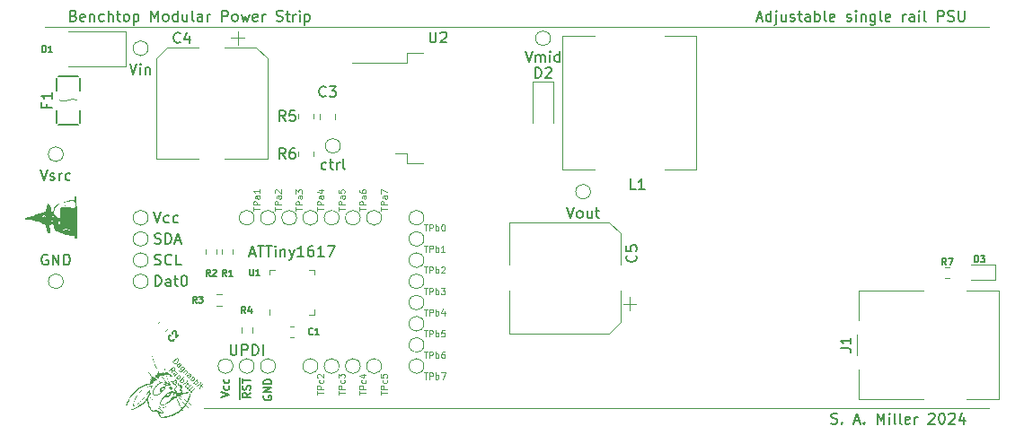
<source format=gbr>
%TF.GenerationSoftware,KiCad,Pcbnew,6.0.11+dfsg-1~bpo11+1*%
%TF.CreationDate,2024-03-27T19:00:14-04:00*%
%TF.ProjectId,Module - Adjustable single rail PSU,4d6f6475-6c65-4202-9d20-41646a757374,1.0.0*%
%TF.SameCoordinates,Original*%
%TF.FileFunction,Legend,Top*%
%TF.FilePolarity,Positive*%
%FSLAX46Y46*%
G04 Gerber Fmt 4.6, Leading zero omitted, Abs format (unit mm)*
G04 Created by KiCad (PCBNEW 6.0.11+dfsg-1~bpo11+1) date 2024-03-27 19:00:14*
%MOMM*%
%LPD*%
G01*
G04 APERTURE LIST*
%ADD10C,0.100000*%
%ADD11C,0.150000*%
%ADD12C,0.120000*%
%ADD13C,0.080000*%
G04 APERTURE END LIST*
D10*
X60000000Y-82000000D02*
X149000000Y-82000000D01*
X75000000Y-118000000D02*
X149000000Y-118000000D01*
D11*
X62668928Y-80928571D02*
X62811785Y-80976190D01*
X62859404Y-81023809D01*
X62907023Y-81119047D01*
X62907023Y-81261904D01*
X62859404Y-81357142D01*
X62811785Y-81404761D01*
X62716547Y-81452380D01*
X62335595Y-81452380D01*
X62335595Y-80452380D01*
X62668928Y-80452380D01*
X62764166Y-80500000D01*
X62811785Y-80547619D01*
X62859404Y-80642857D01*
X62859404Y-80738095D01*
X62811785Y-80833333D01*
X62764166Y-80880952D01*
X62668928Y-80928571D01*
X62335595Y-80928571D01*
X63716547Y-81404761D02*
X63621309Y-81452380D01*
X63430833Y-81452380D01*
X63335595Y-81404761D01*
X63287976Y-81309523D01*
X63287976Y-80928571D01*
X63335595Y-80833333D01*
X63430833Y-80785714D01*
X63621309Y-80785714D01*
X63716547Y-80833333D01*
X63764166Y-80928571D01*
X63764166Y-81023809D01*
X63287976Y-81119047D01*
X64192738Y-80785714D02*
X64192738Y-81452380D01*
X64192738Y-80880952D02*
X64240357Y-80833333D01*
X64335595Y-80785714D01*
X64478452Y-80785714D01*
X64573690Y-80833333D01*
X64621309Y-80928571D01*
X64621309Y-81452380D01*
X65526071Y-81404761D02*
X65430833Y-81452380D01*
X65240357Y-81452380D01*
X65145119Y-81404761D01*
X65097500Y-81357142D01*
X65049880Y-81261904D01*
X65049880Y-80976190D01*
X65097500Y-80880952D01*
X65145119Y-80833333D01*
X65240357Y-80785714D01*
X65430833Y-80785714D01*
X65526071Y-80833333D01*
X65954642Y-81452380D02*
X65954642Y-80452380D01*
X66383214Y-81452380D02*
X66383214Y-80928571D01*
X66335595Y-80833333D01*
X66240357Y-80785714D01*
X66097500Y-80785714D01*
X66002261Y-80833333D01*
X65954642Y-80880952D01*
X66716547Y-80785714D02*
X67097500Y-80785714D01*
X66859404Y-80452380D02*
X66859404Y-81309523D01*
X66907023Y-81404761D01*
X67002261Y-81452380D01*
X67097500Y-81452380D01*
X67573690Y-81452380D02*
X67478452Y-81404761D01*
X67430833Y-81357142D01*
X67383214Y-81261904D01*
X67383214Y-80976190D01*
X67430833Y-80880952D01*
X67478452Y-80833333D01*
X67573690Y-80785714D01*
X67716547Y-80785714D01*
X67811785Y-80833333D01*
X67859404Y-80880952D01*
X67907023Y-80976190D01*
X67907023Y-81261904D01*
X67859404Y-81357142D01*
X67811785Y-81404761D01*
X67716547Y-81452380D01*
X67573690Y-81452380D01*
X68335595Y-80785714D02*
X68335595Y-81785714D01*
X68335595Y-80833333D02*
X68430833Y-80785714D01*
X68621309Y-80785714D01*
X68716547Y-80833333D01*
X68764166Y-80880952D01*
X68811785Y-80976190D01*
X68811785Y-81261904D01*
X68764166Y-81357142D01*
X68716547Y-81404761D01*
X68621309Y-81452380D01*
X68430833Y-81452380D01*
X68335595Y-81404761D01*
X70002261Y-81452380D02*
X70002261Y-80452380D01*
X70335595Y-81166666D01*
X70668928Y-80452380D01*
X70668928Y-81452380D01*
X71287976Y-81452380D02*
X71192738Y-81404761D01*
X71145119Y-81357142D01*
X71097500Y-81261904D01*
X71097500Y-80976190D01*
X71145119Y-80880952D01*
X71192738Y-80833333D01*
X71287976Y-80785714D01*
X71430833Y-80785714D01*
X71526071Y-80833333D01*
X71573690Y-80880952D01*
X71621309Y-80976190D01*
X71621309Y-81261904D01*
X71573690Y-81357142D01*
X71526071Y-81404761D01*
X71430833Y-81452380D01*
X71287976Y-81452380D01*
X72478452Y-81452380D02*
X72478452Y-80452380D01*
X72478452Y-81404761D02*
X72383214Y-81452380D01*
X72192738Y-81452380D01*
X72097500Y-81404761D01*
X72049880Y-81357142D01*
X72002261Y-81261904D01*
X72002261Y-80976190D01*
X72049880Y-80880952D01*
X72097500Y-80833333D01*
X72192738Y-80785714D01*
X72383214Y-80785714D01*
X72478452Y-80833333D01*
X73383214Y-80785714D02*
X73383214Y-81452380D01*
X72954642Y-80785714D02*
X72954642Y-81309523D01*
X73002261Y-81404761D01*
X73097500Y-81452380D01*
X73240357Y-81452380D01*
X73335595Y-81404761D01*
X73383214Y-81357142D01*
X74002261Y-81452380D02*
X73907023Y-81404761D01*
X73859404Y-81309523D01*
X73859404Y-80452380D01*
X74811785Y-81452380D02*
X74811785Y-80928571D01*
X74764166Y-80833333D01*
X74668928Y-80785714D01*
X74478452Y-80785714D01*
X74383214Y-80833333D01*
X74811785Y-81404761D02*
X74716547Y-81452380D01*
X74478452Y-81452380D01*
X74383214Y-81404761D01*
X74335595Y-81309523D01*
X74335595Y-81214285D01*
X74383214Y-81119047D01*
X74478452Y-81071428D01*
X74716547Y-81071428D01*
X74811785Y-81023809D01*
X75287976Y-81452380D02*
X75287976Y-80785714D01*
X75287976Y-80976190D02*
X75335595Y-80880952D01*
X75383214Y-80833333D01*
X75478452Y-80785714D01*
X75573690Y-80785714D01*
X76668928Y-81452380D02*
X76668928Y-80452380D01*
X77049880Y-80452380D01*
X77145119Y-80500000D01*
X77192738Y-80547619D01*
X77240357Y-80642857D01*
X77240357Y-80785714D01*
X77192738Y-80880952D01*
X77145119Y-80928571D01*
X77049880Y-80976190D01*
X76668928Y-80976190D01*
X77811785Y-81452380D02*
X77716547Y-81404761D01*
X77668928Y-81357142D01*
X77621309Y-81261904D01*
X77621309Y-80976190D01*
X77668928Y-80880952D01*
X77716547Y-80833333D01*
X77811785Y-80785714D01*
X77954642Y-80785714D01*
X78049880Y-80833333D01*
X78097500Y-80880952D01*
X78145119Y-80976190D01*
X78145119Y-81261904D01*
X78097500Y-81357142D01*
X78049880Y-81404761D01*
X77954642Y-81452380D01*
X77811785Y-81452380D01*
X78478452Y-80785714D02*
X78668928Y-81452380D01*
X78859404Y-80976190D01*
X79049880Y-81452380D01*
X79240357Y-80785714D01*
X80002261Y-81404761D02*
X79907023Y-81452380D01*
X79716547Y-81452380D01*
X79621309Y-81404761D01*
X79573690Y-81309523D01*
X79573690Y-80928571D01*
X79621309Y-80833333D01*
X79716547Y-80785714D01*
X79907023Y-80785714D01*
X80002261Y-80833333D01*
X80049880Y-80928571D01*
X80049880Y-81023809D01*
X79573690Y-81119047D01*
X80478452Y-81452380D02*
X80478452Y-80785714D01*
X80478452Y-80976190D02*
X80526071Y-80880952D01*
X80573690Y-80833333D01*
X80668928Y-80785714D01*
X80764166Y-80785714D01*
X81811785Y-81404761D02*
X81954642Y-81452380D01*
X82192738Y-81452380D01*
X82287976Y-81404761D01*
X82335595Y-81357142D01*
X82383214Y-81261904D01*
X82383214Y-81166666D01*
X82335595Y-81071428D01*
X82287976Y-81023809D01*
X82192738Y-80976190D01*
X82002261Y-80928571D01*
X81907023Y-80880952D01*
X81859404Y-80833333D01*
X81811785Y-80738095D01*
X81811785Y-80642857D01*
X81859404Y-80547619D01*
X81907023Y-80500000D01*
X82002261Y-80452380D01*
X82240357Y-80452380D01*
X82383214Y-80500000D01*
X82668928Y-80785714D02*
X83049880Y-80785714D01*
X82811785Y-80452380D02*
X82811785Y-81309523D01*
X82859404Y-81404761D01*
X82954642Y-81452380D01*
X83049880Y-81452380D01*
X83383214Y-81452380D02*
X83383214Y-80785714D01*
X83383214Y-80976190D02*
X83430833Y-80880952D01*
X83478452Y-80833333D01*
X83573690Y-80785714D01*
X83668928Y-80785714D01*
X84002261Y-81452380D02*
X84002261Y-80785714D01*
X84002261Y-80452380D02*
X83954642Y-80500000D01*
X84002261Y-80547619D01*
X84049880Y-80500000D01*
X84002261Y-80452380D01*
X84002261Y-80547619D01*
X84478452Y-80785714D02*
X84478452Y-81785714D01*
X84478452Y-80833333D02*
X84573690Y-80785714D01*
X84764166Y-80785714D01*
X84859404Y-80833333D01*
X84907023Y-80880952D01*
X84954642Y-80976190D01*
X84954642Y-81261904D01*
X84907023Y-81357142D01*
X84859404Y-81404761D01*
X84764166Y-81452380D01*
X84573690Y-81452380D01*
X84478452Y-81404761D01*
X109176190Y-99020380D02*
X109509523Y-100020380D01*
X109842857Y-99020380D01*
X110319047Y-100020380D02*
X110223809Y-99972761D01*
X110176190Y-99925142D01*
X110128571Y-99829904D01*
X110128571Y-99544190D01*
X110176190Y-99448952D01*
X110223809Y-99401333D01*
X110319047Y-99353714D01*
X110461904Y-99353714D01*
X110557142Y-99401333D01*
X110604761Y-99448952D01*
X110652380Y-99544190D01*
X110652380Y-99829904D01*
X110604761Y-99925142D01*
X110557142Y-99972761D01*
X110461904Y-100020380D01*
X110319047Y-100020380D01*
X111509523Y-99353714D02*
X111509523Y-100020380D01*
X111080952Y-99353714D02*
X111080952Y-99877523D01*
X111128571Y-99972761D01*
X111223809Y-100020380D01*
X111366666Y-100020380D01*
X111461904Y-99972761D01*
X111509523Y-99925142D01*
X111842857Y-99353714D02*
X112223809Y-99353714D01*
X111985714Y-99020380D02*
X111985714Y-99877523D01*
X112033333Y-99972761D01*
X112128571Y-100020380D01*
X112223809Y-100020380D01*
X127092976Y-81166666D02*
X127569166Y-81166666D01*
X126997738Y-81452380D02*
X127331071Y-80452380D01*
X127664404Y-81452380D01*
X128426309Y-81452380D02*
X128426309Y-80452380D01*
X128426309Y-81404761D02*
X128331071Y-81452380D01*
X128140595Y-81452380D01*
X128045357Y-81404761D01*
X127997738Y-81357142D01*
X127950119Y-81261904D01*
X127950119Y-80976190D01*
X127997738Y-80880952D01*
X128045357Y-80833333D01*
X128140595Y-80785714D01*
X128331071Y-80785714D01*
X128426309Y-80833333D01*
X128902500Y-80785714D02*
X128902500Y-81642857D01*
X128854880Y-81738095D01*
X128759642Y-81785714D01*
X128712023Y-81785714D01*
X128902500Y-80452380D02*
X128854880Y-80500000D01*
X128902500Y-80547619D01*
X128950119Y-80500000D01*
X128902500Y-80452380D01*
X128902500Y-80547619D01*
X129807261Y-80785714D02*
X129807261Y-81452380D01*
X129378690Y-80785714D02*
X129378690Y-81309523D01*
X129426309Y-81404761D01*
X129521547Y-81452380D01*
X129664404Y-81452380D01*
X129759642Y-81404761D01*
X129807261Y-81357142D01*
X130235833Y-81404761D02*
X130331071Y-81452380D01*
X130521547Y-81452380D01*
X130616785Y-81404761D01*
X130664404Y-81309523D01*
X130664404Y-81261904D01*
X130616785Y-81166666D01*
X130521547Y-81119047D01*
X130378690Y-81119047D01*
X130283452Y-81071428D01*
X130235833Y-80976190D01*
X130235833Y-80928571D01*
X130283452Y-80833333D01*
X130378690Y-80785714D01*
X130521547Y-80785714D01*
X130616785Y-80833333D01*
X130950119Y-80785714D02*
X131331071Y-80785714D01*
X131092976Y-80452380D02*
X131092976Y-81309523D01*
X131140595Y-81404761D01*
X131235833Y-81452380D01*
X131331071Y-81452380D01*
X132092976Y-81452380D02*
X132092976Y-80928571D01*
X132045357Y-80833333D01*
X131950119Y-80785714D01*
X131759642Y-80785714D01*
X131664404Y-80833333D01*
X132092976Y-81404761D02*
X131997738Y-81452380D01*
X131759642Y-81452380D01*
X131664404Y-81404761D01*
X131616785Y-81309523D01*
X131616785Y-81214285D01*
X131664404Y-81119047D01*
X131759642Y-81071428D01*
X131997738Y-81071428D01*
X132092976Y-81023809D01*
X132569166Y-81452380D02*
X132569166Y-80452380D01*
X132569166Y-80833333D02*
X132664404Y-80785714D01*
X132854880Y-80785714D01*
X132950119Y-80833333D01*
X132997738Y-80880952D01*
X133045357Y-80976190D01*
X133045357Y-81261904D01*
X132997738Y-81357142D01*
X132950119Y-81404761D01*
X132854880Y-81452380D01*
X132664404Y-81452380D01*
X132569166Y-81404761D01*
X133616785Y-81452380D02*
X133521547Y-81404761D01*
X133473928Y-81309523D01*
X133473928Y-80452380D01*
X134378690Y-81404761D02*
X134283452Y-81452380D01*
X134092976Y-81452380D01*
X133997738Y-81404761D01*
X133950119Y-81309523D01*
X133950119Y-80928571D01*
X133997738Y-80833333D01*
X134092976Y-80785714D01*
X134283452Y-80785714D01*
X134378690Y-80833333D01*
X134426309Y-80928571D01*
X134426309Y-81023809D01*
X133950119Y-81119047D01*
X135569166Y-81404761D02*
X135664404Y-81452380D01*
X135854880Y-81452380D01*
X135950119Y-81404761D01*
X135997738Y-81309523D01*
X135997738Y-81261904D01*
X135950119Y-81166666D01*
X135854880Y-81119047D01*
X135712023Y-81119047D01*
X135616785Y-81071428D01*
X135569166Y-80976190D01*
X135569166Y-80928571D01*
X135616785Y-80833333D01*
X135712023Y-80785714D01*
X135854880Y-80785714D01*
X135950119Y-80833333D01*
X136426309Y-81452380D02*
X136426309Y-80785714D01*
X136426309Y-80452380D02*
X136378690Y-80500000D01*
X136426309Y-80547619D01*
X136473928Y-80500000D01*
X136426309Y-80452380D01*
X136426309Y-80547619D01*
X136902500Y-80785714D02*
X136902500Y-81452380D01*
X136902500Y-80880952D02*
X136950119Y-80833333D01*
X137045357Y-80785714D01*
X137188214Y-80785714D01*
X137283452Y-80833333D01*
X137331071Y-80928571D01*
X137331071Y-81452380D01*
X138235833Y-80785714D02*
X138235833Y-81595238D01*
X138188214Y-81690476D01*
X138140595Y-81738095D01*
X138045357Y-81785714D01*
X137902500Y-81785714D01*
X137807261Y-81738095D01*
X138235833Y-81404761D02*
X138140595Y-81452380D01*
X137950119Y-81452380D01*
X137854880Y-81404761D01*
X137807261Y-81357142D01*
X137759642Y-81261904D01*
X137759642Y-80976190D01*
X137807261Y-80880952D01*
X137854880Y-80833333D01*
X137950119Y-80785714D01*
X138140595Y-80785714D01*
X138235833Y-80833333D01*
X138854880Y-81452380D02*
X138759642Y-81404761D01*
X138712023Y-81309523D01*
X138712023Y-80452380D01*
X139616785Y-81404761D02*
X139521547Y-81452380D01*
X139331071Y-81452380D01*
X139235833Y-81404761D01*
X139188214Y-81309523D01*
X139188214Y-80928571D01*
X139235833Y-80833333D01*
X139331071Y-80785714D01*
X139521547Y-80785714D01*
X139616785Y-80833333D01*
X139664404Y-80928571D01*
X139664404Y-81023809D01*
X139188214Y-81119047D01*
X140854880Y-81452380D02*
X140854880Y-80785714D01*
X140854880Y-80976190D02*
X140902500Y-80880952D01*
X140950119Y-80833333D01*
X141045357Y-80785714D01*
X141140595Y-80785714D01*
X141902500Y-81452380D02*
X141902500Y-80928571D01*
X141854880Y-80833333D01*
X141759642Y-80785714D01*
X141569166Y-80785714D01*
X141473928Y-80833333D01*
X141902500Y-81404761D02*
X141807261Y-81452380D01*
X141569166Y-81452380D01*
X141473928Y-81404761D01*
X141426309Y-81309523D01*
X141426309Y-81214285D01*
X141473928Y-81119047D01*
X141569166Y-81071428D01*
X141807261Y-81071428D01*
X141902500Y-81023809D01*
X142378690Y-81452380D02*
X142378690Y-80785714D01*
X142378690Y-80452380D02*
X142331071Y-80500000D01*
X142378690Y-80547619D01*
X142426309Y-80500000D01*
X142378690Y-80452380D01*
X142378690Y-80547619D01*
X142997738Y-81452380D02*
X142902500Y-81404761D01*
X142854880Y-81309523D01*
X142854880Y-80452380D01*
X144140595Y-81452380D02*
X144140595Y-80452380D01*
X144521547Y-80452380D01*
X144616785Y-80500000D01*
X144664404Y-80547619D01*
X144712023Y-80642857D01*
X144712023Y-80785714D01*
X144664404Y-80880952D01*
X144616785Y-80928571D01*
X144521547Y-80976190D01*
X144140595Y-80976190D01*
X145092976Y-81404761D02*
X145235833Y-81452380D01*
X145473928Y-81452380D01*
X145569166Y-81404761D01*
X145616785Y-81357142D01*
X145664404Y-81261904D01*
X145664404Y-81166666D01*
X145616785Y-81071428D01*
X145569166Y-81023809D01*
X145473928Y-80976190D01*
X145283452Y-80928571D01*
X145188214Y-80880952D01*
X145140595Y-80833333D01*
X145092976Y-80738095D01*
X145092976Y-80642857D01*
X145140595Y-80547619D01*
X145188214Y-80500000D01*
X145283452Y-80452380D01*
X145521547Y-80452380D01*
X145664404Y-80500000D01*
X146092976Y-80452380D02*
X146092976Y-81261904D01*
X146140595Y-81357142D01*
X146188214Y-81404761D01*
X146283452Y-81452380D01*
X146473928Y-81452380D01*
X146569166Y-81404761D01*
X146616785Y-81357142D01*
X146664404Y-81261904D01*
X146664404Y-80452380D01*
X80625000Y-116811785D02*
X80589285Y-116883214D01*
X80589285Y-116990357D01*
X80625000Y-117097500D01*
X80696428Y-117168928D01*
X80767857Y-117204642D01*
X80910714Y-117240357D01*
X81017857Y-117240357D01*
X81160714Y-117204642D01*
X81232142Y-117168928D01*
X81303571Y-117097500D01*
X81339285Y-116990357D01*
X81339285Y-116918928D01*
X81303571Y-116811785D01*
X81267857Y-116776071D01*
X81017857Y-116776071D01*
X81017857Y-116918928D01*
X81339285Y-116454642D02*
X80589285Y-116454642D01*
X81339285Y-116026071D01*
X80589285Y-116026071D01*
X81339285Y-115668928D02*
X80589285Y-115668928D01*
X80589285Y-115490357D01*
X80625000Y-115383214D01*
X80696428Y-115311785D01*
X80767857Y-115276071D01*
X80910714Y-115240357D01*
X81017857Y-115240357D01*
X81160714Y-115276071D01*
X81232142Y-115311785D01*
X81303571Y-115383214D01*
X81339285Y-115490357D01*
X81339285Y-115668928D01*
X67976190Y-85452380D02*
X68309523Y-86452380D01*
X68642857Y-85452380D01*
X68976190Y-86452380D02*
X68976190Y-85785714D01*
X68976190Y-85452380D02*
X68928571Y-85500000D01*
X68976190Y-85547619D01*
X69023809Y-85500000D01*
X68976190Y-85452380D01*
X68976190Y-85547619D01*
X69452380Y-85785714D02*
X69452380Y-86452380D01*
X69452380Y-85880952D02*
X69500000Y-85833333D01*
X69595238Y-85785714D01*
X69738095Y-85785714D01*
X69833333Y-85833333D01*
X69880952Y-85928571D01*
X69880952Y-86452380D01*
X70327976Y-104404761D02*
X70470833Y-104452380D01*
X70708928Y-104452380D01*
X70804166Y-104404761D01*
X70851785Y-104357142D01*
X70899404Y-104261904D01*
X70899404Y-104166666D01*
X70851785Y-104071428D01*
X70804166Y-104023809D01*
X70708928Y-103976190D01*
X70518452Y-103928571D01*
X70423214Y-103880952D01*
X70375595Y-103833333D01*
X70327976Y-103738095D01*
X70327976Y-103642857D01*
X70375595Y-103547619D01*
X70423214Y-103500000D01*
X70518452Y-103452380D01*
X70756547Y-103452380D01*
X70899404Y-103500000D01*
X71899404Y-104357142D02*
X71851785Y-104404761D01*
X71708928Y-104452380D01*
X71613690Y-104452380D01*
X71470833Y-104404761D01*
X71375595Y-104309523D01*
X71327976Y-104214285D01*
X71280357Y-104023809D01*
X71280357Y-103880952D01*
X71327976Y-103690476D01*
X71375595Y-103595238D01*
X71470833Y-103500000D01*
X71613690Y-103452380D01*
X71708928Y-103452380D01*
X71851785Y-103500000D01*
X71899404Y-103547619D01*
X72804166Y-104452380D02*
X72327976Y-104452380D01*
X72327976Y-103452380D01*
X78377500Y-117133214D02*
X78377500Y-116383214D01*
X79339285Y-116526071D02*
X78982142Y-116776071D01*
X79339285Y-116954642D02*
X78589285Y-116954642D01*
X78589285Y-116668928D01*
X78625000Y-116597500D01*
X78660714Y-116561785D01*
X78732142Y-116526071D01*
X78839285Y-116526071D01*
X78910714Y-116561785D01*
X78946428Y-116597500D01*
X78982142Y-116668928D01*
X78982142Y-116954642D01*
X78377500Y-116383214D02*
X78377500Y-115668928D01*
X79303571Y-116240357D02*
X79339285Y-116133214D01*
X79339285Y-115954642D01*
X79303571Y-115883214D01*
X79267857Y-115847500D01*
X79196428Y-115811785D01*
X79125000Y-115811785D01*
X79053571Y-115847500D01*
X79017857Y-115883214D01*
X78982142Y-115954642D01*
X78946428Y-116097500D01*
X78910714Y-116168928D01*
X78875000Y-116204642D01*
X78803571Y-116240357D01*
X78732142Y-116240357D01*
X78660714Y-116204642D01*
X78625000Y-116168928D01*
X78589285Y-116097500D01*
X78589285Y-115918928D01*
X78625000Y-115811785D01*
X78377500Y-115668928D02*
X78377500Y-115097500D01*
X78589285Y-115597500D02*
X78589285Y-115168928D01*
X79339285Y-115383214D02*
X78589285Y-115383214D01*
X70232738Y-99452380D02*
X70566071Y-100452380D01*
X70899404Y-99452380D01*
X71661309Y-100404761D02*
X71566071Y-100452380D01*
X71375595Y-100452380D01*
X71280357Y-100404761D01*
X71232738Y-100357142D01*
X71185119Y-100261904D01*
X71185119Y-99976190D01*
X71232738Y-99880952D01*
X71280357Y-99833333D01*
X71375595Y-99785714D01*
X71566071Y-99785714D01*
X71661309Y-99833333D01*
X72518452Y-100404761D02*
X72423214Y-100452380D01*
X72232738Y-100452380D01*
X72137500Y-100404761D01*
X72089880Y-100357142D01*
X72042261Y-100261904D01*
X72042261Y-99976190D01*
X72089880Y-99880952D01*
X72137500Y-99833333D01*
X72232738Y-99785714D01*
X72423214Y-99785714D01*
X72518452Y-99833333D01*
X70327976Y-102404761D02*
X70470833Y-102452380D01*
X70708928Y-102452380D01*
X70804166Y-102404761D01*
X70851785Y-102357142D01*
X70899404Y-102261904D01*
X70899404Y-102166666D01*
X70851785Y-102071428D01*
X70804166Y-102023809D01*
X70708928Y-101976190D01*
X70518452Y-101928571D01*
X70423214Y-101880952D01*
X70375595Y-101833333D01*
X70327976Y-101738095D01*
X70327976Y-101642857D01*
X70375595Y-101547619D01*
X70423214Y-101500000D01*
X70518452Y-101452380D01*
X70756547Y-101452380D01*
X70899404Y-101500000D01*
X71327976Y-102452380D02*
X71327976Y-101452380D01*
X71566071Y-101452380D01*
X71708928Y-101500000D01*
X71804166Y-101595238D01*
X71851785Y-101690476D01*
X71899404Y-101880952D01*
X71899404Y-102023809D01*
X71851785Y-102214285D01*
X71804166Y-102309523D01*
X71708928Y-102404761D01*
X71566071Y-102452380D01*
X71327976Y-102452380D01*
X72280357Y-102166666D02*
X72756547Y-102166666D01*
X72185119Y-102452380D02*
X72518452Y-101452380D01*
X72851785Y-102452380D01*
X59523809Y-95452380D02*
X59857142Y-96452380D01*
X60190476Y-95452380D01*
X60476190Y-96404761D02*
X60571428Y-96452380D01*
X60761904Y-96452380D01*
X60857142Y-96404761D01*
X60904761Y-96309523D01*
X60904761Y-96261904D01*
X60857142Y-96166666D01*
X60761904Y-96119047D01*
X60619047Y-96119047D01*
X60523809Y-96071428D01*
X60476190Y-95976190D01*
X60476190Y-95928571D01*
X60523809Y-95833333D01*
X60619047Y-95785714D01*
X60761904Y-95785714D01*
X60857142Y-95833333D01*
X61333333Y-96452380D02*
X61333333Y-95785714D01*
X61333333Y-95976190D02*
X61380952Y-95880952D01*
X61428571Y-95833333D01*
X61523809Y-95785714D01*
X61619047Y-95785714D01*
X62380952Y-96404761D02*
X62285714Y-96452380D01*
X62095238Y-96452380D01*
X62000000Y-96404761D01*
X61952380Y-96357142D01*
X61904761Y-96261904D01*
X61904761Y-95976190D01*
X61952380Y-95880952D01*
X62000000Y-95833333D01*
X62095238Y-95785714D01*
X62285714Y-95785714D01*
X62380952Y-95833333D01*
X77476190Y-111952380D02*
X77476190Y-112761904D01*
X77523809Y-112857142D01*
X77571428Y-112904761D01*
X77666666Y-112952380D01*
X77857142Y-112952380D01*
X77952380Y-112904761D01*
X78000000Y-112857142D01*
X78047619Y-112761904D01*
X78047619Y-111952380D01*
X78523809Y-112952380D02*
X78523809Y-111952380D01*
X78904761Y-111952380D01*
X79000000Y-112000000D01*
X79047619Y-112047619D01*
X79095238Y-112142857D01*
X79095238Y-112285714D01*
X79047619Y-112380952D01*
X79000000Y-112428571D01*
X78904761Y-112476190D01*
X78523809Y-112476190D01*
X79523809Y-112952380D02*
X79523809Y-111952380D01*
X79761904Y-111952380D01*
X79904761Y-112000000D01*
X80000000Y-112095238D01*
X80047619Y-112190476D01*
X80095238Y-112380952D01*
X80095238Y-112523809D01*
X80047619Y-112714285D01*
X80000000Y-112809523D01*
X79904761Y-112904761D01*
X79761904Y-112952380D01*
X79523809Y-112952380D01*
X80523809Y-112952380D02*
X80523809Y-111952380D01*
X76589285Y-116954642D02*
X77339285Y-116704642D01*
X76589285Y-116454642D01*
X77303571Y-115883214D02*
X77339285Y-115954642D01*
X77339285Y-116097500D01*
X77303571Y-116168928D01*
X77267857Y-116204642D01*
X77196428Y-116240357D01*
X76982142Y-116240357D01*
X76910714Y-116204642D01*
X76875000Y-116168928D01*
X76839285Y-116097500D01*
X76839285Y-115954642D01*
X76875000Y-115883214D01*
X77303571Y-115240357D02*
X77339285Y-115311785D01*
X77339285Y-115454642D01*
X77303571Y-115526071D01*
X77267857Y-115561785D01*
X77196428Y-115597500D01*
X76982142Y-115597500D01*
X76910714Y-115561785D01*
X76875000Y-115526071D01*
X76839285Y-115454642D01*
X76839285Y-115311785D01*
X76875000Y-115240357D01*
X70375595Y-106452380D02*
X70375595Y-105452380D01*
X70613690Y-105452380D01*
X70756547Y-105500000D01*
X70851785Y-105595238D01*
X70899404Y-105690476D01*
X70947023Y-105880952D01*
X70947023Y-106023809D01*
X70899404Y-106214285D01*
X70851785Y-106309523D01*
X70756547Y-106404761D01*
X70613690Y-106452380D01*
X70375595Y-106452380D01*
X71804166Y-106452380D02*
X71804166Y-105928571D01*
X71756547Y-105833333D01*
X71661309Y-105785714D01*
X71470833Y-105785714D01*
X71375595Y-105833333D01*
X71804166Y-106404761D02*
X71708928Y-106452380D01*
X71470833Y-106452380D01*
X71375595Y-106404761D01*
X71327976Y-106309523D01*
X71327976Y-106214285D01*
X71375595Y-106119047D01*
X71470833Y-106071428D01*
X71708928Y-106071428D01*
X71804166Y-106023809D01*
X72137500Y-105785714D02*
X72518452Y-105785714D01*
X72280357Y-105452380D02*
X72280357Y-106309523D01*
X72327976Y-106404761D01*
X72423214Y-106452380D01*
X72518452Y-106452380D01*
X73042261Y-105452380D02*
X73137500Y-105452380D01*
X73232738Y-105500000D01*
X73280357Y-105547619D01*
X73327976Y-105642857D01*
X73375595Y-105833333D01*
X73375595Y-106071428D01*
X73327976Y-106261904D01*
X73280357Y-106357142D01*
X73232738Y-106404761D01*
X73137500Y-106452380D01*
X73042261Y-106452380D01*
X72947023Y-106404761D01*
X72899404Y-106357142D01*
X72851785Y-106261904D01*
X72804166Y-106071428D01*
X72804166Y-105833333D01*
X72851785Y-105642857D01*
X72899404Y-105547619D01*
X72947023Y-105500000D01*
X73042261Y-105452380D01*
X86502952Y-95400761D02*
X86407714Y-95448380D01*
X86217238Y-95448380D01*
X86122000Y-95400761D01*
X86074380Y-95353142D01*
X86026761Y-95257904D01*
X86026761Y-94972190D01*
X86074380Y-94876952D01*
X86122000Y-94829333D01*
X86217238Y-94781714D01*
X86407714Y-94781714D01*
X86502952Y-94829333D01*
X86788666Y-94781714D02*
X87169619Y-94781714D01*
X86931523Y-94448380D02*
X86931523Y-95305523D01*
X86979142Y-95400761D01*
X87074380Y-95448380D01*
X87169619Y-95448380D01*
X87502952Y-95448380D02*
X87502952Y-94781714D01*
X87502952Y-94972190D02*
X87550571Y-94876952D01*
X87598190Y-94829333D01*
X87693428Y-94781714D01*
X87788666Y-94781714D01*
X88264857Y-95448380D02*
X88169619Y-95400761D01*
X88122000Y-95305523D01*
X88122000Y-94448380D01*
X79283809Y-103366666D02*
X79760000Y-103366666D01*
X79188571Y-103652380D02*
X79521904Y-102652380D01*
X79855238Y-103652380D01*
X80045714Y-102652380D02*
X80617142Y-102652380D01*
X80331428Y-103652380D02*
X80331428Y-102652380D01*
X80807619Y-102652380D02*
X81379047Y-102652380D01*
X81093333Y-103652380D02*
X81093333Y-102652380D01*
X81712380Y-103652380D02*
X81712380Y-102985714D01*
X81712380Y-102652380D02*
X81664761Y-102700000D01*
X81712380Y-102747619D01*
X81760000Y-102700000D01*
X81712380Y-102652380D01*
X81712380Y-102747619D01*
X82188571Y-102985714D02*
X82188571Y-103652380D01*
X82188571Y-103080952D02*
X82236190Y-103033333D01*
X82331428Y-102985714D01*
X82474285Y-102985714D01*
X82569523Y-103033333D01*
X82617142Y-103128571D01*
X82617142Y-103652380D01*
X82998095Y-102985714D02*
X83236190Y-103652380D01*
X83474285Y-102985714D02*
X83236190Y-103652380D01*
X83140952Y-103890476D01*
X83093333Y-103938095D01*
X82998095Y-103985714D01*
X84379047Y-103652380D02*
X83807619Y-103652380D01*
X84093333Y-103652380D02*
X84093333Y-102652380D01*
X83998095Y-102795238D01*
X83902857Y-102890476D01*
X83807619Y-102938095D01*
X85236190Y-102652380D02*
X85045714Y-102652380D01*
X84950476Y-102700000D01*
X84902857Y-102747619D01*
X84807619Y-102890476D01*
X84760000Y-103080952D01*
X84760000Y-103461904D01*
X84807619Y-103557142D01*
X84855238Y-103604761D01*
X84950476Y-103652380D01*
X85140952Y-103652380D01*
X85236190Y-103604761D01*
X85283809Y-103557142D01*
X85331428Y-103461904D01*
X85331428Y-103223809D01*
X85283809Y-103128571D01*
X85236190Y-103080952D01*
X85140952Y-103033333D01*
X84950476Y-103033333D01*
X84855238Y-103080952D01*
X84807619Y-103128571D01*
X84760000Y-103223809D01*
X86283809Y-103652380D02*
X85712380Y-103652380D01*
X85998095Y-103652380D02*
X85998095Y-102652380D01*
X85902857Y-102795238D01*
X85807619Y-102890476D01*
X85712380Y-102938095D01*
X86617142Y-102652380D02*
X87283809Y-102652380D01*
X86855238Y-103652380D01*
X105243523Y-84288380D02*
X105576857Y-85288380D01*
X105910190Y-84288380D01*
X106243523Y-85288380D02*
X106243523Y-84621714D01*
X106243523Y-84716952D02*
X106291142Y-84669333D01*
X106386380Y-84621714D01*
X106529238Y-84621714D01*
X106624476Y-84669333D01*
X106672095Y-84764571D01*
X106672095Y-85288380D01*
X106672095Y-84764571D02*
X106719714Y-84669333D01*
X106814952Y-84621714D01*
X106957809Y-84621714D01*
X107053047Y-84669333D01*
X107100666Y-84764571D01*
X107100666Y-85288380D01*
X107576857Y-85288380D02*
X107576857Y-84621714D01*
X107576857Y-84288380D02*
X107529238Y-84336000D01*
X107576857Y-84383619D01*
X107624476Y-84336000D01*
X107576857Y-84288380D01*
X107576857Y-84383619D01*
X108481619Y-85288380D02*
X108481619Y-84288380D01*
X108481619Y-85240761D02*
X108386380Y-85288380D01*
X108195904Y-85288380D01*
X108100666Y-85240761D01*
X108053047Y-85193142D01*
X108005428Y-85097904D01*
X108005428Y-84812190D01*
X108053047Y-84716952D01*
X108100666Y-84669333D01*
X108195904Y-84621714D01*
X108386380Y-84621714D01*
X108481619Y-84669333D01*
X134092976Y-119404761D02*
X134235833Y-119452380D01*
X134473928Y-119452380D01*
X134569166Y-119404761D01*
X134616785Y-119357142D01*
X134664404Y-119261904D01*
X134664404Y-119166666D01*
X134616785Y-119071428D01*
X134569166Y-119023809D01*
X134473928Y-118976190D01*
X134283452Y-118928571D01*
X134188214Y-118880952D01*
X134140595Y-118833333D01*
X134092976Y-118738095D01*
X134092976Y-118642857D01*
X134140595Y-118547619D01*
X134188214Y-118500000D01*
X134283452Y-118452380D01*
X134521547Y-118452380D01*
X134664404Y-118500000D01*
X135092976Y-119357142D02*
X135140595Y-119404761D01*
X135092976Y-119452380D01*
X135045357Y-119404761D01*
X135092976Y-119357142D01*
X135092976Y-119452380D01*
X136283452Y-119166666D02*
X136759642Y-119166666D01*
X136188214Y-119452380D02*
X136521547Y-118452380D01*
X136854880Y-119452380D01*
X137188214Y-119357142D02*
X137235833Y-119404761D01*
X137188214Y-119452380D01*
X137140595Y-119404761D01*
X137188214Y-119357142D01*
X137188214Y-119452380D01*
X138426309Y-119452380D02*
X138426309Y-118452380D01*
X138759642Y-119166666D01*
X139092976Y-118452380D01*
X139092976Y-119452380D01*
X139569166Y-119452380D02*
X139569166Y-118785714D01*
X139569166Y-118452380D02*
X139521547Y-118500000D01*
X139569166Y-118547619D01*
X139616785Y-118500000D01*
X139569166Y-118452380D01*
X139569166Y-118547619D01*
X140188214Y-119452380D02*
X140092976Y-119404761D01*
X140045357Y-119309523D01*
X140045357Y-118452380D01*
X140712023Y-119452380D02*
X140616785Y-119404761D01*
X140569166Y-119309523D01*
X140569166Y-118452380D01*
X141473928Y-119404761D02*
X141378690Y-119452380D01*
X141188214Y-119452380D01*
X141092976Y-119404761D01*
X141045357Y-119309523D01*
X141045357Y-118928571D01*
X141092976Y-118833333D01*
X141188214Y-118785714D01*
X141378690Y-118785714D01*
X141473928Y-118833333D01*
X141521547Y-118928571D01*
X141521547Y-119023809D01*
X141045357Y-119119047D01*
X141950119Y-119452380D02*
X141950119Y-118785714D01*
X141950119Y-118976190D02*
X141997738Y-118880952D01*
X142045357Y-118833333D01*
X142140595Y-118785714D01*
X142235833Y-118785714D01*
X143283452Y-118547619D02*
X143331071Y-118500000D01*
X143426309Y-118452380D01*
X143664404Y-118452380D01*
X143759642Y-118500000D01*
X143807261Y-118547619D01*
X143854880Y-118642857D01*
X143854880Y-118738095D01*
X143807261Y-118880952D01*
X143235833Y-119452380D01*
X143854880Y-119452380D01*
X144473928Y-118452380D02*
X144569166Y-118452380D01*
X144664404Y-118500000D01*
X144712023Y-118547619D01*
X144759642Y-118642857D01*
X144807261Y-118833333D01*
X144807261Y-119071428D01*
X144759642Y-119261904D01*
X144712023Y-119357142D01*
X144664404Y-119404761D01*
X144569166Y-119452380D01*
X144473928Y-119452380D01*
X144378690Y-119404761D01*
X144331071Y-119357142D01*
X144283452Y-119261904D01*
X144235833Y-119071428D01*
X144235833Y-118833333D01*
X144283452Y-118642857D01*
X144331071Y-118547619D01*
X144378690Y-118500000D01*
X144473928Y-118452380D01*
X145188214Y-118547619D02*
X145235833Y-118500000D01*
X145331071Y-118452380D01*
X145569166Y-118452380D01*
X145664404Y-118500000D01*
X145712023Y-118547619D01*
X145759642Y-118642857D01*
X145759642Y-118738095D01*
X145712023Y-118880952D01*
X145140595Y-119452380D01*
X145759642Y-119452380D01*
X146616785Y-118785714D02*
X146616785Y-119452380D01*
X146378690Y-118404761D02*
X146140595Y-119119047D01*
X146759642Y-119119047D01*
X60238095Y-103500000D02*
X60142857Y-103452380D01*
X60000000Y-103452380D01*
X59857142Y-103500000D01*
X59761904Y-103595238D01*
X59714285Y-103690476D01*
X59666666Y-103880952D01*
X59666666Y-104023809D01*
X59714285Y-104214285D01*
X59761904Y-104309523D01*
X59857142Y-104404761D01*
X60000000Y-104452380D01*
X60095238Y-104452380D01*
X60238095Y-104404761D01*
X60285714Y-104357142D01*
X60285714Y-104023809D01*
X60095238Y-104023809D01*
X60714285Y-104452380D02*
X60714285Y-103452380D01*
X61285714Y-104452380D01*
X61285714Y-103452380D01*
X61761904Y-104452380D02*
X61761904Y-103452380D01*
X62000000Y-103452380D01*
X62142857Y-103500000D01*
X62238095Y-103595238D01*
X62285714Y-103690476D01*
X62333333Y-103880952D01*
X62333333Y-104023809D01*
X62285714Y-104214285D01*
X62238095Y-104309523D01*
X62142857Y-104404761D01*
X62000000Y-104452380D01*
X61761904Y-104452380D01*
%TO.C,C2*%
X72163975Y-111421396D02*
X72163975Y-111461802D01*
X72123569Y-111542614D01*
X72083163Y-111583020D01*
X72002350Y-111623427D01*
X71921538Y-111623427D01*
X71860929Y-111603224D01*
X71759914Y-111542614D01*
X71699305Y-111482005D01*
X71638695Y-111380990D01*
X71618492Y-111320381D01*
X71618492Y-111239569D01*
X71658898Y-111158756D01*
X71699305Y-111118350D01*
X71780117Y-111077944D01*
X71820523Y-111077944D01*
X71982147Y-110916320D02*
X71982147Y-110875914D01*
X72002350Y-110815305D01*
X72103366Y-110714289D01*
X72163975Y-110694086D01*
X72204381Y-110694086D01*
X72264990Y-110714289D01*
X72305396Y-110754695D01*
X72345802Y-110835508D01*
X72345802Y-111320381D01*
X72608442Y-111057741D01*
%TO.C,R3*%
X74270000Y-108043428D02*
X74070000Y-107757714D01*
X73927142Y-108043428D02*
X73927142Y-107443428D01*
X74155714Y-107443428D01*
X74212857Y-107472000D01*
X74241428Y-107500571D01*
X74270000Y-107557714D01*
X74270000Y-107643428D01*
X74241428Y-107700571D01*
X74212857Y-107729142D01*
X74155714Y-107757714D01*
X73927142Y-107757714D01*
X74470000Y-107443428D02*
X74841428Y-107443428D01*
X74641428Y-107672000D01*
X74727142Y-107672000D01*
X74784285Y-107700571D01*
X74812857Y-107729142D01*
X74841428Y-107786285D01*
X74841428Y-107929142D01*
X74812857Y-107986285D01*
X74784285Y-108014857D01*
X74727142Y-108043428D01*
X74555714Y-108043428D01*
X74498571Y-108014857D01*
X74470000Y-107986285D01*
D10*
%TO.C,TPc4*%
X89619428Y-116717857D02*
X89619428Y-116375000D01*
X90219428Y-116546428D02*
X89619428Y-116546428D01*
X90219428Y-116175000D02*
X89619428Y-116175000D01*
X89619428Y-115946428D01*
X89648000Y-115889285D01*
X89676571Y-115860714D01*
X89733714Y-115832142D01*
X89819428Y-115832142D01*
X89876571Y-115860714D01*
X89905142Y-115889285D01*
X89933714Y-115946428D01*
X89933714Y-116175000D01*
X90190857Y-115317857D02*
X90219428Y-115375000D01*
X90219428Y-115489285D01*
X90190857Y-115546428D01*
X90162285Y-115575000D01*
X90105142Y-115603571D01*
X89933714Y-115603571D01*
X89876571Y-115575000D01*
X89848000Y-115546428D01*
X89819428Y-115489285D01*
X89819428Y-115375000D01*
X89848000Y-115317857D01*
X89819428Y-114803571D02*
X90219428Y-114803571D01*
X89590857Y-114946428D02*
X90019428Y-115089285D01*
X90019428Y-114717857D01*
D11*
%TO.C,C1*%
X85208000Y-110958285D02*
X85179428Y-110986857D01*
X85093714Y-111015428D01*
X85036571Y-111015428D01*
X84950857Y-110986857D01*
X84893714Y-110929714D01*
X84865142Y-110872571D01*
X84836571Y-110758285D01*
X84836571Y-110672571D01*
X84865142Y-110558285D01*
X84893714Y-110501142D01*
X84950857Y-110444000D01*
X85036571Y-110415428D01*
X85093714Y-110415428D01*
X85179428Y-110444000D01*
X85208000Y-110472571D01*
X85779428Y-111015428D02*
X85436571Y-111015428D01*
X85608000Y-111015428D02*
X85608000Y-110415428D01*
X85550857Y-110501142D01*
X85493714Y-110558285D01*
X85436571Y-110586857D01*
%TO.C,L1*%
X115657333Y-97309984D02*
X115181142Y-97309984D01*
X115181142Y-96309984D01*
X116514476Y-97309984D02*
X115943047Y-97309984D01*
X116228761Y-97309984D02*
X116228761Y-96309984D01*
X116133523Y-96452842D01*
X116038285Y-96548080D01*
X115943047Y-96595699D01*
D10*
%TO.C,TPb4*%
X95672142Y-108621428D02*
X96015000Y-108621428D01*
X95843571Y-109221428D02*
X95843571Y-108621428D01*
X96215000Y-109221428D02*
X96215000Y-108621428D01*
X96443571Y-108621428D01*
X96500714Y-108650000D01*
X96529285Y-108678571D01*
X96557857Y-108735714D01*
X96557857Y-108821428D01*
X96529285Y-108878571D01*
X96500714Y-108907142D01*
X96443571Y-108935714D01*
X96215000Y-108935714D01*
X96815000Y-109221428D02*
X96815000Y-108621428D01*
X96815000Y-108850000D02*
X96872142Y-108821428D01*
X96986428Y-108821428D01*
X97043571Y-108850000D01*
X97072142Y-108878571D01*
X97100714Y-108935714D01*
X97100714Y-109107142D01*
X97072142Y-109164285D01*
X97043571Y-109192857D01*
X96986428Y-109221428D01*
X96872142Y-109221428D01*
X96815000Y-109192857D01*
X97615000Y-108821428D02*
X97615000Y-109221428D01*
X97472142Y-108592857D02*
X97329285Y-109021428D01*
X97700714Y-109021428D01*
D11*
%TO.C,F1*%
X60104571Y-89233333D02*
X60104571Y-89566666D01*
X60628380Y-89566666D02*
X59628380Y-89566666D01*
X59628380Y-89090476D01*
X60628380Y-88185714D02*
X60628380Y-88757142D01*
X60628380Y-88471428D02*
X59628380Y-88471428D01*
X59771238Y-88566666D01*
X59866476Y-88661904D01*
X59914095Y-88757142D01*
%TO.C,R1*%
X77064000Y-105503428D02*
X76864000Y-105217714D01*
X76721142Y-105503428D02*
X76721142Y-104903428D01*
X76949714Y-104903428D01*
X77006857Y-104932000D01*
X77035428Y-104960571D01*
X77064000Y-105017714D01*
X77064000Y-105103428D01*
X77035428Y-105160571D01*
X77006857Y-105189142D01*
X76949714Y-105217714D01*
X76721142Y-105217714D01*
X77635428Y-105503428D02*
X77292571Y-105503428D01*
X77464000Y-105503428D02*
X77464000Y-104903428D01*
X77406857Y-104989142D01*
X77349714Y-105046285D01*
X77292571Y-105074857D01*
%TO.C,D3*%
X147639142Y-104157428D02*
X147639142Y-103557428D01*
X147782000Y-103557428D01*
X147867714Y-103586000D01*
X147924857Y-103643142D01*
X147953428Y-103700285D01*
X147982000Y-103814571D01*
X147982000Y-103900285D01*
X147953428Y-104014571D01*
X147924857Y-104071714D01*
X147867714Y-104128857D01*
X147782000Y-104157428D01*
X147639142Y-104157428D01*
X148182000Y-103557428D02*
X148553428Y-103557428D01*
X148353428Y-103786000D01*
X148439142Y-103786000D01*
X148496285Y-103814571D01*
X148524857Y-103843142D01*
X148553428Y-103900285D01*
X148553428Y-104043142D01*
X148524857Y-104100285D01*
X148496285Y-104128857D01*
X148439142Y-104157428D01*
X148267714Y-104157428D01*
X148210571Y-104128857D01*
X148182000Y-104100285D01*
D10*
%TO.C,TPa2*%
X81621428Y-99327857D02*
X81621428Y-98985000D01*
X82221428Y-99156428D02*
X81621428Y-99156428D01*
X82221428Y-98785000D02*
X81621428Y-98785000D01*
X81621428Y-98556428D01*
X81650000Y-98499285D01*
X81678571Y-98470714D01*
X81735714Y-98442142D01*
X81821428Y-98442142D01*
X81878571Y-98470714D01*
X81907142Y-98499285D01*
X81935714Y-98556428D01*
X81935714Y-98785000D01*
X82221428Y-97927857D02*
X81907142Y-97927857D01*
X81850000Y-97956428D01*
X81821428Y-98013571D01*
X81821428Y-98127857D01*
X81850000Y-98185000D01*
X82192857Y-97927857D02*
X82221428Y-97985000D01*
X82221428Y-98127857D01*
X82192857Y-98185000D01*
X82135714Y-98213571D01*
X82078571Y-98213571D01*
X82021428Y-98185000D01*
X81992857Y-98127857D01*
X81992857Y-97985000D01*
X81964285Y-97927857D01*
X81678571Y-97670714D02*
X81650000Y-97642142D01*
X81621428Y-97585000D01*
X81621428Y-97442142D01*
X81650000Y-97385000D01*
X81678571Y-97356428D01*
X81735714Y-97327857D01*
X81792857Y-97327857D01*
X81878571Y-97356428D01*
X82221428Y-97699285D01*
X82221428Y-97327857D01*
%TO.C,TPc5*%
X91619428Y-116717857D02*
X91619428Y-116375000D01*
X92219428Y-116546428D02*
X91619428Y-116546428D01*
X92219428Y-116175000D02*
X91619428Y-116175000D01*
X91619428Y-115946428D01*
X91648000Y-115889285D01*
X91676571Y-115860714D01*
X91733714Y-115832142D01*
X91819428Y-115832142D01*
X91876571Y-115860714D01*
X91905142Y-115889285D01*
X91933714Y-115946428D01*
X91933714Y-116175000D01*
X92190857Y-115317857D02*
X92219428Y-115375000D01*
X92219428Y-115489285D01*
X92190857Y-115546428D01*
X92162285Y-115575000D01*
X92105142Y-115603571D01*
X91933714Y-115603571D01*
X91876571Y-115575000D01*
X91848000Y-115546428D01*
X91819428Y-115489285D01*
X91819428Y-115375000D01*
X91848000Y-115317857D01*
X91619428Y-114775000D02*
X91619428Y-115060714D01*
X91905142Y-115089285D01*
X91876571Y-115060714D01*
X91848000Y-115003571D01*
X91848000Y-114860714D01*
X91876571Y-114803571D01*
X91905142Y-114775000D01*
X91962285Y-114746428D01*
X92105142Y-114746428D01*
X92162285Y-114775000D01*
X92190857Y-114803571D01*
X92219428Y-114860714D01*
X92219428Y-115003571D01*
X92190857Y-115060714D01*
X92162285Y-115089285D01*
D11*
%TO.C,R4*%
X78894000Y-108983428D02*
X78694000Y-108697714D01*
X78551142Y-108983428D02*
X78551142Y-108383428D01*
X78779714Y-108383428D01*
X78836857Y-108412000D01*
X78865428Y-108440571D01*
X78894000Y-108497714D01*
X78894000Y-108583428D01*
X78865428Y-108640571D01*
X78836857Y-108669142D01*
X78779714Y-108697714D01*
X78551142Y-108697714D01*
X79408285Y-108583428D02*
X79408285Y-108983428D01*
X79265428Y-108354857D02*
X79122571Y-108783428D01*
X79494000Y-108783428D01*
%TO.C,R5*%
X82637333Y-90876380D02*
X82304000Y-90400190D01*
X82065904Y-90876380D02*
X82065904Y-89876380D01*
X82446857Y-89876380D01*
X82542095Y-89924000D01*
X82589714Y-89971619D01*
X82637333Y-90066857D01*
X82637333Y-90209714D01*
X82589714Y-90304952D01*
X82542095Y-90352571D01*
X82446857Y-90400190D01*
X82065904Y-90400190D01*
X83542095Y-89876380D02*
X83065904Y-89876380D01*
X83018285Y-90352571D01*
X83065904Y-90304952D01*
X83161142Y-90257333D01*
X83399238Y-90257333D01*
X83494476Y-90304952D01*
X83542095Y-90352571D01*
X83589714Y-90447809D01*
X83589714Y-90685904D01*
X83542095Y-90781142D01*
X83494476Y-90828761D01*
X83399238Y-90876380D01*
X83161142Y-90876380D01*
X83065904Y-90828761D01*
X83018285Y-90781142D01*
D10*
%TO.C,TPa4*%
X85621428Y-99327857D02*
X85621428Y-98985000D01*
X86221428Y-99156428D02*
X85621428Y-99156428D01*
X86221428Y-98785000D02*
X85621428Y-98785000D01*
X85621428Y-98556428D01*
X85650000Y-98499285D01*
X85678571Y-98470714D01*
X85735714Y-98442142D01*
X85821428Y-98442142D01*
X85878571Y-98470714D01*
X85907142Y-98499285D01*
X85935714Y-98556428D01*
X85935714Y-98785000D01*
X86221428Y-97927857D02*
X85907142Y-97927857D01*
X85850000Y-97956428D01*
X85821428Y-98013571D01*
X85821428Y-98127857D01*
X85850000Y-98185000D01*
X86192857Y-97927857D02*
X86221428Y-97985000D01*
X86221428Y-98127857D01*
X86192857Y-98185000D01*
X86135714Y-98213571D01*
X86078571Y-98213571D01*
X86021428Y-98185000D01*
X85992857Y-98127857D01*
X85992857Y-97985000D01*
X85964285Y-97927857D01*
X85821428Y-97385000D02*
X86221428Y-97385000D01*
X85592857Y-97527857D02*
X86021428Y-97670714D01*
X86021428Y-97299285D01*
D11*
%TO.C,D2*%
X106195904Y-86812380D02*
X106195904Y-85812380D01*
X106434000Y-85812380D01*
X106576857Y-85860000D01*
X106672095Y-85955238D01*
X106719714Y-86050476D01*
X106767333Y-86240952D01*
X106767333Y-86383809D01*
X106719714Y-86574285D01*
X106672095Y-86669523D01*
X106576857Y-86764761D01*
X106434000Y-86812380D01*
X106195904Y-86812380D01*
X107148285Y-85907619D02*
X107195904Y-85860000D01*
X107291142Y-85812380D01*
X107529238Y-85812380D01*
X107624476Y-85860000D01*
X107672095Y-85907619D01*
X107719714Y-86002857D01*
X107719714Y-86098095D01*
X107672095Y-86240952D01*
X107100666Y-86812380D01*
X107719714Y-86812380D01*
%TO.C,C5*%
X115673142Y-103544666D02*
X115720761Y-103592285D01*
X115768380Y-103735142D01*
X115768380Y-103830380D01*
X115720761Y-103973238D01*
X115625523Y-104068476D01*
X115530285Y-104116095D01*
X115339809Y-104163714D01*
X115196952Y-104163714D01*
X115006476Y-104116095D01*
X114911238Y-104068476D01*
X114816000Y-103973238D01*
X114768380Y-103830380D01*
X114768380Y-103735142D01*
X114816000Y-103592285D01*
X114863619Y-103544666D01*
X114768380Y-102639904D02*
X114768380Y-103116095D01*
X115244571Y-103163714D01*
X115196952Y-103116095D01*
X115149333Y-103020857D01*
X115149333Y-102782761D01*
X115196952Y-102687523D01*
X115244571Y-102639904D01*
X115339809Y-102592285D01*
X115577904Y-102592285D01*
X115673142Y-102639904D01*
X115720761Y-102687523D01*
X115768380Y-102782761D01*
X115768380Y-103020857D01*
X115720761Y-103116095D01*
X115673142Y-103163714D01*
D10*
%TO.C,TPb1*%
X95672142Y-102621428D02*
X96015000Y-102621428D01*
X95843571Y-103221428D02*
X95843571Y-102621428D01*
X96215000Y-103221428D02*
X96215000Y-102621428D01*
X96443571Y-102621428D01*
X96500714Y-102650000D01*
X96529285Y-102678571D01*
X96557857Y-102735714D01*
X96557857Y-102821428D01*
X96529285Y-102878571D01*
X96500714Y-102907142D01*
X96443571Y-102935714D01*
X96215000Y-102935714D01*
X96815000Y-103221428D02*
X96815000Y-102621428D01*
X96815000Y-102850000D02*
X96872142Y-102821428D01*
X96986428Y-102821428D01*
X97043571Y-102850000D01*
X97072142Y-102878571D01*
X97100714Y-102935714D01*
X97100714Y-103107142D01*
X97072142Y-103164285D01*
X97043571Y-103192857D01*
X96986428Y-103221428D01*
X96872142Y-103221428D01*
X96815000Y-103192857D01*
X97672142Y-103221428D02*
X97329285Y-103221428D01*
X97500714Y-103221428D02*
X97500714Y-102621428D01*
X97443571Y-102707142D01*
X97386428Y-102764285D01*
X97329285Y-102792857D01*
%TO.C,TPc2*%
X85619428Y-116717857D02*
X85619428Y-116375000D01*
X86219428Y-116546428D02*
X85619428Y-116546428D01*
X86219428Y-116175000D02*
X85619428Y-116175000D01*
X85619428Y-115946428D01*
X85648000Y-115889285D01*
X85676571Y-115860714D01*
X85733714Y-115832142D01*
X85819428Y-115832142D01*
X85876571Y-115860714D01*
X85905142Y-115889285D01*
X85933714Y-115946428D01*
X85933714Y-116175000D01*
X86190857Y-115317857D02*
X86219428Y-115375000D01*
X86219428Y-115489285D01*
X86190857Y-115546428D01*
X86162285Y-115575000D01*
X86105142Y-115603571D01*
X85933714Y-115603571D01*
X85876571Y-115575000D01*
X85848000Y-115546428D01*
X85819428Y-115489285D01*
X85819428Y-115375000D01*
X85848000Y-115317857D01*
X85676571Y-115089285D02*
X85648000Y-115060714D01*
X85619428Y-115003571D01*
X85619428Y-114860714D01*
X85648000Y-114803571D01*
X85676571Y-114775000D01*
X85733714Y-114746428D01*
X85790857Y-114746428D01*
X85876571Y-114775000D01*
X86219428Y-115117857D01*
X86219428Y-114746428D01*
%TO.C,TPa7*%
X91621428Y-99327857D02*
X91621428Y-98985000D01*
X92221428Y-99156428D02*
X91621428Y-99156428D01*
X92221428Y-98785000D02*
X91621428Y-98785000D01*
X91621428Y-98556428D01*
X91650000Y-98499285D01*
X91678571Y-98470714D01*
X91735714Y-98442142D01*
X91821428Y-98442142D01*
X91878571Y-98470714D01*
X91907142Y-98499285D01*
X91935714Y-98556428D01*
X91935714Y-98785000D01*
X92221428Y-97927857D02*
X91907142Y-97927857D01*
X91850000Y-97956428D01*
X91821428Y-98013571D01*
X91821428Y-98127857D01*
X91850000Y-98185000D01*
X92192857Y-97927857D02*
X92221428Y-97985000D01*
X92221428Y-98127857D01*
X92192857Y-98185000D01*
X92135714Y-98213571D01*
X92078571Y-98213571D01*
X92021428Y-98185000D01*
X91992857Y-98127857D01*
X91992857Y-97985000D01*
X91964285Y-97927857D01*
X91621428Y-97699285D02*
X91621428Y-97299285D01*
X92221428Y-97556428D01*
D11*
%TO.C,U1*%
X79298857Y-104827428D02*
X79298857Y-105313142D01*
X79327428Y-105370285D01*
X79356000Y-105398857D01*
X79413142Y-105427428D01*
X79527428Y-105427428D01*
X79584571Y-105398857D01*
X79613142Y-105370285D01*
X79641714Y-105313142D01*
X79641714Y-104827428D01*
X80241714Y-105427428D02*
X79898857Y-105427428D01*
X80070285Y-105427428D02*
X80070285Y-104827428D01*
X80013142Y-104913142D01*
X79956000Y-104970285D01*
X79898857Y-104998857D01*
%TO.C,C4*%
X72731333Y-83415142D02*
X72683714Y-83462761D01*
X72540857Y-83510380D01*
X72445619Y-83510380D01*
X72302761Y-83462761D01*
X72207523Y-83367523D01*
X72159904Y-83272285D01*
X72112285Y-83081809D01*
X72112285Y-82938952D01*
X72159904Y-82748476D01*
X72207523Y-82653238D01*
X72302761Y-82558000D01*
X72445619Y-82510380D01*
X72540857Y-82510380D01*
X72683714Y-82558000D01*
X72731333Y-82605619D01*
X73588476Y-82843714D02*
X73588476Y-83510380D01*
X73350380Y-82462761D02*
X73112285Y-83177047D01*
X73731333Y-83177047D01*
D10*
%TO.C,TPb5*%
X95672142Y-110621428D02*
X96015000Y-110621428D01*
X95843571Y-111221428D02*
X95843571Y-110621428D01*
X96215000Y-111221428D02*
X96215000Y-110621428D01*
X96443571Y-110621428D01*
X96500714Y-110650000D01*
X96529285Y-110678571D01*
X96557857Y-110735714D01*
X96557857Y-110821428D01*
X96529285Y-110878571D01*
X96500714Y-110907142D01*
X96443571Y-110935714D01*
X96215000Y-110935714D01*
X96815000Y-111221428D02*
X96815000Y-110621428D01*
X96815000Y-110850000D02*
X96872142Y-110821428D01*
X96986428Y-110821428D01*
X97043571Y-110850000D01*
X97072142Y-110878571D01*
X97100714Y-110935714D01*
X97100714Y-111107142D01*
X97072142Y-111164285D01*
X97043571Y-111192857D01*
X96986428Y-111221428D01*
X96872142Y-111221428D01*
X96815000Y-111192857D01*
X97643571Y-110621428D02*
X97357857Y-110621428D01*
X97329285Y-110907142D01*
X97357857Y-110878571D01*
X97415000Y-110850000D01*
X97557857Y-110850000D01*
X97615000Y-110878571D01*
X97643571Y-110907142D01*
X97672142Y-110964285D01*
X97672142Y-111107142D01*
X97643571Y-111164285D01*
X97615000Y-111192857D01*
X97557857Y-111221428D01*
X97415000Y-111221428D01*
X97357857Y-111192857D01*
X97329285Y-111164285D01*
D11*
%TO.C,C3*%
X86447333Y-88495142D02*
X86399714Y-88542761D01*
X86256857Y-88590380D01*
X86161619Y-88590380D01*
X86018761Y-88542761D01*
X85923523Y-88447523D01*
X85875904Y-88352285D01*
X85828285Y-88161809D01*
X85828285Y-88018952D01*
X85875904Y-87828476D01*
X85923523Y-87733238D01*
X86018761Y-87638000D01*
X86161619Y-87590380D01*
X86256857Y-87590380D01*
X86399714Y-87638000D01*
X86447333Y-87685619D01*
X86780666Y-87590380D02*
X87399714Y-87590380D01*
X87066380Y-87971333D01*
X87209238Y-87971333D01*
X87304476Y-88018952D01*
X87352095Y-88066571D01*
X87399714Y-88161809D01*
X87399714Y-88399904D01*
X87352095Y-88495142D01*
X87304476Y-88542761D01*
X87209238Y-88590380D01*
X86923523Y-88590380D01*
X86828285Y-88542761D01*
X86780666Y-88495142D01*
D10*
%TO.C,REF\u002A\u002A*%
X72028518Y-113605655D02*
X72382072Y-113252102D01*
X72466251Y-113336281D01*
X72499923Y-113403624D01*
X72499923Y-113470968D01*
X72483087Y-113521476D01*
X72432579Y-113605655D01*
X72382072Y-113656163D01*
X72297892Y-113706670D01*
X72247385Y-113723506D01*
X72180041Y-113723506D01*
X72112698Y-113689834D01*
X72028518Y-113605655D01*
X72533595Y-114110731D02*
X72718789Y-113925537D01*
X72735625Y-113875029D01*
X72718789Y-113824521D01*
X72651446Y-113757178D01*
X72600938Y-113740342D01*
X72550430Y-114093895D02*
X72499923Y-114077059D01*
X72415743Y-113992880D01*
X72398908Y-113942372D01*
X72415743Y-113891865D01*
X72449415Y-113858193D01*
X72499923Y-113841357D01*
X72550430Y-113858193D01*
X72634610Y-113942372D01*
X72685117Y-113959208D01*
X73089178Y-114194911D02*
X72802969Y-114481121D01*
X72752461Y-114497956D01*
X72718789Y-114497956D01*
X72668282Y-114481121D01*
X72617774Y-114430613D01*
X72600938Y-114380105D01*
X72870312Y-114413777D02*
X72819804Y-114396941D01*
X72752461Y-114329598D01*
X72735625Y-114279090D01*
X72735625Y-114245418D01*
X72752461Y-114194911D01*
X72853476Y-114093895D01*
X72903984Y-114077059D01*
X72937656Y-114077059D01*
X72988163Y-114093895D01*
X73055507Y-114161239D01*
X73072343Y-114211746D01*
X73257537Y-114363269D02*
X73021835Y-114598972D01*
X73223865Y-114396941D02*
X73257537Y-114396941D01*
X73308045Y-114413777D01*
X73358552Y-114464285D01*
X73375388Y-114514792D01*
X73358552Y-114565300D01*
X73173358Y-114750495D01*
X73493239Y-115070376D02*
X73678434Y-114885182D01*
X73695270Y-114834674D01*
X73678434Y-114784166D01*
X73611091Y-114716823D01*
X73560583Y-114699987D01*
X73510075Y-115053540D02*
X73459568Y-115036704D01*
X73375388Y-114952525D01*
X73358552Y-114902017D01*
X73375388Y-114851510D01*
X73409060Y-114817838D01*
X73459568Y-114801002D01*
X73510075Y-114817838D01*
X73594255Y-114902017D01*
X73644762Y-114918853D01*
X73661598Y-115238735D02*
X74015152Y-114885182D01*
X73880465Y-115019869D02*
X73930972Y-115036704D01*
X73998316Y-115104048D01*
X74015152Y-115154556D01*
X74015152Y-115188227D01*
X73998316Y-115238735D01*
X73897301Y-115339750D01*
X73846793Y-115356586D01*
X73813121Y-115356586D01*
X73762613Y-115339750D01*
X73695270Y-115272407D01*
X73678434Y-115221899D01*
X73981480Y-115558617D02*
X74335033Y-115205063D01*
X74200346Y-115339750D02*
X74250854Y-115356586D01*
X74318197Y-115423930D01*
X74335033Y-115474437D01*
X74335033Y-115508109D01*
X74318197Y-115558617D01*
X74217182Y-115659632D01*
X74166675Y-115676468D01*
X74133003Y-115676468D01*
X74082495Y-115659632D01*
X74015152Y-115592288D01*
X73998316Y-115541781D01*
X74301362Y-115878498D02*
X74537064Y-115642796D01*
X74654915Y-115524945D02*
X74621243Y-115524945D01*
X74621243Y-115558617D01*
X74654915Y-115558617D01*
X74654915Y-115524945D01*
X74621243Y-115558617D01*
X74654915Y-115760647D02*
X74789602Y-115895334D01*
X74823274Y-115693304D02*
X74520228Y-115996349D01*
X74503392Y-116046857D01*
X74520228Y-116097365D01*
X74553900Y-116131036D01*
X71888612Y-114604191D02*
X71939120Y-114317981D01*
X71686582Y-114402160D02*
X72040135Y-114048607D01*
X72174822Y-114183294D01*
X72191658Y-114233801D01*
X72191658Y-114267473D01*
X72174822Y-114317981D01*
X72124314Y-114368489D01*
X72073807Y-114385324D01*
X72040135Y-114385324D01*
X71989627Y-114368489D01*
X71854940Y-114233801D01*
X72191658Y-114907237D02*
X72376853Y-114722042D01*
X72393688Y-114671534D01*
X72376853Y-114621027D01*
X72309509Y-114553683D01*
X72259001Y-114536847D01*
X72208494Y-114890401D02*
X72157986Y-114873565D01*
X72073807Y-114789385D01*
X72056971Y-114738878D01*
X72073807Y-114688370D01*
X72107479Y-114654698D01*
X72157986Y-114637863D01*
X72208494Y-114654698D01*
X72292673Y-114738878D01*
X72343181Y-114755714D01*
X72360017Y-115075595D02*
X72713570Y-114722042D01*
X72578883Y-114856729D02*
X72629391Y-114873565D01*
X72696734Y-114940908D01*
X72713570Y-114991416D01*
X72713570Y-115025088D01*
X72696734Y-115075595D01*
X72595719Y-115176611D01*
X72545211Y-115193446D01*
X72511540Y-115193446D01*
X72461032Y-115176611D01*
X72393688Y-115109267D01*
X72376853Y-115058759D01*
X72679898Y-115395477D02*
X73033452Y-115041924D01*
X72898765Y-115176611D02*
X72949272Y-115193446D01*
X73016616Y-115260790D01*
X73033452Y-115311298D01*
X73033452Y-115344969D01*
X73016616Y-115395477D01*
X72915601Y-115496492D01*
X72865093Y-115513328D01*
X72831421Y-115513328D01*
X72780914Y-115496492D01*
X72713570Y-115429149D01*
X72696734Y-115378641D01*
X72999780Y-115715359D02*
X73235482Y-115479656D01*
X73353333Y-115361805D02*
X73319662Y-115361805D01*
X73319662Y-115395477D01*
X73353333Y-115395477D01*
X73353333Y-115361805D01*
X73319662Y-115395477D01*
X73353333Y-115597507D02*
X73488020Y-115732194D01*
X73521692Y-115530164D02*
X73218646Y-115833210D01*
X73201810Y-115883717D01*
X73218646Y-115934225D01*
X73252318Y-115967897D01*
X73403841Y-116052076D02*
X73403841Y-116085748D01*
X73370169Y-116085748D01*
X73370169Y-116052076D01*
X73403841Y-116052076D01*
X73370169Y-116085748D01*
X73504856Y-115951061D02*
X73690051Y-115732194D01*
X73723723Y-115732194D01*
X73723723Y-115765866D01*
X73504856Y-115951061D01*
X73723723Y-115732194D01*
X73572200Y-116220435D02*
X73572200Y-116254107D01*
X73538528Y-116254107D01*
X73538528Y-116220435D01*
X73572200Y-116220435D01*
X73538528Y-116254107D01*
X73673215Y-116119420D02*
X73858410Y-115900553D01*
X73892081Y-115900553D01*
X73892081Y-115934225D01*
X73673215Y-116119420D01*
X73892081Y-115900553D01*
X73740558Y-116388794D02*
X73740558Y-116422465D01*
X73706887Y-116422465D01*
X73706887Y-116388794D01*
X73740558Y-116388794D01*
X73706887Y-116422465D01*
X73841574Y-116287778D02*
X74026768Y-116068912D01*
X74060440Y-116068912D01*
X74060440Y-116102584D01*
X73841574Y-116287778D01*
X74060440Y-116068912D01*
D11*
%TO.C,R7*%
X144934000Y-104411428D02*
X144734000Y-104125714D01*
X144591142Y-104411428D02*
X144591142Y-103811428D01*
X144819714Y-103811428D01*
X144876857Y-103840000D01*
X144905428Y-103868571D01*
X144934000Y-103925714D01*
X144934000Y-104011428D01*
X144905428Y-104068571D01*
X144876857Y-104097142D01*
X144819714Y-104125714D01*
X144591142Y-104125714D01*
X145134000Y-103811428D02*
X145534000Y-103811428D01*
X145276857Y-104411428D01*
D10*
%TO.C,TPa6*%
X89621428Y-99327857D02*
X89621428Y-98985000D01*
X90221428Y-99156428D02*
X89621428Y-99156428D01*
X90221428Y-98785000D02*
X89621428Y-98785000D01*
X89621428Y-98556428D01*
X89650000Y-98499285D01*
X89678571Y-98470714D01*
X89735714Y-98442142D01*
X89821428Y-98442142D01*
X89878571Y-98470714D01*
X89907142Y-98499285D01*
X89935714Y-98556428D01*
X89935714Y-98785000D01*
X90221428Y-97927857D02*
X89907142Y-97927857D01*
X89850000Y-97956428D01*
X89821428Y-98013571D01*
X89821428Y-98127857D01*
X89850000Y-98185000D01*
X90192857Y-97927857D02*
X90221428Y-97985000D01*
X90221428Y-98127857D01*
X90192857Y-98185000D01*
X90135714Y-98213571D01*
X90078571Y-98213571D01*
X90021428Y-98185000D01*
X89992857Y-98127857D01*
X89992857Y-97985000D01*
X89964285Y-97927857D01*
X89621428Y-97385000D02*
X89621428Y-97499285D01*
X89650000Y-97556428D01*
X89678571Y-97585000D01*
X89764285Y-97642142D01*
X89878571Y-97670714D01*
X90107142Y-97670714D01*
X90164285Y-97642142D01*
X90192857Y-97613571D01*
X90221428Y-97556428D01*
X90221428Y-97442142D01*
X90192857Y-97385000D01*
X90164285Y-97356428D01*
X90107142Y-97327857D01*
X89964285Y-97327857D01*
X89907142Y-97356428D01*
X89878571Y-97385000D01*
X89850000Y-97442142D01*
X89850000Y-97556428D01*
X89878571Y-97613571D01*
X89907142Y-97642142D01*
X89964285Y-97670714D01*
%TO.C,TPa1*%
X79621428Y-99327857D02*
X79621428Y-98985000D01*
X80221428Y-99156428D02*
X79621428Y-99156428D01*
X80221428Y-98785000D02*
X79621428Y-98785000D01*
X79621428Y-98556428D01*
X79650000Y-98499285D01*
X79678571Y-98470714D01*
X79735714Y-98442142D01*
X79821428Y-98442142D01*
X79878571Y-98470714D01*
X79907142Y-98499285D01*
X79935714Y-98556428D01*
X79935714Y-98785000D01*
X80221428Y-97927857D02*
X79907142Y-97927857D01*
X79850000Y-97956428D01*
X79821428Y-98013571D01*
X79821428Y-98127857D01*
X79850000Y-98185000D01*
X80192857Y-97927857D02*
X80221428Y-97985000D01*
X80221428Y-98127857D01*
X80192857Y-98185000D01*
X80135714Y-98213571D01*
X80078571Y-98213571D01*
X80021428Y-98185000D01*
X79992857Y-98127857D01*
X79992857Y-97985000D01*
X79964285Y-97927857D01*
X80221428Y-97327857D02*
X80221428Y-97670714D01*
X80221428Y-97499285D02*
X79621428Y-97499285D01*
X79707142Y-97556428D01*
X79764285Y-97613571D01*
X79792857Y-97670714D01*
%TO.C,TPb2*%
X95672142Y-104621428D02*
X96015000Y-104621428D01*
X95843571Y-105221428D02*
X95843571Y-104621428D01*
X96215000Y-105221428D02*
X96215000Y-104621428D01*
X96443571Y-104621428D01*
X96500714Y-104650000D01*
X96529285Y-104678571D01*
X96557857Y-104735714D01*
X96557857Y-104821428D01*
X96529285Y-104878571D01*
X96500714Y-104907142D01*
X96443571Y-104935714D01*
X96215000Y-104935714D01*
X96815000Y-105221428D02*
X96815000Y-104621428D01*
X96815000Y-104850000D02*
X96872142Y-104821428D01*
X96986428Y-104821428D01*
X97043571Y-104850000D01*
X97072142Y-104878571D01*
X97100714Y-104935714D01*
X97100714Y-105107142D01*
X97072142Y-105164285D01*
X97043571Y-105192857D01*
X96986428Y-105221428D01*
X96872142Y-105221428D01*
X96815000Y-105192857D01*
X97329285Y-104678571D02*
X97357857Y-104650000D01*
X97415000Y-104621428D01*
X97557857Y-104621428D01*
X97615000Y-104650000D01*
X97643571Y-104678571D01*
X97672142Y-104735714D01*
X97672142Y-104792857D01*
X97643571Y-104878571D01*
X97300714Y-105221428D01*
X97672142Y-105221428D01*
D11*
%TO.C,R2*%
X75540000Y-105503428D02*
X75340000Y-105217714D01*
X75197142Y-105503428D02*
X75197142Y-104903428D01*
X75425714Y-104903428D01*
X75482857Y-104932000D01*
X75511428Y-104960571D01*
X75540000Y-105017714D01*
X75540000Y-105103428D01*
X75511428Y-105160571D01*
X75482857Y-105189142D01*
X75425714Y-105217714D01*
X75197142Y-105217714D01*
X75768571Y-104960571D02*
X75797142Y-104932000D01*
X75854285Y-104903428D01*
X75997142Y-104903428D01*
X76054285Y-104932000D01*
X76082857Y-104960571D01*
X76111428Y-105017714D01*
X76111428Y-105074857D01*
X76082857Y-105160571D01*
X75740000Y-105503428D01*
X76111428Y-105503428D01*
D10*
%TO.C,TPa5*%
X87621428Y-99327857D02*
X87621428Y-98985000D01*
X88221428Y-99156428D02*
X87621428Y-99156428D01*
X88221428Y-98785000D02*
X87621428Y-98785000D01*
X87621428Y-98556428D01*
X87650000Y-98499285D01*
X87678571Y-98470714D01*
X87735714Y-98442142D01*
X87821428Y-98442142D01*
X87878571Y-98470714D01*
X87907142Y-98499285D01*
X87935714Y-98556428D01*
X87935714Y-98785000D01*
X88221428Y-97927857D02*
X87907142Y-97927857D01*
X87850000Y-97956428D01*
X87821428Y-98013571D01*
X87821428Y-98127857D01*
X87850000Y-98185000D01*
X88192857Y-97927857D02*
X88221428Y-97985000D01*
X88221428Y-98127857D01*
X88192857Y-98185000D01*
X88135714Y-98213571D01*
X88078571Y-98213571D01*
X88021428Y-98185000D01*
X87992857Y-98127857D01*
X87992857Y-97985000D01*
X87964285Y-97927857D01*
X87621428Y-97356428D02*
X87621428Y-97642142D01*
X87907142Y-97670714D01*
X87878571Y-97642142D01*
X87850000Y-97585000D01*
X87850000Y-97442142D01*
X87878571Y-97385000D01*
X87907142Y-97356428D01*
X87964285Y-97327857D01*
X88107142Y-97327857D01*
X88164285Y-97356428D01*
X88192857Y-97385000D01*
X88221428Y-97442142D01*
X88221428Y-97585000D01*
X88192857Y-97642142D01*
X88164285Y-97670714D01*
D11*
%TO.C,U2*%
X96266095Y-82464380D02*
X96266095Y-83273904D01*
X96313714Y-83369142D01*
X96361333Y-83416761D01*
X96456571Y-83464380D01*
X96647047Y-83464380D01*
X96742285Y-83416761D01*
X96789904Y-83369142D01*
X96837523Y-83273904D01*
X96837523Y-82464380D01*
X97266095Y-82559619D02*
X97313714Y-82512000D01*
X97408952Y-82464380D01*
X97647047Y-82464380D01*
X97742285Y-82512000D01*
X97789904Y-82559619D01*
X97837523Y-82654857D01*
X97837523Y-82750095D01*
X97789904Y-82892952D01*
X97218476Y-83464380D01*
X97837523Y-83464380D01*
D10*
%TO.C,TPb7*%
X95672142Y-114621428D02*
X96015000Y-114621428D01*
X95843571Y-115221428D02*
X95843571Y-114621428D01*
X96215000Y-115221428D02*
X96215000Y-114621428D01*
X96443571Y-114621428D01*
X96500714Y-114650000D01*
X96529285Y-114678571D01*
X96557857Y-114735714D01*
X96557857Y-114821428D01*
X96529285Y-114878571D01*
X96500714Y-114907142D01*
X96443571Y-114935714D01*
X96215000Y-114935714D01*
X96815000Y-115221428D02*
X96815000Y-114621428D01*
X96815000Y-114850000D02*
X96872142Y-114821428D01*
X96986428Y-114821428D01*
X97043571Y-114850000D01*
X97072142Y-114878571D01*
X97100714Y-114935714D01*
X97100714Y-115107142D01*
X97072142Y-115164285D01*
X97043571Y-115192857D01*
X96986428Y-115221428D01*
X96872142Y-115221428D01*
X96815000Y-115192857D01*
X97300714Y-114621428D02*
X97700714Y-114621428D01*
X97443571Y-115221428D01*
%TO.C,TPb0*%
X95672142Y-100621428D02*
X96015000Y-100621428D01*
X95843571Y-101221428D02*
X95843571Y-100621428D01*
X96215000Y-101221428D02*
X96215000Y-100621428D01*
X96443571Y-100621428D01*
X96500714Y-100650000D01*
X96529285Y-100678571D01*
X96557857Y-100735714D01*
X96557857Y-100821428D01*
X96529285Y-100878571D01*
X96500714Y-100907142D01*
X96443571Y-100935714D01*
X96215000Y-100935714D01*
X96815000Y-101221428D02*
X96815000Y-100621428D01*
X96815000Y-100850000D02*
X96872142Y-100821428D01*
X96986428Y-100821428D01*
X97043571Y-100850000D01*
X97072142Y-100878571D01*
X97100714Y-100935714D01*
X97100714Y-101107142D01*
X97072142Y-101164285D01*
X97043571Y-101192857D01*
X96986428Y-101221428D01*
X96872142Y-101221428D01*
X96815000Y-101192857D01*
X97472142Y-100621428D02*
X97529285Y-100621428D01*
X97586428Y-100650000D01*
X97615000Y-100678571D01*
X97643571Y-100735714D01*
X97672142Y-100850000D01*
X97672142Y-100992857D01*
X97643571Y-101107142D01*
X97615000Y-101164285D01*
X97586428Y-101192857D01*
X97529285Y-101221428D01*
X97472142Y-101221428D01*
X97415000Y-101192857D01*
X97386428Y-101164285D01*
X97357857Y-101107142D01*
X97329285Y-100992857D01*
X97329285Y-100850000D01*
X97357857Y-100735714D01*
X97386428Y-100678571D01*
X97415000Y-100650000D01*
X97472142Y-100621428D01*
D11*
%TO.C,J1*%
X134952380Y-112333333D02*
X135666666Y-112333333D01*
X135809523Y-112380952D01*
X135904761Y-112476190D01*
X135952380Y-112619047D01*
X135952380Y-112714285D01*
X135952380Y-111333333D02*
X135952380Y-111904761D01*
X135952380Y-111619047D02*
X134952380Y-111619047D01*
X135095238Y-111714285D01*
X135190476Y-111809523D01*
X135238095Y-111904761D01*
D10*
%TO.C,TPb3*%
X95672142Y-106621428D02*
X96015000Y-106621428D01*
X95843571Y-107221428D02*
X95843571Y-106621428D01*
X96215000Y-107221428D02*
X96215000Y-106621428D01*
X96443571Y-106621428D01*
X96500714Y-106650000D01*
X96529285Y-106678571D01*
X96557857Y-106735714D01*
X96557857Y-106821428D01*
X96529285Y-106878571D01*
X96500714Y-106907142D01*
X96443571Y-106935714D01*
X96215000Y-106935714D01*
X96815000Y-107221428D02*
X96815000Y-106621428D01*
X96815000Y-106850000D02*
X96872142Y-106821428D01*
X96986428Y-106821428D01*
X97043571Y-106850000D01*
X97072142Y-106878571D01*
X97100714Y-106935714D01*
X97100714Y-107107142D01*
X97072142Y-107164285D01*
X97043571Y-107192857D01*
X96986428Y-107221428D01*
X96872142Y-107221428D01*
X96815000Y-107192857D01*
X97300714Y-106621428D02*
X97672142Y-106621428D01*
X97472142Y-106850000D01*
X97557857Y-106850000D01*
X97615000Y-106878571D01*
X97643571Y-106907142D01*
X97672142Y-106964285D01*
X97672142Y-107107142D01*
X97643571Y-107164285D01*
X97615000Y-107192857D01*
X97557857Y-107221428D01*
X97386428Y-107221428D01*
X97329285Y-107192857D01*
X97300714Y-107164285D01*
D11*
%TO.C,D1*%
X59755142Y-84345428D02*
X59755142Y-83745428D01*
X59898000Y-83745428D01*
X59983714Y-83774000D01*
X60040857Y-83831142D01*
X60069428Y-83888285D01*
X60098000Y-84002571D01*
X60098000Y-84088285D01*
X60069428Y-84202571D01*
X60040857Y-84259714D01*
X59983714Y-84316857D01*
X59898000Y-84345428D01*
X59755142Y-84345428D01*
X60669428Y-84345428D02*
X60326571Y-84345428D01*
X60498000Y-84345428D02*
X60498000Y-83745428D01*
X60440857Y-83831142D01*
X60383714Y-83888285D01*
X60326571Y-83916857D01*
D10*
%TO.C,TPc3*%
X87619428Y-116717857D02*
X87619428Y-116375000D01*
X88219428Y-116546428D02*
X87619428Y-116546428D01*
X88219428Y-116175000D02*
X87619428Y-116175000D01*
X87619428Y-115946428D01*
X87648000Y-115889285D01*
X87676571Y-115860714D01*
X87733714Y-115832142D01*
X87819428Y-115832142D01*
X87876571Y-115860714D01*
X87905142Y-115889285D01*
X87933714Y-115946428D01*
X87933714Y-116175000D01*
X88190857Y-115317857D02*
X88219428Y-115375000D01*
X88219428Y-115489285D01*
X88190857Y-115546428D01*
X88162285Y-115575000D01*
X88105142Y-115603571D01*
X87933714Y-115603571D01*
X87876571Y-115575000D01*
X87848000Y-115546428D01*
X87819428Y-115489285D01*
X87819428Y-115375000D01*
X87848000Y-115317857D01*
X87619428Y-115117857D02*
X87619428Y-114746428D01*
X87848000Y-114946428D01*
X87848000Y-114860714D01*
X87876571Y-114803571D01*
X87905142Y-114775000D01*
X87962285Y-114746428D01*
X88105142Y-114746428D01*
X88162285Y-114775000D01*
X88190857Y-114803571D01*
X88219428Y-114860714D01*
X88219428Y-115032142D01*
X88190857Y-115089285D01*
X88162285Y-115117857D01*
%TO.C,TPa3*%
X83621428Y-99327857D02*
X83621428Y-98985000D01*
X84221428Y-99156428D02*
X83621428Y-99156428D01*
X84221428Y-98785000D02*
X83621428Y-98785000D01*
X83621428Y-98556428D01*
X83650000Y-98499285D01*
X83678571Y-98470714D01*
X83735714Y-98442142D01*
X83821428Y-98442142D01*
X83878571Y-98470714D01*
X83907142Y-98499285D01*
X83935714Y-98556428D01*
X83935714Y-98785000D01*
X84221428Y-97927857D02*
X83907142Y-97927857D01*
X83850000Y-97956428D01*
X83821428Y-98013571D01*
X83821428Y-98127857D01*
X83850000Y-98185000D01*
X84192857Y-97927857D02*
X84221428Y-97985000D01*
X84221428Y-98127857D01*
X84192857Y-98185000D01*
X84135714Y-98213571D01*
X84078571Y-98213571D01*
X84021428Y-98185000D01*
X83992857Y-98127857D01*
X83992857Y-97985000D01*
X83964285Y-97927857D01*
X83621428Y-97699285D02*
X83621428Y-97327857D01*
X83850000Y-97527857D01*
X83850000Y-97442142D01*
X83878571Y-97385000D01*
X83907142Y-97356428D01*
X83964285Y-97327857D01*
X84107142Y-97327857D01*
X84164285Y-97356428D01*
X84192857Y-97385000D01*
X84221428Y-97442142D01*
X84221428Y-97613571D01*
X84192857Y-97670714D01*
X84164285Y-97699285D01*
%TO.C,TPb6*%
X95672142Y-112621428D02*
X96015000Y-112621428D01*
X95843571Y-113221428D02*
X95843571Y-112621428D01*
X96215000Y-113221428D02*
X96215000Y-112621428D01*
X96443571Y-112621428D01*
X96500714Y-112650000D01*
X96529285Y-112678571D01*
X96557857Y-112735714D01*
X96557857Y-112821428D01*
X96529285Y-112878571D01*
X96500714Y-112907142D01*
X96443571Y-112935714D01*
X96215000Y-112935714D01*
X96815000Y-113221428D02*
X96815000Y-112621428D01*
X96815000Y-112850000D02*
X96872142Y-112821428D01*
X96986428Y-112821428D01*
X97043571Y-112850000D01*
X97072142Y-112878571D01*
X97100714Y-112935714D01*
X97100714Y-113107142D01*
X97072142Y-113164285D01*
X97043571Y-113192857D01*
X96986428Y-113221428D01*
X96872142Y-113221428D01*
X96815000Y-113192857D01*
X97615000Y-112621428D02*
X97500714Y-112621428D01*
X97443571Y-112650000D01*
X97415000Y-112678571D01*
X97357857Y-112764285D01*
X97329285Y-112878571D01*
X97329285Y-113107142D01*
X97357857Y-113164285D01*
X97386428Y-113192857D01*
X97443571Y-113221428D01*
X97557857Y-113221428D01*
X97615000Y-113192857D01*
X97643571Y-113164285D01*
X97672142Y-113107142D01*
X97672142Y-112964285D01*
X97643571Y-112907142D01*
X97615000Y-112878571D01*
X97557857Y-112850000D01*
X97443571Y-112850000D01*
X97386428Y-112878571D01*
X97357857Y-112907142D01*
X97329285Y-112964285D01*
D11*
%TO.C,R6*%
X82637333Y-94432380D02*
X82304000Y-93956190D01*
X82065904Y-94432380D02*
X82065904Y-93432380D01*
X82446857Y-93432380D01*
X82542095Y-93480000D01*
X82589714Y-93527619D01*
X82637333Y-93622857D01*
X82637333Y-93765714D01*
X82589714Y-93860952D01*
X82542095Y-93908571D01*
X82446857Y-93956190D01*
X82065904Y-93956190D01*
X83494476Y-93432380D02*
X83304000Y-93432380D01*
X83208761Y-93480000D01*
X83161142Y-93527619D01*
X83065904Y-93670476D01*
X83018285Y-93860952D01*
X83018285Y-94241904D01*
X83065904Y-94337142D01*
X83113523Y-94384761D01*
X83208761Y-94432380D01*
X83399238Y-94432380D01*
X83494476Y-94384761D01*
X83542095Y-94337142D01*
X83589714Y-94241904D01*
X83589714Y-94003809D01*
X83542095Y-93908571D01*
X83494476Y-93860952D01*
X83399238Y-93813333D01*
X83208761Y-93813333D01*
X83113523Y-93860952D01*
X83065904Y-93908571D01*
X83018285Y-94003809D01*
D12*
%TO.C,C2*%
X71532030Y-110449219D02*
X71333219Y-110648030D01*
X70810781Y-109727970D02*
X70611970Y-109926781D01*
%TO.C,R3*%
X76164742Y-107249500D02*
X76639258Y-107249500D01*
X76164742Y-108294500D02*
X76639258Y-108294500D01*
%TO.C,TP3*%
X69700000Y-106000000D02*
G75*
G03*
X69700000Y-106000000I-700000J0D01*
G01*
%TO.C,TP1*%
X61700000Y-94000000D02*
G75*
G03*
X61700000Y-94000000I-700000J0D01*
G01*
%TO.C,TPc4*%
X89700000Y-114000000D02*
G75*
G03*
X89700000Y-114000000I-700000J0D01*
G01*
%TO.C,C1*%
X83400580Y-111254000D02*
X83119420Y-111254000D01*
X83400580Y-110234000D02*
X83119420Y-110234000D01*
%TO.C,L1*%
X121362000Y-82854000D02*
X121362000Y-95454000D01*
X118362000Y-82854000D02*
X121362000Y-82854000D01*
X108762000Y-82854000D02*
X111762000Y-82854000D01*
X111762000Y-95454000D02*
X108762000Y-95454000D01*
X121362000Y-95454000D02*
X118362000Y-95454000D01*
X108762000Y-95454000D02*
X108762000Y-82854000D01*
%TO.C,TPb4*%
X95700000Y-108000000D02*
G75*
G03*
X95700000Y-108000000I-700000J0D01*
G01*
D11*
%TO.C,F1*%
X61236000Y-86630000D02*
X63116000Y-86630000D01*
X61236000Y-91170000D02*
X63116000Y-91170000D01*
X61086000Y-89830000D02*
X61086000Y-91020000D01*
X61086000Y-87970000D02*
X61086000Y-86780000D01*
X63266000Y-86780000D02*
X63266000Y-87970000D01*
X63266000Y-91020000D02*
X63266000Y-89830000D01*
D13*
X61336000Y-88900000D02*
G75*
G03*
X62178199Y-88898731I420000J730000D01*
G01*
X63016000Y-88900000D02*
G75*
G03*
X62173801Y-88901269I-420001J-729999D01*
G01*
D12*
%TO.C,R1*%
X76641500Y-102962742D02*
X76641500Y-103437258D01*
X77686500Y-102962742D02*
X77686500Y-103437258D01*
%TO.C,D3*%
X149567000Y-105891000D02*
X149567000Y-104421000D01*
X149567000Y-104421000D02*
X147282000Y-104421000D01*
X147282000Y-105891000D02*
X149567000Y-105891000D01*
%TO.C,TPa2*%
X81700000Y-100000000D02*
G75*
G03*
X81700000Y-100000000I-700000J0D01*
G01*
%TO.C,TPc5*%
X91700000Y-114000000D02*
G75*
G03*
X91700000Y-114000000I-700000J0D01*
G01*
%TO.C,R4*%
X79522500Y-110362742D02*
X79522500Y-110837258D01*
X78477500Y-110362742D02*
X78477500Y-110837258D01*
%TO.C,TP20*%
X111400000Y-97536000D02*
G75*
G03*
X111400000Y-97536000I-700000J0D01*
G01*
%TO.C,R5*%
X85317000Y-90196936D02*
X85317000Y-90651064D01*
X83847000Y-90196936D02*
X83847000Y-90651064D01*
%TO.C,TPa4*%
X85700000Y-100000000D02*
G75*
G03*
X85700000Y-100000000I-700000J0D01*
G01*
%TO.C,D2*%
X107934000Y-87158000D02*
X107934000Y-91058000D01*
X105934000Y-87158000D02*
X105934000Y-91058000D01*
X107934000Y-87158000D02*
X105934000Y-87158000D01*
%TO.C,TP11*%
X87822000Y-93218000D02*
G75*
G03*
X87822000Y-93218000I-700000J0D01*
G01*
%TO.C,TP19*%
X81700000Y-114000000D02*
G75*
G03*
X81700000Y-114000000I-700000J0D01*
G01*
%TO.C,C5*%
X114226000Y-109859563D02*
X113161563Y-110924000D01*
X115716000Y-108124000D02*
X114466000Y-108124000D01*
X114226000Y-101468437D02*
X114226000Y-104454000D01*
X114226000Y-101468437D02*
X113161563Y-100404000D01*
X115091000Y-108749000D02*
X115091000Y-107499000D01*
X103706000Y-110924000D02*
X103706000Y-106874000D01*
X114226000Y-109859563D02*
X114226000Y-106874000D01*
X113161563Y-110924000D02*
X103706000Y-110924000D01*
X103706000Y-100404000D02*
X103706000Y-104454000D01*
X113161563Y-100404000D02*
X103706000Y-100404000D01*
%TO.C,TPb1*%
X95700000Y-102000000D02*
G75*
G03*
X95700000Y-102000000I-700000J0D01*
G01*
%TO.C,TPc2*%
X85700000Y-114000000D02*
G75*
G03*
X85700000Y-114000000I-700000J0D01*
G01*
%TO.C,TPa7*%
X91700000Y-100000000D02*
G75*
G03*
X91700000Y-100000000I-700000J0D01*
G01*
%TO.C,U1*%
X81150000Y-105375000D02*
X81150000Y-104900000D01*
X81150000Y-104900000D02*
X81625000Y-104900000D01*
X85370000Y-108645000D02*
X85370000Y-109120000D01*
X85370000Y-109120000D02*
X84895000Y-109120000D01*
X85370000Y-105375000D02*
X85370000Y-104900000D01*
X85370000Y-104900000D02*
X84895000Y-104900000D01*
X81150000Y-108645000D02*
X81150000Y-109120000D01*
%TO.C,G\u002A\u002A\u002A*%
G36*
X61420000Y-99020000D02*
G01*
X61400000Y-99040000D01*
X61380000Y-99020000D01*
X61400000Y-99000000D01*
X61420000Y-99020000D01*
G37*
G36*
X61260000Y-99020000D02*
G01*
X61240000Y-99040000D01*
X61220000Y-99020000D01*
X61240000Y-99000000D01*
X61260000Y-99020000D01*
G37*
G36*
X61334013Y-100422763D02*
G01*
X61336842Y-100463334D01*
X61327073Y-100506015D01*
X61312675Y-100487500D01*
X61307906Y-100424985D01*
X61315833Y-100410834D01*
X61334013Y-100422763D01*
G37*
G36*
X59938960Y-99853648D02*
G01*
X59940000Y-99857640D01*
X59911970Y-99891791D01*
X59900000Y-99900000D01*
X59863140Y-99896829D01*
X59860000Y-99882361D01*
X59889036Y-99841628D01*
X59900000Y-99840000D01*
X59938960Y-99853648D01*
G37*
G36*
X61900000Y-98860000D02*
G01*
X61880000Y-98880000D01*
X61860000Y-98860000D01*
X61880000Y-98840000D01*
X61900000Y-98860000D01*
G37*
G36*
X60436946Y-100712459D02*
G01*
X60429381Y-100774717D01*
X60438740Y-100890647D01*
X60443495Y-100935278D01*
X60457851Y-101067008D01*
X60468764Y-101163482D01*
X60473334Y-101200000D01*
X60468303Y-101249060D01*
X60451255Y-101341370D01*
X60449450Y-101350000D01*
X60412411Y-101447243D01*
X60393333Y-101457225D01*
X60370436Y-101469206D01*
X60350257Y-101479764D01*
X60342407Y-101480001D01*
X60269422Y-101456880D01*
X60216395Y-101380244D01*
X60177233Y-101239178D01*
X60163742Y-101160000D01*
X60132066Y-100980804D01*
X60388546Y-100980804D01*
X60393333Y-100986667D01*
X60417113Y-100981176D01*
X60420000Y-100960000D01*
X60405364Y-100927076D01*
X60393333Y-100933334D01*
X60388546Y-100980804D01*
X60132066Y-100980804D01*
X60127295Y-100953815D01*
X60089425Y-100824369D01*
X60346284Y-100824369D01*
X60352675Y-100847500D01*
X60370436Y-100862652D01*
X60376842Y-100823334D01*
X60369487Y-100771453D01*
X60360000Y-100771023D01*
X60355833Y-100770834D01*
X60346284Y-100824369D01*
X60089425Y-100824369D01*
X60085068Y-100809477D01*
X60050436Y-100749083D01*
X60027407Y-100708924D01*
X59973304Y-100660000D01*
X60340000Y-100660000D01*
X60360000Y-100680000D01*
X60380000Y-100660000D01*
X60360000Y-100640000D01*
X60340000Y-100660000D01*
X59973304Y-100660000D01*
X59964020Y-100651605D01*
X59944659Y-100634098D01*
X59854139Y-100580743D01*
X59845159Y-100576258D01*
X59741301Y-100524390D01*
X59695943Y-100504369D01*
X60026284Y-100504369D01*
X60032675Y-100527500D01*
X60050436Y-100542652D01*
X60056842Y-100503334D01*
X60049487Y-100451453D01*
X60035833Y-100450834D01*
X60026284Y-100504369D01*
X59695943Y-100504369D01*
X59657759Y-100487515D01*
X59630158Y-100479220D01*
X59549620Y-100463762D01*
X59480979Y-100429754D01*
X59460000Y-100401506D01*
X59424728Y-100375512D01*
X59337249Y-100352496D01*
X59330469Y-100351450D01*
X59946206Y-100351450D01*
X59952426Y-100390000D01*
X59964020Y-100402450D01*
X59970333Y-100347140D01*
X59970719Y-100320000D01*
X59970066Y-100308609D01*
X60587834Y-100308609D01*
X60607226Y-100333894D01*
X60650068Y-100326582D01*
X60723277Y-100274864D01*
X60747226Y-100253077D01*
X60839327Y-100122656D01*
X60851853Y-99984535D01*
X60784788Y-99839367D01*
X60756444Y-99803070D01*
X60718541Y-99762246D01*
X60671605Y-99711693D01*
X60626568Y-99688623D01*
X60619691Y-99735069D01*
X60649330Y-99852241D01*
X60656939Y-99876348D01*
X60698275Y-99987837D01*
X60728401Y-100025946D01*
X60747188Y-100006348D01*
X60767338Y-99976705D01*
X60776328Y-100021601D01*
X60777188Y-100043580D01*
X60750640Y-100140901D01*
X60680000Y-100192722D01*
X60594685Y-100249690D01*
X60587834Y-100308609D01*
X59970066Y-100308609D01*
X59966549Y-100247228D01*
X59956166Y-100238651D01*
X59952426Y-100250000D01*
X59946206Y-100351450D01*
X59330469Y-100351450D01*
X59310000Y-100348292D01*
X59166587Y-100322716D01*
X59015406Y-100286940D01*
X59000000Y-100282652D01*
X58867326Y-100253280D01*
X58701012Y-100227428D01*
X58600000Y-100216416D01*
X58367762Y-100187511D01*
X58210212Y-100146446D01*
X58122728Y-100091522D01*
X58103759Y-100042361D01*
X60500000Y-100042361D01*
X60524505Y-100066251D01*
X60540000Y-100060000D01*
X60578159Y-100024056D01*
X60580000Y-100017640D01*
X60549052Y-100000459D01*
X60540000Y-100000000D01*
X60520000Y-100015990D01*
X60501537Y-100030751D01*
X60500000Y-100042361D01*
X58103759Y-100042361D01*
X58100000Y-100032619D01*
X58119273Y-99973649D01*
X58150635Y-99970872D01*
X58233248Y-99975785D01*
X58367658Y-99956618D01*
X58532250Y-99919505D01*
X58705405Y-99870584D01*
X58796697Y-99839453D01*
X59760000Y-99839453D01*
X59783600Y-99951000D01*
X59845159Y-99997566D01*
X59930815Y-99973145D01*
X59977273Y-99933562D01*
X60024090Y-99841701D01*
X60004011Y-99756935D01*
X59928304Y-99703390D01*
X59866319Y-99696015D01*
X59794341Y-99708713D01*
X59765007Y-99755734D01*
X59760000Y-99839453D01*
X58796697Y-99839453D01*
X58865508Y-99815988D01*
X58990942Y-99761853D01*
X59060089Y-99714314D01*
X59061609Y-99712319D01*
X59108642Y-99690271D01*
X59213235Y-99659297D01*
X59354373Y-99625489D01*
X59380567Y-99619881D01*
X59547124Y-99578025D01*
X59650470Y-99544253D01*
X60813119Y-99544253D01*
X60816579Y-99582498D01*
X60866758Y-99655987D01*
X60948734Y-99748973D01*
X61047585Y-99845706D01*
X61148389Y-99930436D01*
X61230000Y-99984236D01*
X61305342Y-100039390D01*
X61335925Y-100118281D01*
X61340000Y-100196130D01*
X61324514Y-100314686D01*
X61285299Y-100395071D01*
X61280000Y-100400000D01*
X61228441Y-100469567D01*
X61228447Y-100531816D01*
X61279623Y-100559962D01*
X61282360Y-100560000D01*
X61322869Y-100580806D01*
X61317642Y-100603815D01*
X61314848Y-100667967D01*
X61343433Y-100746416D01*
X61375349Y-100823313D01*
X61358939Y-100866739D01*
X61338151Y-100881989D01*
X61302025Y-100911760D01*
X61339308Y-100919330D01*
X61343887Y-100919388D01*
X61409663Y-100952021D01*
X61455124Y-101010000D01*
X61482576Y-101052638D01*
X61481851Y-101028331D01*
X61446176Y-100859924D01*
X61419960Y-100645512D01*
X61402959Y-100399192D01*
X61394928Y-100135060D01*
X61395226Y-100020000D01*
X62060000Y-100020000D01*
X62084365Y-100075091D01*
X62139685Y-100065161D01*
X62153333Y-100053334D01*
X62178812Y-99994787D01*
X62137180Y-99961342D01*
X62120000Y-99960000D01*
X62066969Y-99992019D01*
X62060000Y-100020000D01*
X61395226Y-100020000D01*
X61395622Y-99867212D01*
X61404795Y-99609745D01*
X61422203Y-99376753D01*
X61447600Y-99182334D01*
X61480741Y-99040583D01*
X61517660Y-98969007D01*
X61563438Y-98964480D01*
X61671084Y-98967844D01*
X61823023Y-98977554D01*
X62001681Y-98992064D01*
X62189482Y-99009830D01*
X62368854Y-99029306D01*
X62522222Y-99048948D01*
X62630000Y-99066795D01*
X62711817Y-99072183D01*
X62739393Y-99036600D01*
X62740000Y-99024664D01*
X62770037Y-98968698D01*
X62800000Y-98960000D01*
X62839345Y-98925238D01*
X62858843Y-98837306D01*
X62857673Y-98720739D01*
X62835017Y-98600073D01*
X62813929Y-98542651D01*
X62754513Y-98458815D01*
X62695289Y-98418505D01*
X62600948Y-98411509D01*
X62448590Y-98425582D01*
X62256201Y-98456823D01*
X62041768Y-98501328D01*
X61823275Y-98555195D01*
X61618708Y-98614520D01*
X61446053Y-98675400D01*
X61380000Y-98703933D01*
X61185448Y-98800053D01*
X61052322Y-98881822D01*
X60967504Y-98963930D01*
X60917876Y-99061067D01*
X60890321Y-99187920D01*
X60881212Y-99262465D01*
X60861135Y-99398699D01*
X60835870Y-99500896D01*
X60813119Y-99544253D01*
X59650470Y-99544253D01*
X59700889Y-99527777D01*
X59743101Y-99509099D01*
X60605245Y-99509099D01*
X60656793Y-99530752D01*
X60718541Y-99539838D01*
X60711118Y-99515148D01*
X60709262Y-99513263D01*
X60640113Y-99485065D01*
X60614531Y-99488490D01*
X60605245Y-99509099D01*
X59743101Y-99509099D01*
X59809254Y-99479828D01*
X59811244Y-99478666D01*
X59847728Y-99460000D01*
X60500000Y-99460000D01*
X60520000Y-99480000D01*
X60540000Y-99460000D01*
X60520000Y-99440000D01*
X60500000Y-99460000D01*
X59847728Y-99460000D01*
X59911674Y-99427284D01*
X59989286Y-99400922D01*
X59999184Y-99400000D01*
X60044233Y-99371495D01*
X60088268Y-99281853D01*
X60133518Y-99124889D01*
X60182215Y-98894416D01*
X60183053Y-98890000D01*
X60211170Y-98761224D01*
X60237992Y-98670970D01*
X60256303Y-98640000D01*
X60345260Y-98676285D01*
X60428766Y-98770596D01*
X60496339Y-98901117D01*
X60537495Y-99046033D01*
X60541752Y-99183528D01*
X60534549Y-99219042D01*
X60517505Y-99306533D01*
X60537923Y-99360585D01*
X60611184Y-99405668D01*
X60667378Y-99430351D01*
X60774756Y-99475896D01*
X60801613Y-99247948D01*
X60825702Y-99106058D01*
X60858751Y-98986224D01*
X60881203Y-98936035D01*
X60973704Y-98843610D01*
X61130571Y-98746049D01*
X61336850Y-98648606D01*
X61577585Y-98556539D01*
X61837822Y-98475102D01*
X62102605Y-98409552D01*
X62356979Y-98365144D01*
X62554665Y-98347917D01*
X62779863Y-98340000D01*
X62779931Y-98170000D01*
X62784714Y-98062870D01*
X62807564Y-98013619D01*
X62861405Y-98000292D01*
X62880000Y-98000000D01*
X62980000Y-98000000D01*
X62980000Y-98733477D01*
X62980917Y-98968382D01*
X62983508Y-99264845D01*
X62987528Y-99604448D01*
X62992733Y-99968773D01*
X62998880Y-100339402D01*
X63005724Y-100697915D01*
X63006528Y-100736764D01*
X63033057Y-102006573D01*
X62916528Y-101993287D01*
X62833336Y-101971014D01*
X62796891Y-101912242D01*
X62787456Y-101849877D01*
X62771730Y-101762337D01*
X62735104Y-101735343D01*
X62678022Y-101744071D01*
X62604027Y-101742667D01*
X62521123Y-101729652D01*
X62472678Y-101722047D01*
X62374126Y-101701677D01*
X62302947Y-101686965D01*
X62200000Y-101662585D01*
X62113805Y-101642172D01*
X62084365Y-101634446D01*
X61974639Y-101605649D01*
X61924224Y-101592418D01*
X61753176Y-101542457D01*
X61619632Y-101497040D01*
X61542564Y-101460919D01*
X61540000Y-101459036D01*
X61482576Y-101426636D01*
X61472205Y-101420785D01*
X61356336Y-101367836D01*
X61287910Y-101340000D01*
X62180000Y-101340000D01*
X62200000Y-101360000D01*
X62220000Y-101340000D01*
X62200000Y-101320000D01*
X62180000Y-101340000D01*
X61287910Y-101340000D01*
X61240000Y-101320510D01*
X61064797Y-101245736D01*
X60950239Y-101171257D01*
X60943536Y-101162451D01*
X61660000Y-101162451D01*
X61678469Y-101226587D01*
X61737365Y-101229997D01*
X61841916Y-101172548D01*
X61863825Y-101157277D01*
X61938973Y-101113410D01*
X61978313Y-101109265D01*
X61980000Y-101114916D01*
X61950759Y-101171722D01*
X61939347Y-101180404D01*
X61918504Y-101226883D01*
X61947134Y-101272247D01*
X61974639Y-101280000D01*
X62009561Y-101247865D01*
X62037678Y-101184315D01*
X62152826Y-101184315D01*
X62153501Y-101242924D01*
X62164694Y-101232131D01*
X62166538Y-101225957D01*
X62185822Y-101184829D01*
X62219203Y-101193338D01*
X62284166Y-101257205D01*
X62293711Y-101267551D01*
X62352611Y-101330156D01*
X62374126Y-101349858D01*
X62370000Y-101343594D01*
X62350271Y-101280147D01*
X62340297Y-101174852D01*
X62340000Y-101153289D01*
X62336709Y-101080000D01*
X62425511Y-101080000D01*
X62444678Y-101189976D01*
X62484180Y-101280000D01*
X62521123Y-101333239D01*
X62522681Y-101314931D01*
X62517814Y-101300000D01*
X62487186Y-101201536D01*
X62459146Y-101100000D01*
X62437833Y-101024193D01*
X62428608Y-101022538D01*
X62425511Y-101080000D01*
X62336709Y-101080000D01*
X62335664Y-101056715D01*
X62313573Y-101022214D01*
X62260098Y-101031967D01*
X62250000Y-101035604D01*
X62174251Y-101098314D01*
X62152826Y-101184315D01*
X62037678Y-101184315D01*
X62041802Y-101174995D01*
X62060091Y-101096700D01*
X62053160Y-101048285D01*
X62049375Y-101045834D01*
X61991746Y-101042738D01*
X61887005Y-101051590D01*
X61837499Y-101058285D01*
X61722906Y-101083246D01*
X61670072Y-101119813D01*
X61660000Y-101162451D01*
X60943536Y-101162451D01*
X60879329Y-101078101D01*
X60835067Y-100947295D01*
X60814764Y-100845891D01*
X60786868Y-100708497D01*
X60760151Y-100636431D01*
X60727692Y-100615434D01*
X60705290Y-100620329D01*
X60616976Y-100647314D01*
X60607226Y-100649605D01*
X60528610Y-100668080D01*
X60524505Y-100669132D01*
X60467875Y-100683652D01*
X60436946Y-100712459D01*
G37*
G36*
X59857113Y-99738825D02*
G01*
X59860000Y-99760000D01*
X59845364Y-99792925D01*
X59833333Y-99786667D01*
X59828546Y-99739197D01*
X59833333Y-99733334D01*
X59857113Y-99738825D01*
G37*
G36*
X61340000Y-99500000D02*
G01*
X61320000Y-99520000D01*
X61300000Y-99500000D01*
X61320000Y-99480000D01*
X61340000Y-99500000D01*
G37*
%TO.C,C4*%
X78777000Y-83029000D02*
X77527000Y-83029000D01*
X79887563Y-83894000D02*
X80952000Y-84958437D01*
X79887563Y-83894000D02*
X76902000Y-83894000D01*
X78152000Y-82404000D02*
X78152000Y-83654000D01*
X70432000Y-94414000D02*
X74482000Y-94414000D01*
X71496437Y-83894000D02*
X74482000Y-83894000D01*
X71496437Y-83894000D02*
X70432000Y-84958437D01*
X80952000Y-94414000D02*
X76902000Y-94414000D01*
X70432000Y-84958437D02*
X70432000Y-94414000D01*
X80952000Y-84958437D02*
X80952000Y-94414000D01*
%TO.C,TP2*%
X61700000Y-106000000D02*
G75*
G03*
X61700000Y-106000000I-700000J0D01*
G01*
%TO.C,TPb5*%
X95700000Y-110000000D02*
G75*
G03*
X95700000Y-110000000I-700000J0D01*
G01*
%TO.C,C3*%
X85879000Y-90162748D02*
X85879000Y-90685252D01*
X87349000Y-90162748D02*
X87349000Y-90685252D01*
%TO.C,TP7*%
X69700000Y-84000000D02*
G75*
G03*
X69700000Y-84000000I-700000J0D01*
G01*
%TO.C,REF\u002A\u002A*%
G36*
X71929862Y-116239129D02*
G01*
X71899671Y-116259539D01*
X71875318Y-116265662D01*
X71861274Y-116265990D01*
X71849221Y-116263165D01*
X71835859Y-116255104D01*
X71817889Y-116239727D01*
X71792008Y-116214953D01*
X71786772Y-116209840D01*
X71753552Y-116176605D01*
X71717760Y-116139586D01*
X71685814Y-116105446D01*
X71678255Y-116097115D01*
X71654723Y-116070433D01*
X71651306Y-116066033D01*
X71758790Y-116066033D01*
X71783106Y-116098388D01*
X71804370Y-116123522D01*
X71828119Y-116146776D01*
X71851139Y-116165571D01*
X71870217Y-116177326D01*
X71882139Y-116179462D01*
X71883182Y-116178725D01*
X71888766Y-116164884D01*
X71889117Y-116155112D01*
X71890928Y-116138405D01*
X71894259Y-116132294D01*
X71897168Y-116121079D01*
X71898007Y-116099776D01*
X71897045Y-116074801D01*
X71894546Y-116052565D01*
X71890780Y-116039485D01*
X71890369Y-116038955D01*
X71881828Y-116039388D01*
X71878396Y-116042089D01*
X71866653Y-116047164D01*
X71843447Y-116052914D01*
X71814706Y-116057949D01*
X71758790Y-116066033D01*
X71651306Y-116066033D01*
X71640662Y-116052327D01*
X71634161Y-116039201D01*
X71633307Y-116027456D01*
X71635430Y-116016543D01*
X71639921Y-116001559D01*
X71647062Y-115993820D01*
X71661633Y-115990837D01*
X71686139Y-115990152D01*
X71711826Y-115989064D01*
X71729958Y-115986842D01*
X71735080Y-115985060D01*
X71745528Y-115981175D01*
X71766054Y-115977038D01*
X71773688Y-115975913D01*
X71797313Y-115971008D01*
X71813997Y-115964470D01*
X71816429Y-115962635D01*
X71829135Y-115957170D01*
X71852453Y-115952449D01*
X71870838Y-115950393D01*
X71899215Y-115949462D01*
X71918005Y-115953531D01*
X71934023Y-115964644D01*
X71941114Y-115971451D01*
X71959574Y-115995719D01*
X71971634Y-116022145D01*
X71972312Y-116024777D01*
X71977165Y-116066890D01*
X71975433Y-116118063D01*
X71967963Y-116168929D01*
X71953685Y-116207820D01*
X71935792Y-116231335D01*
X71929862Y-116239129D01*
G37*
G36*
X70700746Y-117703354D02*
G01*
X70712533Y-117713161D01*
X70728818Y-117733921D01*
X70751348Y-117767196D01*
X70757176Y-117776136D01*
X70793454Y-117824166D01*
X70835474Y-117867003D01*
X70879324Y-117901123D01*
X70919354Y-117922343D01*
X70964175Y-117935836D01*
X71008789Y-117940892D01*
X71055103Y-117936957D01*
X71105024Y-117923479D01*
X71160459Y-117899905D01*
X71223316Y-117865680D01*
X71295502Y-117820254D01*
X71314020Y-117807897D01*
X71352306Y-117782341D01*
X71379396Y-117765110D01*
X71397790Y-117755030D01*
X71409984Y-117750924D01*
X71418477Y-117751617D01*
X71425262Y-117755550D01*
X71433452Y-117762688D01*
X71434157Y-117769427D01*
X71425556Y-117779178D01*
X71405832Y-117795349D01*
X71402713Y-117797818D01*
X71368315Y-117823283D01*
X71325726Y-117852208D01*
X71279087Y-117882028D01*
X71232540Y-117910185D01*
X71190229Y-117934115D01*
X71156296Y-117951256D01*
X71150514Y-117953799D01*
X71077714Y-117977099D01*
X71007350Y-117984599D01*
X70940395Y-117976278D01*
X70890652Y-117958556D01*
X70854829Y-117936727D01*
X70814630Y-117904104D01*
X70773895Y-117864396D01*
X70736461Y-117821311D01*
X70708995Y-117783069D01*
X70690928Y-117753660D01*
X70681301Y-117734340D01*
X70678898Y-117721616D01*
X70682502Y-117711991D01*
X70683680Y-117710338D01*
X70691710Y-117702934D01*
X70700746Y-117703354D01*
G37*
G36*
X69982796Y-116476177D02*
G01*
X69988517Y-116493054D01*
X69982076Y-116518145D01*
X69973068Y-116538600D01*
X69966264Y-116551491D01*
X69965245Y-116552813D01*
X69959011Y-116564974D01*
X69950365Y-116589501D01*
X69940387Y-116622461D01*
X69930156Y-116659922D01*
X69920750Y-116697953D01*
X69913249Y-116732620D01*
X69909012Y-116757730D01*
X69904220Y-116816307D01*
X69907025Y-116868978D01*
X69918193Y-116923106D01*
X69930293Y-116962544D01*
X69943072Y-116997797D01*
X69955662Y-117023397D01*
X69971995Y-117045840D01*
X69996011Y-117071620D01*
X69996995Y-117072619D01*
X70026318Y-117100269D01*
X70051291Y-117118253D01*
X70077369Y-117130378D01*
X70082094Y-117132059D01*
X70115260Y-117145420D01*
X70132793Y-117157656D01*
X70135611Y-117169626D01*
X70130325Y-117177335D01*
X70113740Y-117184912D01*
X70088963Y-117181573D01*
X70054688Y-117166975D01*
X70023777Y-117149532D01*
X69992067Y-117128700D01*
X69968402Y-117107887D01*
X69945619Y-117080537D01*
X69939603Y-117072428D01*
X69899341Y-117003525D01*
X69873308Y-116926997D01*
X69861622Y-116844088D01*
X69864405Y-116756044D01*
X69881777Y-116664114D01*
X69895821Y-116617521D01*
X69916915Y-116558638D01*
X69935203Y-116515391D01*
X69951124Y-116487064D01*
X69965116Y-116472946D01*
X69977619Y-116472325D01*
X69982796Y-116476177D01*
G37*
G36*
X69074117Y-117274248D02*
G01*
X69022240Y-117326622D01*
X68972347Y-117376289D01*
X68925814Y-117421857D01*
X68884021Y-117461934D01*
X68848344Y-117495125D01*
X68820161Y-117520039D01*
X68800848Y-117535282D01*
X68792654Y-117539584D01*
X68776578Y-117546048D01*
X68771096Y-117552554D01*
X68759545Y-117566365D01*
X68735844Y-117586117D01*
X68702676Y-117610149D01*
X68662722Y-117636800D01*
X68618663Y-117664409D01*
X68573184Y-117691313D01*
X68528965Y-117715854D01*
X68488687Y-117736369D01*
X68455035Y-117751198D01*
X68443833Y-117755230D01*
X68409149Y-117763969D01*
X68373936Y-117768651D01*
X68343956Y-117768785D01*
X68327246Y-117765125D01*
X68320380Y-117764070D01*
X68314872Y-117769848D01*
X68309780Y-117785036D01*
X68304165Y-117812209D01*
X68298953Y-117842544D01*
X68289683Y-117890730D01*
X68280233Y-117923075D01*
X68270188Y-117940399D01*
X68259129Y-117943526D01*
X68250617Y-117937765D01*
X68247176Y-117924494D01*
X68247764Y-117897306D01*
X68251957Y-117858342D01*
X68259333Y-117809744D01*
X68269466Y-117753657D01*
X68281931Y-117692221D01*
X68288658Y-117661977D01*
X68327425Y-117661977D01*
X68330022Y-117690653D01*
X68336463Y-117711109D01*
X68336548Y-117711252D01*
X68346262Y-117722562D01*
X68360412Y-117726092D01*
X68384629Y-117723183D01*
X68385701Y-117722987D01*
X68444003Y-117706348D01*
X68511801Y-117676280D01*
X68588879Y-117632899D01*
X68675023Y-117576322D01*
X68725263Y-117540302D01*
X68758869Y-117513714D01*
X68801735Y-117476923D01*
X68851782Y-117431941D01*
X68906928Y-117380777D01*
X68965093Y-117325443D01*
X69024197Y-117267949D01*
X69082159Y-117210303D01*
X69136898Y-117154520D01*
X69186333Y-117102605D01*
X69228385Y-117056572D01*
X69242180Y-117040827D01*
X69381922Y-116872889D01*
X69522803Y-116691889D01*
X69662482Y-116501066D01*
X69798621Y-116303659D01*
X69928877Y-116102906D01*
X69983008Y-116015521D01*
X70060270Y-115888948D01*
X70028388Y-115891843D01*
X70007217Y-115894674D01*
X69974551Y-115900098D01*
X69935206Y-115907281D01*
X69901881Y-115913788D01*
X69770699Y-115947081D01*
X69635957Y-115994343D01*
X69500607Y-116054201D01*
X69367600Y-116125282D01*
X69239889Y-116206213D01*
X69179028Y-116249880D01*
X69044416Y-116360856D01*
X68918769Y-116485419D01*
X68802592Y-116622795D01*
X68696390Y-116772214D01*
X68600668Y-116932900D01*
X68515929Y-117104082D01*
X68442680Y-117284986D01*
X68383414Y-117467868D01*
X68371076Y-117508857D01*
X68359221Y-117544582D01*
X68349044Y-117571678D01*
X68341744Y-117586780D01*
X68340649Y-117588153D01*
X68332944Y-117604574D01*
X68328468Y-117631233D01*
X68327425Y-117661977D01*
X68288658Y-117661977D01*
X68296308Y-117627580D01*
X68312172Y-117561877D01*
X68329096Y-117497254D01*
X68346659Y-117435853D01*
X68355711Y-117406515D01*
X68364680Y-117377363D01*
X68371161Y-117354582D01*
X68373886Y-117342661D01*
X68373901Y-117342210D01*
X68376671Y-117331703D01*
X68384110Y-117310804D01*
X68392293Y-117289837D01*
X68403388Y-117262393D01*
X68418469Y-117225123D01*
X68435265Y-117183650D01*
X68446626Y-117155609D01*
X68525136Y-116982075D01*
X68615930Y-116817889D01*
X68718304Y-116663744D01*
X68831558Y-116520331D01*
X68954987Y-116388342D01*
X69087889Y-116268467D01*
X69229562Y-116161400D01*
X69379303Y-116067831D01*
X69536410Y-115988452D01*
X69696869Y-115925085D01*
X69766856Y-115902612D01*
X69835511Y-115883374D01*
X69900785Y-115867723D01*
X69960623Y-115856009D01*
X70012976Y-115848582D01*
X70055793Y-115845794D01*
X70087022Y-115847995D01*
X70104500Y-115855419D01*
X70109870Y-115871114D01*
X70106374Y-115889702D01*
X70099049Y-115904338D01*
X70084525Y-115930232D01*
X70064466Y-115964527D01*
X70040537Y-116004367D01*
X70020683Y-116036767D01*
X69889686Y-116243382D01*
X69759425Y-116437848D01*
X69626994Y-116624282D01*
X69489489Y-116806799D01*
X69377079Y-116948798D01*
X69349890Y-116981131D01*
X69315040Y-117020505D01*
X69273909Y-117065527D01*
X69227873Y-117114805D01*
X69178312Y-117166946D01*
X69126600Y-117220557D01*
X69109701Y-117237845D01*
X69074117Y-117274248D01*
G37*
G36*
X70211094Y-115480272D02*
G01*
X70202459Y-115518354D01*
X70193829Y-115545941D01*
X70191785Y-115552911D01*
X70183170Y-115582292D01*
X70176816Y-115613136D01*
X70175590Y-115634142D01*
X70176348Y-115637880D01*
X70175903Y-115660390D01*
X70161947Y-115682611D01*
X70153985Y-115688667D01*
X70137370Y-115701305D01*
X70110141Y-115712040D01*
X70088165Y-115716565D01*
X70073876Y-115717387D01*
X70071760Y-115716613D01*
X70061656Y-115715764D01*
X70038013Y-115717716D01*
X70003637Y-115722028D01*
X69961338Y-115728259D01*
X69913923Y-115735967D01*
X69864202Y-115744711D01*
X69814981Y-115754048D01*
X69769068Y-115763539D01*
X69758536Y-115765860D01*
X69695904Y-115781561D01*
X69622602Y-115802697D01*
X69542811Y-115827834D01*
X69460708Y-115855545D01*
X69380475Y-115884399D01*
X69306289Y-115912963D01*
X69242331Y-115939810D01*
X69218653Y-115950640D01*
X69080260Y-116021873D01*
X68939738Y-116105179D01*
X68801903Y-116197480D01*
X68671573Y-116295700D01*
X68646149Y-116316344D01*
X68601257Y-116355253D01*
X68548697Y-116404025D01*
X68491405Y-116459670D01*
X68432325Y-116519199D01*
X68374394Y-116579621D01*
X68320553Y-116637948D01*
X68273742Y-116691189D01*
X68252430Y-116716763D01*
X68153345Y-116845429D01*
X68059935Y-116980153D01*
X67973672Y-117118339D01*
X67896029Y-117257389D01*
X67828476Y-117394708D01*
X67772487Y-117527698D01*
X67739372Y-117621778D01*
X67712452Y-117706011D01*
X67621670Y-117615229D01*
X67649301Y-117539742D01*
X67721015Y-117364533D01*
X67808446Y-117187378D01*
X67910932Y-117009442D01*
X68027816Y-116831891D01*
X68122716Y-116702062D01*
X68151378Y-116666757D01*
X68189812Y-116622806D01*
X68235948Y-116572304D01*
X68287723Y-116517340D01*
X68343070Y-116460008D01*
X68399922Y-116402398D01*
X68456213Y-116346603D01*
X68509877Y-116294714D01*
X68558848Y-116248823D01*
X68601059Y-116211023D01*
X68634443Y-116183405D01*
X68636874Y-116181543D01*
X68813612Y-116055738D01*
X68991717Y-115945985D01*
X69172535Y-115851666D01*
X69357410Y-115772165D01*
X69547684Y-115706867D01*
X69744704Y-115655156D01*
X69820102Y-115639240D01*
X69905817Y-115622288D01*
X69889901Y-115594012D01*
X69875185Y-115552037D01*
X69875470Y-115538498D01*
X69910517Y-115538498D01*
X69914232Y-115538320D01*
X69924762Y-115525959D01*
X69930132Y-115519006D01*
X69944930Y-115501615D01*
X69954541Y-115496398D01*
X69961066Y-115499853D01*
X69963959Y-115512778D01*
X69958895Y-115524199D01*
X69953416Y-115538822D01*
X69960923Y-115555378D01*
X69964638Y-115560120D01*
X69978527Y-115573616D01*
X69991059Y-115574398D01*
X70000632Y-115569598D01*
X70025487Y-115548518D01*
X70033883Y-115524877D01*
X70025820Y-115498639D01*
X70007838Y-115476076D01*
X70000552Y-115461470D01*
X70004249Y-115453148D01*
X70011773Y-115449500D01*
X70021558Y-115454952D01*
X70036929Y-115471600D01*
X70040654Y-115476079D01*
X70059639Y-115504849D01*
X70063746Y-115529744D01*
X70052781Y-115554526D01*
X70035534Y-115574320D01*
X70009383Y-115596004D01*
X69986962Y-115602803D01*
X69964797Y-115594858D01*
X69944977Y-115578045D01*
X69928192Y-115562314D01*
X69919818Y-115558036D01*
X69917329Y-115564092D01*
X69917307Y-115565766D01*
X69923736Y-115592615D01*
X69942577Y-115608412D01*
X69973725Y-115613112D01*
X70014978Y-115607177D01*
X70038189Y-115599759D01*
X70053047Y-115587730D01*
X70064847Y-115569711D01*
X70077698Y-115533768D01*
X70077577Y-115496982D01*
X70064895Y-115464455D01*
X70055491Y-115452856D01*
X70035492Y-115438500D01*
X70009624Y-115432613D01*
X69994660Y-115432096D01*
X69964363Y-115434911D01*
X69942832Y-115445016D01*
X69933378Y-115453309D01*
X69919700Y-115470603D01*
X69919883Y-115482069D01*
X69921004Y-115483361D01*
X69924692Y-115495322D01*
X69922130Y-115499912D01*
X69914868Y-115513729D01*
X69911409Y-115527494D01*
X69910517Y-115538498D01*
X69875470Y-115538498D01*
X69876099Y-115508616D01*
X69892156Y-115466559D01*
X69917558Y-115433774D01*
X69934806Y-115415421D01*
X69941510Y-115403196D01*
X69939451Y-115392000D01*
X69938521Y-115390344D01*
X70000317Y-115390344D01*
X70010474Y-115400391D01*
X70025598Y-115406290D01*
X70049669Y-115418079D01*
X70074217Y-115436086D01*
X70078558Y-115440126D01*
X70104114Y-115465241D01*
X70101424Y-115420791D01*
X70097874Y-115384305D01*
X70092164Y-115345653D01*
X70089820Y-115333312D01*
X70084068Y-115308317D01*
X70078631Y-115295932D01*
X70070999Y-115292340D01*
X70063260Y-115292975D01*
X70053257Y-115296147D01*
X70052890Y-115303766D01*
X70062477Y-115319725D01*
X70065874Y-115324625D01*
X70080507Y-115354088D01*
X70081911Y-115379933D01*
X70073083Y-115396099D01*
X70062421Y-115398638D01*
X70053467Y-115390062D01*
X70051267Y-115375589D01*
X70051634Y-115373940D01*
X70050593Y-115356975D01*
X70045315Y-115342765D01*
X70038474Y-115331859D01*
X70032038Y-115331981D01*
X70021894Y-115344372D01*
X70017083Y-115351290D01*
X70005653Y-115370235D01*
X70002698Y-115375133D01*
X70000317Y-115390344D01*
X69938521Y-115390344D01*
X69934944Y-115383978D01*
X69926899Y-115361370D01*
X69924956Y-115335464D01*
X69925360Y-115321197D01*
X69953853Y-115321197D01*
X69955051Y-115327011D01*
X69963546Y-115348837D01*
X69974554Y-115357100D01*
X69985886Y-115350467D01*
X69988063Y-115347127D01*
X70001511Y-115328207D01*
X70014873Y-115313049D01*
X70025066Y-115302191D01*
X70026234Y-115297193D01*
X70016070Y-115297207D01*
X69992271Y-115301387D01*
X69986250Y-115302539D01*
X69964352Y-115307324D01*
X69954887Y-115312496D01*
X69953853Y-115321197D01*
X69925360Y-115321197D01*
X69925467Y-115317400D01*
X69921970Y-115313271D01*
X69916796Y-115317108D01*
X69904425Y-115322037D01*
X69896058Y-115315757D01*
X69896210Y-115303716D01*
X69900587Y-115297538D01*
X69917740Y-115286751D01*
X69935442Y-115280784D01*
X69951449Y-115276310D01*
X69954987Y-115270018D01*
X69952728Y-115263498D01*
X69952743Y-115262233D01*
X70041530Y-115262233D01*
X70043858Y-115267930D01*
X70055033Y-115267242D01*
X70068059Y-115262790D01*
X70069425Y-115251540D01*
X70067655Y-115244469D01*
X70063034Y-115228842D01*
X70061050Y-115223131D01*
X70057242Y-115228721D01*
X70049265Y-115244179D01*
X70048428Y-115245904D01*
X70041530Y-115262233D01*
X69952743Y-115262233D01*
X69952922Y-115247351D01*
X69956812Y-115241312D01*
X69966485Y-115237549D01*
X69976558Y-115248497D01*
X69977006Y-115249237D01*
X69988027Y-115261047D01*
X70001783Y-115258430D01*
X70004024Y-115257173D01*
X70018477Y-115241507D01*
X70025291Y-115224569D01*
X70032021Y-115206242D01*
X70039947Y-115197220D01*
X70044035Y-115187650D01*
X70042772Y-115169467D01*
X70037713Y-115148731D01*
X70030412Y-115131504D01*
X70022424Y-115123845D01*
X70021148Y-115123922D01*
X70017142Y-115130262D01*
X70019916Y-115134438D01*
X70026607Y-115151041D01*
X70025345Y-115173322D01*
X70016868Y-115192744D01*
X70014658Y-115195252D01*
X69994869Y-115206956D01*
X69971161Y-115210895D01*
X69951148Y-115206182D01*
X69947186Y-115203130D01*
X69940226Y-115190443D01*
X69948868Y-115182542D01*
X69971878Y-115179895D01*
X69990040Y-115177599D01*
X69997019Y-115168660D01*
X69997686Y-115164308D01*
X69993176Y-115150756D01*
X69979201Y-115147185D01*
X69960194Y-115154373D01*
X69956345Y-115157045D01*
X69939687Y-115162446D01*
X69929470Y-115159642D01*
X69924462Y-115148920D01*
X69933193Y-115135241D01*
X69953499Y-115120644D01*
X69983221Y-115107165D01*
X69986318Y-115106065D01*
X70022944Y-115093332D01*
X70022944Y-115089370D01*
X70192833Y-115089370D01*
X70199403Y-115101388D01*
X70217625Y-115124975D01*
X70218903Y-115126535D01*
X70238784Y-115152344D01*
X70254658Y-115175890D01*
X70262863Y-115191570D01*
X70271559Y-115208251D01*
X70279363Y-115209028D01*
X70284345Y-115194633D01*
X70285158Y-115183135D01*
X70285042Y-115181369D01*
X70419916Y-115181369D01*
X70423696Y-115195568D01*
X70426624Y-115199237D01*
X70437819Y-115208468D01*
X70459896Y-115225232D01*
X70490098Y-115247485D01*
X70525667Y-115273183D01*
X70543049Y-115285580D01*
X70580523Y-115312202D01*
X70614333Y-115336223D01*
X70641599Y-115355600D01*
X70659444Y-115368285D01*
X70663614Y-115371253D01*
X70681312Y-115383037D01*
X70709988Y-115401213D01*
X70746267Y-115423699D01*
X70786777Y-115448412D01*
X70828140Y-115473270D01*
X70848392Y-115485283D01*
X70878385Y-115501628D01*
X70899923Y-115509337D01*
X70917830Y-115509835D01*
X70925674Y-115508175D01*
X70947679Y-115502231D01*
X70978569Y-115493818D01*
X71007403Y-115485927D01*
X71046394Y-115477282D01*
X71091006Y-115470369D01*
X71123512Y-115467266D01*
X71192714Y-115470591D01*
X71254970Y-115488021D01*
X71308832Y-115518294D01*
X71352849Y-115560146D01*
X71385571Y-115612314D01*
X71405546Y-115673535D01*
X71411015Y-115717713D01*
X71413313Y-115763005D01*
X71466602Y-115780542D01*
X71498999Y-115789854D01*
X71540918Y-115800039D01*
X71585403Y-115809460D01*
X71605343Y-115813180D01*
X71644105Y-115820320D01*
X71679266Y-115827314D01*
X71705929Y-115833162D01*
X71716062Y-115835780D01*
X71723027Y-115837268D01*
X71725713Y-115835707D01*
X71723034Y-115829843D01*
X71713900Y-115818419D01*
X71697226Y-115800180D01*
X71671922Y-115773871D01*
X71636903Y-115738237D01*
X71594508Y-115695474D01*
X71420464Y-115512843D01*
X71249645Y-115319090D01*
X71086780Y-115119687D01*
X71004576Y-115012614D01*
X70973432Y-114971153D01*
X70945434Y-114933966D01*
X70922221Y-114903222D01*
X70905427Y-114881086D01*
X70896692Y-114869728D01*
X70896096Y-114868989D01*
X70891234Y-114867202D01*
X70882685Y-114871584D01*
X70877538Y-114876031D01*
X70868672Y-114883692D01*
X70847417Y-114905078D01*
X70817141Y-114937301D01*
X70813601Y-114941122D01*
X70780114Y-114978043D01*
X70755704Y-115007186D01*
X70737544Y-115032435D01*
X70722807Y-115057676D01*
X70710575Y-115082635D01*
X70688159Y-115128265D01*
X70669118Y-115159984D01*
X70651815Y-115179777D01*
X70634606Y-115189625D01*
X70620401Y-115191679D01*
X70591471Y-115184480D01*
X70571670Y-115163578D01*
X70566150Y-115150139D01*
X70565699Y-115135216D01*
X70568531Y-115108225D01*
X70574106Y-115073318D01*
X70580024Y-115043216D01*
X70588897Y-115000950D01*
X70597403Y-114959495D01*
X70604347Y-114924721D01*
X70607407Y-114908757D01*
X70614004Y-114874864D01*
X70617345Y-114858619D01*
X70734306Y-114858619D01*
X70761353Y-114833737D01*
X70924003Y-114833737D01*
X70928725Y-114840923D01*
X70942107Y-114859435D01*
X70962713Y-114887337D01*
X70989107Y-114922691D01*
X71019859Y-114963561D01*
X71034925Y-114983485D01*
X71085655Y-115049592D01*
X71137815Y-115115685D01*
X71193319Y-115184087D01*
X71254083Y-115257121D01*
X71322022Y-115337112D01*
X71399053Y-115426382D01*
X71417787Y-115447931D01*
X71444919Y-115478291D01*
X71478522Y-115514629D01*
X71516828Y-115555154D01*
X71558065Y-115598071D01*
X71600466Y-115641594D01*
X71642261Y-115683929D01*
X71681680Y-115723286D01*
X71716954Y-115757873D01*
X71746313Y-115785902D01*
X71767988Y-115805578D01*
X71780209Y-115815114D01*
X71780919Y-115815474D01*
X71785213Y-115813234D01*
X71781925Y-115799069D01*
X71770840Y-115772518D01*
X71751750Y-115733125D01*
X71724444Y-115680429D01*
X71688710Y-115613973D01*
X71686309Y-115609566D01*
X71661708Y-115563479D01*
X71636273Y-115514194D01*
X71613010Y-115467629D01*
X71594985Y-115429832D01*
X71580600Y-115395975D01*
X71562290Y-115349093D01*
X71541059Y-115292082D01*
X71517914Y-115227839D01*
X71493856Y-115159260D01*
X71469894Y-115089239D01*
X71447029Y-115020674D01*
X71426267Y-114956460D01*
X71408613Y-114899494D01*
X71396200Y-114856772D01*
X71385748Y-114819910D01*
X71376620Y-114789318D01*
X71369853Y-114768366D01*
X71366610Y-114760507D01*
X71358134Y-114762573D01*
X71340287Y-114772058D01*
X71321957Y-114783617D01*
X71289930Y-114804374D01*
X71248231Y-114830458D01*
X71201650Y-114858923D01*
X71154981Y-114886821D01*
X71137717Y-114896952D01*
X71109281Y-114908281D01*
X71077334Y-114913279D01*
X71047777Y-114911711D01*
X71026511Y-114903344D01*
X71024370Y-114901456D01*
X71012938Y-114885730D01*
X71009263Y-114866797D01*
X71013582Y-114841325D01*
X71026132Y-114805987D01*
X71032191Y-114791426D01*
X71043930Y-114763185D01*
X71052055Y-114742297D01*
X71055261Y-114732174D01*
X71055029Y-114731769D01*
X71043002Y-114740382D01*
X71023037Y-114755414D01*
X70998564Y-114774196D01*
X70973017Y-114794055D01*
X70949826Y-114812324D01*
X70932420Y-114826331D01*
X70924233Y-114833405D01*
X70924003Y-114833737D01*
X70761353Y-114833737D01*
X70777945Y-114818473D01*
X70799441Y-114797934D01*
X70815024Y-114781590D01*
X70821546Y-114772758D01*
X70821582Y-114772487D01*
X70817273Y-114761389D01*
X70806774Y-114742815D01*
X70793726Y-114722752D01*
X70781979Y-114707412D01*
X70773931Y-114701484D01*
X70768229Y-114708816D01*
X70765589Y-114716333D01*
X70760743Y-114734335D01*
X70754117Y-114762739D01*
X70747099Y-114795585D01*
X70746710Y-114797497D01*
X70734306Y-114858619D01*
X70617345Y-114858619D01*
X70622118Y-114835408D01*
X70627383Y-114810882D01*
X70639057Y-114757739D01*
X70601605Y-114802782D01*
X70538461Y-114885779D01*
X70489411Y-114966685D01*
X70452741Y-115048690D01*
X70429840Y-115122369D01*
X70421920Y-115158035D01*
X70419916Y-115181369D01*
X70285042Y-115181369D01*
X70283999Y-115165448D01*
X70277530Y-115151582D01*
X70262482Y-115136221D01*
X70249801Y-115125564D01*
X70226664Y-115107632D01*
X70206372Y-115093607D01*
X70197798Y-115088715D01*
X70192833Y-115089370D01*
X70022944Y-115089370D01*
X70022944Y-115050269D01*
X70024207Y-115023227D01*
X70029648Y-115006492D01*
X70041743Y-114993798D01*
X70046733Y-114990060D01*
X70070523Y-114972913D01*
X69998534Y-114900924D01*
X69912436Y-114807223D01*
X69829109Y-114701805D01*
X69752392Y-114589583D01*
X69740597Y-114570692D01*
X69714258Y-114526427D01*
X69697404Y-114494052D01*
X69689596Y-114472071D01*
X69690392Y-114458985D01*
X69699351Y-114453297D01*
X69705879Y-114452753D01*
X69714907Y-114458215D01*
X69729356Y-114475290D01*
X69750000Y-114505014D01*
X69777613Y-114548424D01*
X69778415Y-114549719D01*
X69874010Y-114690583D01*
X69978291Y-114818076D01*
X70041898Y-114885169D01*
X70081867Y-114924024D01*
X70126489Y-114965564D01*
X70172563Y-115006968D01*
X70216889Y-115045417D01*
X70256265Y-115078088D01*
X70287491Y-115102160D01*
X70290854Y-115104561D01*
X70313261Y-115120345D01*
X70334322Y-115056477D01*
X70370376Y-114962512D01*
X70414707Y-114876429D01*
X70469784Y-114794095D01*
X70538079Y-114711380D01*
X70545469Y-114703214D01*
X70583149Y-114663220D01*
X70613173Y-114635065D01*
X70637932Y-114617290D01*
X70659811Y-114608432D01*
X70681199Y-114607030D01*
X70697948Y-114609893D01*
X70726084Y-114616749D01*
X70709198Y-114587798D01*
X70698845Y-114570266D01*
X70681957Y-114541903D01*
X70660592Y-114506161D01*
X70636810Y-114466488D01*
X70628170Y-114452103D01*
X70526441Y-114271741D01*
X70430682Y-114079944D01*
X70343092Y-113881513D01*
X70265872Y-113681249D01*
X70238368Y-113601667D01*
X70212235Y-113521719D01*
X70186291Y-113439265D01*
X70161404Y-113357281D01*
X70138442Y-113278747D01*
X70118274Y-113206639D01*
X70101768Y-113143933D01*
X70089791Y-113093609D01*
X70088654Y-113088325D01*
X70068029Y-112991097D01*
X70097294Y-113020075D01*
X70112434Y-113036928D01*
X70123300Y-113055068D01*
X70132001Y-113079269D01*
X70140639Y-113114307D01*
X70142386Y-113122298D01*
X70154617Y-113173260D01*
X70171810Y-113236822D01*
X70193016Y-113309999D01*
X70217291Y-113389807D01*
X70243686Y-113473261D01*
X70271255Y-113557377D01*
X70299052Y-113639169D01*
X70326128Y-113715654D01*
X70351539Y-113783846D01*
X70355408Y-113793842D01*
X70392763Y-113885643D01*
X70436093Y-113985222D01*
X70482517Y-114086240D01*
X70529156Y-114182355D01*
X70554184Y-114231462D01*
X70569155Y-114259245D01*
X70589763Y-114296056D01*
X70614850Y-114339949D01*
X70643254Y-114388975D01*
X70673815Y-114441186D01*
X70705373Y-114494633D01*
X70736769Y-114547370D01*
X70766841Y-114597446D01*
X70794431Y-114642914D01*
X70818378Y-114681825D01*
X70837520Y-114712231D01*
X70850700Y-114732184D01*
X70856756Y-114739735D01*
X70856839Y-114739751D01*
X70864481Y-114735146D01*
X70882807Y-114722453D01*
X70909151Y-114703561D01*
X70940847Y-114680360D01*
X70944038Y-114678002D01*
X70996978Y-114640145D01*
X71039530Y-114612874D01*
X71073432Y-114595348D01*
X71100423Y-114586722D01*
X71122243Y-114586152D01*
X71129720Y-114587928D01*
X71164100Y-114605307D01*
X71184108Y-114631045D01*
X71189791Y-114665248D01*
X71182162Y-114705068D01*
X71177566Y-114724669D01*
X71177812Y-114736524D01*
X71178241Y-114737129D01*
X71186840Y-114735015D01*
X71206204Y-114725500D01*
X71233123Y-114710261D01*
X71253733Y-114697716D01*
X71284530Y-114678642D01*
X71310348Y-114662956D01*
X71327721Y-114652750D01*
X71332776Y-114650070D01*
X71335148Y-114640912D01*
X71332838Y-114620672D01*
X71327782Y-114599166D01*
X71321354Y-114573827D01*
X71312795Y-114536609D01*
X71302756Y-114490703D01*
X71291886Y-114439299D01*
X71280834Y-114385587D01*
X71270250Y-114332759D01*
X71260783Y-114284007D01*
X71253083Y-114242518D01*
X71247800Y-114211486D01*
X71245722Y-114196040D01*
X71242979Y-114165470D01*
X71267142Y-114189633D01*
X71276470Y-114200594D01*
X71284452Y-114214672D01*
X71291914Y-114234499D01*
X71299681Y-114262702D01*
X71308578Y-114301911D01*
X71319433Y-114354755D01*
X71320176Y-114358474D01*
X71334328Y-114427589D01*
X71347630Y-114489086D01*
X71359670Y-114541254D01*
X71370032Y-114582378D01*
X71378303Y-114610748D01*
X71384072Y-114624651D01*
X71384612Y-114625302D01*
X71394349Y-114625289D01*
X71414394Y-114620322D01*
X71430335Y-114615046D01*
X71493097Y-114600026D01*
X71552681Y-114600851D01*
X71607851Y-114617246D01*
X71657371Y-114648934D01*
X71680028Y-114670867D01*
X71715480Y-114709848D01*
X71678404Y-114739954D01*
X71658583Y-114756608D01*
X71650799Y-114765141D01*
X71653749Y-114767424D01*
X71659788Y-114766634D01*
X71678573Y-114763497D01*
X71706112Y-114759278D01*
X71722929Y-114756826D01*
X71748328Y-114752718D01*
X71765992Y-114748960D01*
X71770913Y-114747145D01*
X71780751Y-114744744D01*
X71797782Y-114743845D01*
X71815737Y-114747154D01*
X71834710Y-114758906D01*
X71855763Y-114778255D01*
X71875020Y-114798554D01*
X71884061Y-114812360D01*
X71885071Y-114824314D01*
X71882105Y-114834234D01*
X71878746Y-114858484D01*
X71881879Y-114876767D01*
X71890546Y-114891967D01*
X71905533Y-114899095D01*
X71918202Y-114901131D01*
X71949679Y-114911046D01*
X71968895Y-114931014D01*
X71974559Y-114955977D01*
X71968348Y-114983205D01*
X71949308Y-115000877D01*
X71916834Y-115009416D01*
X71896386Y-115010397D01*
X71849061Y-115010396D01*
X71810350Y-114965719D01*
X71783526Y-114930473D01*
X71769190Y-114898830D01*
X71765711Y-114865548D01*
X71769528Y-114834820D01*
X71775545Y-114803134D01*
X71713176Y-114820799D01*
X71668106Y-114830963D01*
X71623139Y-114836573D01*
X71582037Y-114837582D01*
X71548565Y-114833944D01*
X71526482Y-114825610D01*
X71523544Y-114823160D01*
X71510055Y-114799601D01*
X71510194Y-114773664D01*
X71522537Y-114750114D01*
X71545654Y-114733717D01*
X71550890Y-114731880D01*
X71563159Y-114725594D01*
X71559830Y-114719603D01*
X71541965Y-114714657D01*
X71523231Y-114712371D01*
X71497002Y-114713076D01*
X71466573Y-114718003D01*
X71438322Y-114725685D01*
X71418631Y-114734657D01*
X71415611Y-114737107D01*
X71415671Y-114747105D01*
X71420341Y-114770665D01*
X71428958Y-114805539D01*
X71440857Y-114849483D01*
X71455376Y-114900247D01*
X71471852Y-114955584D01*
X71489620Y-115013247D01*
X71508018Y-115070988D01*
X71526382Y-115126561D01*
X71544048Y-115177716D01*
X71552979Y-115202477D01*
X71584594Y-115286726D01*
X71613087Y-115358367D01*
X71639952Y-115420808D01*
X71666679Y-115477454D01*
X71694762Y-115531713D01*
X71706816Y-115553704D01*
X71727275Y-115591260D01*
X71751760Y-115637370D01*
X71776907Y-115685646D01*
X71795467Y-115721985D01*
X71815594Y-115761467D01*
X71830033Y-115788292D01*
X71840420Y-115804771D01*
X71848393Y-115813219D01*
X71855590Y-115815944D01*
X71861748Y-115815582D01*
X71881520Y-115817849D01*
X71890326Y-115830128D01*
X71887110Y-115849028D01*
X71876986Y-115864571D01*
X71864845Y-115877227D01*
X71854766Y-115882787D01*
X71852139Y-115884235D01*
X71834019Y-115886830D01*
X71805632Y-115886247D01*
X71794221Y-115885626D01*
X71773592Y-115883586D01*
X71725473Y-115878827D01*
X71650746Y-115865573D01*
X71622908Y-115859440D01*
X71605438Y-115856358D01*
X71579660Y-115852774D01*
X71569134Y-115851503D01*
X71541480Y-115846687D01*
X71505720Y-115838283D01*
X71469515Y-115828095D01*
X71468947Y-115827919D01*
X71423377Y-115813773D01*
X71407239Y-115808763D01*
X71392286Y-115869454D01*
X71358956Y-115972249D01*
X71309319Y-116076655D01*
X71243613Y-116182292D01*
X71191549Y-116250293D01*
X71162079Y-116288783D01*
X71064957Y-116395746D01*
X71049428Y-116411438D01*
X70984323Y-116471911D01*
X70941848Y-116511364D01*
X70834940Y-116595377D01*
X70728930Y-116663353D01*
X70624042Y-116715171D01*
X70520499Y-116750706D01*
X70418530Y-116769836D01*
X70390743Y-116772207D01*
X70322013Y-116769085D01*
X70260193Y-116751652D01*
X70206713Y-116721337D01*
X70162999Y-116679566D01*
X70130479Y-116627766D01*
X70110581Y-116567366D01*
X70104732Y-116499794D01*
X70104735Y-116499727D01*
X70182513Y-116499727D01*
X70189393Y-116560604D01*
X70190796Y-116566066D01*
X70211685Y-116615850D01*
X70243816Y-116653652D01*
X70286709Y-116679337D01*
X70339876Y-116692765D01*
X70402837Y-116693797D01*
X70475105Y-116682297D01*
X70536678Y-116664851D01*
X70614202Y-116634078D01*
X70696789Y-116592104D01*
X70780053Y-116541459D01*
X70859614Y-116484670D01*
X70887406Y-116462466D01*
X70935329Y-116422917D01*
X70904438Y-116417722D01*
X70860137Y-116402647D01*
X70825899Y-116375028D01*
X70803264Y-116336642D01*
X70793801Y-116289911D01*
X70797525Y-116229227D01*
X70802810Y-116212194D01*
X70957759Y-116212194D01*
X70964866Y-116252977D01*
X70966795Y-116257902D01*
X70982731Y-116284623D01*
X71003443Y-116297801D01*
X71029852Y-116297312D01*
X71062883Y-116283035D01*
X71103459Y-116254845D01*
X71125276Y-116236859D01*
X71153223Y-116211968D01*
X71171487Y-116192567D01*
X71183706Y-116174126D01*
X71193517Y-116152116D01*
X71193702Y-116151640D01*
X71206112Y-116108380D01*
X71207892Y-116072359D01*
X71199543Y-116045385D01*
X71181567Y-116029264D01*
X71158689Y-116025464D01*
X71140276Y-116031316D01*
X71113037Y-116046002D01*
X71080473Y-116067139D01*
X71046084Y-116092344D01*
X71013371Y-116119235D01*
X70992545Y-116138574D01*
X70967049Y-116173765D01*
X70957759Y-116212194D01*
X70802810Y-116212194D01*
X70815427Y-116171530D01*
X70848099Y-116115856D01*
X70896127Y-116061243D01*
X70960103Y-116006728D01*
X70972611Y-115997397D01*
X71032922Y-115957199D01*
X71087186Y-115930016D01*
X71138134Y-115914693D01*
X71178844Y-115910186D01*
X71205953Y-115911195D01*
X71225182Y-115918457D01*
X71245068Y-115935335D01*
X71246682Y-115936940D01*
X71264504Y-115953218D01*
X71274739Y-115957854D01*
X71279826Y-115953145D01*
X71287201Y-115938625D01*
X71298919Y-115917367D01*
X71302004Y-115911969D01*
X71312157Y-115887433D01*
X71320836Y-115854521D01*
X71325044Y-115828901D01*
X71331126Y-115775288D01*
X71277190Y-115754761D01*
X71249399Y-115743209D01*
X71211423Y-115726090D01*
X71167863Y-115705536D01*
X71123312Y-115683682D01*
X71114502Y-115679249D01*
X71072472Y-115657922D01*
X71032754Y-115637630D01*
X70999180Y-115620340D01*
X70975584Y-115608021D01*
X70971264Y-115605718D01*
X70954274Y-115597106D01*
X70940648Y-115593358D01*
X70925944Y-115595094D01*
X70905722Y-115602936D01*
X70875540Y-115617499D01*
X70871115Y-115619690D01*
X70818869Y-115646358D01*
X70773723Y-115671587D01*
X70732885Y-115697487D01*
X70693561Y-115726172D01*
X70652955Y-115759756D01*
X70608275Y-115800352D01*
X70556726Y-115850072D01*
X70525196Y-115881314D01*
X70476295Y-115930421D01*
X70437645Y-115970147D01*
X70407389Y-116002565D01*
X70383668Y-116029743D01*
X70364625Y-116053756D01*
X70348403Y-116076673D01*
X70344085Y-116083219D01*
X70286517Y-116178710D01*
X70241313Y-116268934D01*
X70208736Y-116353063D01*
X70189049Y-116430270D01*
X70182513Y-116499727D01*
X70104735Y-116499727D01*
X70105296Y-116486760D01*
X70117958Y-116394238D01*
X70144642Y-116300197D01*
X70185768Y-116203651D01*
X70241762Y-116103620D01*
X70313043Y-115999120D01*
X70317089Y-115993662D01*
X70358824Y-115942043D01*
X70410666Y-115884910D01*
X70469314Y-115825380D01*
X70531466Y-115766566D01*
X70593825Y-115711588D01*
X70653089Y-115663555D01*
X70705958Y-115625588D01*
X70709259Y-115623436D01*
X70751071Y-115597045D01*
X70784984Y-115577578D01*
X70805174Y-115567731D01*
X70998509Y-115567731D01*
X71061624Y-115603107D01*
X71099386Y-115623446D01*
X71141451Y-115644741D01*
X71185144Y-115665797D01*
X71227786Y-115685418D01*
X71266703Y-115702406D01*
X71299215Y-115715566D01*
X71322645Y-115723697D01*
X71334319Y-115725606D01*
X71334888Y-115725284D01*
X71334490Y-115716303D01*
X71330393Y-115696026D01*
X71324730Y-115673571D01*
X71305053Y-115624518D01*
X71275265Y-115588178D01*
X71233727Y-115562911D01*
X71204055Y-115552807D01*
X71161143Y-115546151D01*
X71110368Y-115545770D01*
X71059187Y-115551368D01*
X71022638Y-115560052D01*
X70998509Y-115567731D01*
X70805174Y-115567731D01*
X70816586Y-115562165D01*
X70851464Y-115547937D01*
X70868879Y-115541460D01*
X70869630Y-115538265D01*
X70862436Y-115536741D01*
X70849136Y-115531787D01*
X70825437Y-115519754D01*
X70794863Y-115502729D01*
X70760937Y-115482794D01*
X70727184Y-115462032D01*
X70697127Y-115442526D01*
X70674291Y-115426363D01*
X70669828Y-115422848D01*
X70651587Y-115409461D01*
X70637738Y-115401817D01*
X70636609Y-115401480D01*
X70626765Y-115396025D01*
X70605974Y-115382466D01*
X70576760Y-115362516D01*
X70541647Y-115337888D01*
X70517920Y-115320947D01*
X70480879Y-115294525D01*
X70448651Y-115271918D01*
X70423618Y-115254765D01*
X70408159Y-115244705D01*
X70404383Y-115242748D01*
X70401764Y-115250368D01*
X70399398Y-115270376D01*
X70397785Y-115298497D01*
X70397753Y-115299457D01*
X70395035Y-115324700D01*
X70393305Y-115340778D01*
X70382544Y-115367905D01*
X70364438Y-115382453D01*
X70342321Y-115386133D01*
X70330568Y-115384824D01*
X70318393Y-115379538D01*
X70303019Y-115368239D01*
X70281666Y-115348895D01*
X70252199Y-115320103D01*
X70185647Y-115254073D01*
X70195620Y-115290042D01*
X70200993Y-115315421D01*
X70206392Y-115350831D01*
X70210847Y-115389667D01*
X70211754Y-115399797D01*
X70212090Y-115406822D01*
X70213850Y-115443547D01*
X70211094Y-115480272D01*
G37*
G36*
X72371539Y-115831572D02*
G01*
X72387565Y-115870862D01*
X72396102Y-115902176D01*
X72398327Y-115928758D01*
X72394302Y-115958262D01*
X72388461Y-115982267D01*
X72374033Y-116028999D01*
X72357479Y-116069969D01*
X72340249Y-116102340D01*
X72323794Y-116123272D01*
X72313132Y-116129693D01*
X72293545Y-116126929D01*
X72274101Y-116114080D01*
X72261708Y-116096294D01*
X72260352Y-116090335D01*
X72263708Y-116073128D01*
X72273666Y-116052711D01*
X72288575Y-116023769D01*
X72301893Y-115988013D01*
X72311440Y-115952348D01*
X72315036Y-115923673D01*
X72315001Y-115921874D01*
X72310611Y-115899273D01*
X72300609Y-115871643D01*
X72295800Y-115861462D01*
X72286001Y-115844069D01*
X72274758Y-115829363D01*
X72259417Y-115815229D01*
X72237328Y-115799554D01*
X72205839Y-115780228D01*
X72162504Y-115755252D01*
X72125206Y-115731449D01*
X72088472Y-115703708D01*
X72064398Y-115682212D01*
X72042453Y-115659140D01*
X72029850Y-115641401D01*
X72023477Y-115623254D01*
X72020419Y-115601033D01*
X72011777Y-115562820D01*
X71991672Y-115529831D01*
X71990392Y-115528264D01*
X71983045Y-115519969D01*
X72091340Y-115519969D01*
X72092210Y-115526052D01*
X72095944Y-115545069D01*
X72100043Y-115571792D01*
X72101333Y-115581639D01*
X72107157Y-115609338D01*
X72118441Y-115627706D01*
X72129676Y-115637495D01*
X72161567Y-115660209D01*
X72192062Y-115679743D01*
X72217494Y-115693920D01*
X72234192Y-115700562D01*
X72236296Y-115700796D01*
X72247282Y-115694190D01*
X72264265Y-115676620D01*
X72284743Y-115651461D01*
X72306218Y-115622086D01*
X72326186Y-115591870D01*
X72342146Y-115564187D01*
X72349738Y-115547755D01*
X72359548Y-115518981D01*
X72361073Y-115503842D01*
X72353807Y-115502205D01*
X72337242Y-115513938D01*
X72311961Y-115537814D01*
X72283065Y-115564847D01*
X72261606Y-115579642D01*
X72244942Y-115583228D01*
X72230427Y-115576638D01*
X72224993Y-115571749D01*
X72215301Y-115558780D01*
X72213780Y-115545010D01*
X72221568Y-115527958D01*
X72239806Y-115505143D01*
X72269630Y-115474080D01*
X72269933Y-115473775D01*
X72297218Y-115446094D01*
X72313708Y-115426862D01*
X72320402Y-115412755D01*
X72318301Y-115400447D01*
X72308403Y-115386611D01*
X72299230Y-115376297D01*
X72287705Y-115368873D01*
X72270651Y-115369489D01*
X72245703Y-115377381D01*
X72222428Y-115387742D01*
X72200217Y-115402013D01*
X72174966Y-115423220D01*
X72146391Y-115450596D01*
X72119234Y-115478009D01*
X72102328Y-115496867D01*
X72093692Y-115509933D01*
X72091340Y-115519969D01*
X71983045Y-115519969D01*
X71976640Y-115512738D01*
X71963427Y-115502514D01*
X71946204Y-115495601D01*
X71920421Y-115490003D01*
X71892716Y-115485466D01*
X71847244Y-115476373D01*
X71816764Y-115465246D01*
X71799643Y-115451219D01*
X71794247Y-115433427D01*
X71794247Y-115433274D01*
X71801198Y-115412259D01*
X71821716Y-115400424D01*
X71855299Y-115398020D01*
X71864441Y-115398785D01*
X71924320Y-115407334D01*
X71970320Y-115418660D01*
X72001353Y-115432461D01*
X72010119Y-115439372D01*
X72027592Y-115456845D01*
X72088939Y-115395497D01*
X72143620Y-115346267D01*
X72195260Y-115310681D01*
X72242770Y-115289382D01*
X72279493Y-115282983D01*
X72298732Y-115283733D01*
X72313852Y-115288824D01*
X72329990Y-115301038D01*
X72350720Y-115321537D01*
X72373905Y-115347015D01*
X72394682Y-115372506D01*
X72405762Y-115388218D01*
X72430223Y-115437723D01*
X72440880Y-115486297D01*
X72437457Y-115535662D01*
X72419678Y-115587538D01*
X72387263Y-115643648D01*
X72358258Y-115683150D01*
X72308222Y-115746780D01*
X72339541Y-115782983D01*
X72346226Y-115793134D01*
X72371539Y-115831572D01*
G37*
G36*
X73529647Y-117516078D02*
G01*
X73495430Y-117489470D01*
X73490751Y-117485786D01*
X73460550Y-117462163D01*
X73440735Y-117447722D01*
X73428670Y-117441244D01*
X73421715Y-117441512D01*
X73417237Y-117447306D01*
X73415503Y-117450999D01*
X73407922Y-117464951D01*
X73393371Y-117489393D01*
X73373961Y-117520840D01*
X73352512Y-117554714D01*
X73330253Y-117589452D01*
X73310498Y-117620298D01*
X73295432Y-117643837D01*
X73287357Y-117656472D01*
X73285193Y-117660312D01*
X73284211Y-117662053D01*
X73283385Y-117667791D01*
X73286227Y-117675344D01*
X73294085Y-117686368D01*
X73308308Y-117702517D01*
X73330244Y-117725448D01*
X73361242Y-117756818D01*
X73402650Y-117798282D01*
X73530194Y-117925825D01*
X73500731Y-117955288D01*
X73376987Y-117831545D01*
X73340017Y-117795015D01*
X73306991Y-117763222D01*
X73279699Y-117737819D01*
X73259930Y-117720458D01*
X73249471Y-117712795D01*
X73248377Y-117712668D01*
X73241634Y-117720964D01*
X73227180Y-117739616D01*
X73207306Y-117765651D01*
X73189550Y-117789118D01*
X73164874Y-117820570D01*
X73132318Y-117860221D01*
X73095289Y-117904015D01*
X73057199Y-117947893D01*
X73037283Y-117970314D01*
X73005526Y-118005959D01*
X72979034Y-118036135D01*
X72978042Y-118037266D01*
X72956614Y-118062165D01*
X72943027Y-118078581D01*
X72938974Y-118084358D01*
X72943338Y-118092251D01*
X72955252Y-118111284D01*
X72972953Y-118138775D01*
X72994679Y-118172042D01*
X73018664Y-118208404D01*
X73043145Y-118245179D01*
X73066359Y-118279685D01*
X73086542Y-118309243D01*
X73093114Y-118318712D01*
X73103992Y-118337363D01*
X73103876Y-118349990D01*
X73096463Y-118359556D01*
X73086943Y-118367633D01*
X73078984Y-118367188D01*
X73068351Y-118356346D01*
X73057657Y-118342383D01*
X73044103Y-118323390D01*
X73024025Y-118294118D01*
X72999944Y-118258288D01*
X72974377Y-118219621D01*
X72969661Y-118212418D01*
X72946402Y-118176929D01*
X72926482Y-118146735D01*
X72911625Y-118124437D01*
X72903556Y-118112632D01*
X72902668Y-118111473D01*
X72895899Y-118115605D01*
X72880289Y-118129176D01*
X72858634Y-118149692D01*
X72847282Y-118160904D01*
X72771589Y-118231116D01*
X72683146Y-118303800D01*
X72585202Y-118376741D01*
X72481002Y-118447724D01*
X72373791Y-118514535D01*
X72266818Y-118574959D01*
X72167029Y-118625055D01*
X71988846Y-118701412D01*
X71810328Y-118763549D01*
X71626259Y-118813177D01*
X71530572Y-118833825D01*
X71486720Y-118843076D01*
X71448352Y-118852146D01*
X71418618Y-118860212D01*
X71400665Y-118866457D01*
X71397217Y-118868507D01*
X71382624Y-118876444D01*
X71354954Y-118885932D01*
X71317638Y-118896218D01*
X71274105Y-118906551D01*
X71227785Y-118916176D01*
X71182108Y-118924343D01*
X71140504Y-118930297D01*
X71106403Y-118933287D01*
X71101180Y-118933454D01*
X71037776Y-118930497D01*
X70981044Y-118918020D01*
X70967846Y-118913582D01*
X70941176Y-118903627D01*
X70920690Y-118894119D01*
X70902459Y-118882295D01*
X70882552Y-118865390D01*
X70857035Y-118840640D01*
X70840587Y-118824095D01*
X70808488Y-118790818D01*
X70785352Y-118764160D01*
X70767773Y-118739577D01*
X70752340Y-118712525D01*
X70743190Y-118694243D01*
X70703284Y-118599744D01*
X70672418Y-118498119D01*
X70657585Y-118431825D01*
X70641649Y-118351373D01*
X70528940Y-118293406D01*
X70484155Y-118270763D01*
X70451966Y-118255548D01*
X70430445Y-118247016D01*
X70417662Y-118244427D01*
X70411688Y-118247035D01*
X70411166Y-118248050D01*
X70398051Y-118270331D01*
X70377698Y-118295317D01*
X70356273Y-118315805D01*
X70348483Y-118321308D01*
X70313182Y-118333546D01*
X70268155Y-118335208D01*
X70216199Y-118326714D01*
X70160114Y-118308485D01*
X70111510Y-118285770D01*
X70079191Y-118264474D01*
X70040486Y-118232755D01*
X69998596Y-118193822D01*
X69956729Y-118150884D01*
X69918085Y-118107149D01*
X69885870Y-118065824D01*
X69873269Y-118047216D01*
X69800836Y-117917841D01*
X69740612Y-117777368D01*
X69692709Y-117626164D01*
X69657234Y-117464595D01*
X69634299Y-117293023D01*
X69629597Y-117235649D01*
X69624177Y-117158100D01*
X69587099Y-117210630D01*
X69543325Y-117267827D01*
X69488677Y-117331602D01*
X69426022Y-117399100D01*
X69358226Y-117467466D01*
X69288156Y-117533845D01*
X69218678Y-117595384D01*
X69152661Y-117649228D01*
X69127588Y-117668175D01*
X68962256Y-117781423D01*
X68788674Y-117883679D01*
X68605045Y-117975870D01*
X68409573Y-118058924D01*
X68272144Y-118109551D01*
X68156283Y-118149843D01*
X68112039Y-118105599D01*
X68091083Y-118084283D01*
X68075926Y-118068173D01*
X68069348Y-118060240D01*
X68069292Y-118059906D01*
X68077291Y-118056957D01*
X68098543Y-118049677D01*
X68130464Y-118038936D01*
X68170474Y-118025604D01*
X68208141Y-118013139D01*
X68413876Y-117937747D01*
X68610647Y-117850459D01*
X68797250Y-117751910D01*
X68972487Y-117642737D01*
X69135155Y-117523576D01*
X69140398Y-117519398D01*
X69178804Y-117486868D01*
X69224132Y-117445539D01*
X69273229Y-117398565D01*
X69322942Y-117349095D01*
X69370114Y-117300282D01*
X69411593Y-117255279D01*
X69444223Y-117217237D01*
X69449872Y-117210153D01*
X69550549Y-117068767D01*
X69636167Y-116921107D01*
X69706415Y-116767832D01*
X69760984Y-116609598D01*
X69792406Y-116483432D01*
X69806968Y-116425139D01*
X69823016Y-116383309D01*
X69840706Y-116357793D01*
X69860187Y-116348440D01*
X69881612Y-116355101D01*
X69902782Y-116374779D01*
X69911296Y-116386198D01*
X69916064Y-116398182D01*
X69917146Y-116414280D01*
X69914604Y-116438044D01*
X69908498Y-116473027D01*
X69904784Y-116492446D01*
X69890023Y-116557144D01*
X69869460Y-116631045D01*
X69844780Y-116709112D01*
X69817673Y-116786313D01*
X69789824Y-116857610D01*
X69762921Y-116917970D01*
X69760572Y-116922758D01*
X69744764Y-116955990D01*
X69732869Y-116983562D01*
X69726215Y-117002219D01*
X69725579Y-117008563D01*
X69727868Y-117018442D01*
X69730242Y-117041399D01*
X69732398Y-117073847D01*
X69733841Y-117106460D01*
X69744484Y-117270300D01*
X69764476Y-117424671D01*
X69793563Y-117568796D01*
X69831490Y-117701895D01*
X69878004Y-117823195D01*
X69932848Y-117931920D01*
X69995770Y-118027291D01*
X70060045Y-118102036D01*
X70112733Y-118150419D01*
X70164257Y-118187701D01*
X70212654Y-118212697D01*
X70255959Y-118224228D01*
X70264288Y-118224830D01*
X70290668Y-118223431D01*
X70303968Y-118214995D01*
X70307276Y-118196542D01*
X70306331Y-118184220D01*
X70307400Y-118161813D01*
X70317871Y-118139861D01*
X70329721Y-118124214D01*
X70350578Y-118102282D01*
X70366252Y-118093962D01*
X70370368Y-118093919D01*
X70381474Y-118098092D01*
X70405201Y-118108826D01*
X70439345Y-118125061D01*
X70481706Y-118145739D01*
X70530081Y-118169802D01*
X70568195Y-118189034D01*
X70679004Y-118243864D01*
X70776345Y-118289036D01*
X70860304Y-118324583D01*
X70930971Y-118350543D01*
X70988433Y-118366953D01*
X70998335Y-118369090D01*
X71027459Y-118374719D01*
X71043340Y-118376333D01*
X71049057Y-118373297D01*
X71047688Y-118364978D01*
X71045586Y-118359359D01*
X71036459Y-118345531D01*
X71016458Y-118321813D01*
X70986911Y-118289669D01*
X70949146Y-118250566D01*
X70925380Y-118226650D01*
X70868749Y-118171690D01*
X70818859Y-118127046D01*
X70772096Y-118089973D01*
X70724849Y-118057724D01*
X70673505Y-118027554D01*
X70640087Y-118009750D01*
X70609725Y-117989792D01*
X70595642Y-117969087D01*
X70597456Y-117946416D01*
X70612848Y-117922766D01*
X70630051Y-117905678D01*
X70644854Y-117899861D01*
X70658240Y-117901126D01*
X70680286Y-117909139D01*
X70712375Y-117925224D01*
X70751243Y-117947413D01*
X70793633Y-117973736D01*
X70836281Y-118002222D01*
X70875929Y-118030905D01*
X70886200Y-118038821D01*
X70923004Y-118069738D01*
X70963792Y-118107464D01*
X71006014Y-118149275D01*
X71047112Y-118192448D01*
X71084536Y-118234262D01*
X71115732Y-118271994D01*
X71138144Y-118302922D01*
X71145272Y-118315009D01*
X71161298Y-118359247D01*
X71163228Y-118400577D01*
X71151796Y-118436612D01*
X71127733Y-118464962D01*
X71093890Y-118482587D01*
X71059421Y-118487344D01*
X71013346Y-118484348D01*
X70958501Y-118474175D01*
X70897718Y-118457396D01*
X70833832Y-118434588D01*
X70811580Y-118425422D01*
X70763750Y-118405016D01*
X70772216Y-118441216D01*
X70789603Y-118504856D01*
X70811666Y-118569453D01*
X70836160Y-118628956D01*
X70858312Y-118672958D01*
X70899767Y-118732870D01*
X70947362Y-118777388D01*
X71001611Y-118806804D01*
X71063030Y-118821410D01*
X71120568Y-118822447D01*
X71153206Y-118819085D01*
X71175110Y-118812936D01*
X71192198Y-118801894D01*
X71200747Y-118793919D01*
X71211912Y-118784099D01*
X71225029Y-118776425D01*
X71243044Y-118770070D01*
X71268901Y-118764207D01*
X71305548Y-118758006D01*
X71353424Y-118750995D01*
X71560777Y-118713753D01*
X71761806Y-118661728D01*
X71955773Y-118595195D01*
X72141941Y-118514431D01*
X72319573Y-118419710D01*
X72440050Y-118344176D01*
X72517094Y-118290450D01*
X72596460Y-118231128D01*
X72673511Y-118169861D01*
X72743608Y-118110299D01*
X72784620Y-118072932D01*
X72843753Y-118017118D01*
X72825788Y-117982050D01*
X72817521Y-117966061D01*
X72802628Y-117937416D01*
X72782211Y-117898228D01*
X72757372Y-117850607D01*
X72729212Y-117796667D01*
X72698832Y-117738518D01*
X72684417Y-117710942D01*
X72624197Y-117593016D01*
X72572276Y-117485008D01*
X72527163Y-117383347D01*
X72487364Y-117284465D01*
X72451387Y-117184794D01*
X72417736Y-117080765D01*
X72409780Y-117054555D01*
X72370345Y-116923107D01*
X72288994Y-116972377D01*
X72201390Y-117028070D01*
X72106093Y-117093351D01*
X72006686Y-117165524D01*
X71906749Y-117241902D01*
X71809863Y-117319791D01*
X71777087Y-117347648D01*
X71719609Y-117396502D01*
X71691897Y-117421092D01*
X71651158Y-117456944D01*
X71620263Y-117482049D01*
X71597295Y-117497471D01*
X71580336Y-117504271D01*
X71567470Y-117503513D01*
X71556780Y-117496260D01*
X71556609Y-117496090D01*
X71548765Y-117493198D01*
X71535381Y-117497154D01*
X71513885Y-117509119D01*
X71483562Y-117528986D01*
X71393947Y-117585365D01*
X71307058Y-117631409D01*
X71224234Y-117666693D01*
X71146813Y-117690791D01*
X71076134Y-117703280D01*
X71013537Y-117703732D01*
X70965302Y-117693527D01*
X70928329Y-117674311D01*
X70892391Y-117644890D01*
X70863044Y-117610441D01*
X70848969Y-117585092D01*
X70835751Y-117532288D01*
X70835360Y-117499355D01*
X70912053Y-117499355D01*
X70919189Y-117546139D01*
X70937937Y-117583374D01*
X70946308Y-117592896D01*
X70979998Y-117615070D01*
X71024043Y-117625640D01*
X71077231Y-117624995D01*
X71138347Y-117613528D01*
X71206175Y-117591630D01*
X71279503Y-117559692D01*
X71357115Y-117518105D01*
X71437799Y-117467262D01*
X71519447Y-117408238D01*
X71570662Y-117366211D01*
X71627788Y-117314947D01*
X71687356Y-117257918D01*
X71745897Y-117198593D01*
X71799940Y-117140447D01*
X71846015Y-117086946D01*
X71866522Y-117061000D01*
X71938798Y-116958391D01*
X71997023Y-116859837D01*
X72040801Y-116766107D01*
X72069733Y-116677972D01*
X72074122Y-116659157D01*
X72082039Y-116598483D01*
X72077813Y-116547880D01*
X72061704Y-116507915D01*
X72033975Y-116479156D01*
X71994884Y-116462172D01*
X71982635Y-116459714D01*
X71950894Y-116456808D01*
X71919927Y-116457297D01*
X71910820Y-116458398D01*
X71879839Y-116463608D01*
X71882480Y-116504264D01*
X71878965Y-116568546D01*
X71860411Y-116628308D01*
X71850295Y-116647904D01*
X71835705Y-116674402D01*
X71818735Y-116706999D01*
X71808734Y-116727052D01*
X71797359Y-116748498D01*
X71784356Y-116767970D01*
X71767038Y-116788657D01*
X71744035Y-116812391D01*
X71742722Y-116813745D01*
X71708722Y-116846422D01*
X71706173Y-116848829D01*
X71672527Y-116880209D01*
X71647461Y-116902255D01*
X71627654Y-116917300D01*
X71609786Y-116927680D01*
X71590538Y-116935728D01*
X71575028Y-116941040D01*
X71530424Y-116951145D01*
X71488631Y-116952539D01*
X71482058Y-116951780D01*
X71458780Y-116947560D01*
X71441986Y-116940878D01*
X71426270Y-116928396D01*
X71406226Y-116906777D01*
X71402742Y-116902802D01*
X71382439Y-116878412D01*
X71371091Y-116859840D01*
X71366054Y-116840935D01*
X71364686Y-116815547D01*
X71364669Y-116814185D01*
X71364125Y-116768492D01*
X71277789Y-116854829D01*
X71205669Y-116931308D01*
X71140111Y-117009488D01*
X71081674Y-117088117D01*
X71030921Y-117165947D01*
X70988413Y-117241727D01*
X70954710Y-117314208D01*
X70930375Y-117382140D01*
X70915969Y-117444271D01*
X70912053Y-117499355D01*
X70835360Y-117499355D01*
X70835015Y-117470294D01*
X70846296Y-117400409D01*
X70869124Y-117323932D01*
X70903034Y-117242164D01*
X70947556Y-117156403D01*
X71002226Y-117067950D01*
X71066573Y-116978104D01*
X71068027Y-116976209D01*
X71106443Y-116929387D01*
X71154644Y-116875535D01*
X71209336Y-116817945D01*
X71267223Y-116759915D01*
X71325011Y-116704739D01*
X71339498Y-116691681D01*
X71498050Y-116691681D01*
X71501369Y-116712978D01*
X71508883Y-116736767D01*
X71518713Y-116756972D01*
X71528021Y-116767084D01*
X71551901Y-116770689D01*
X71581922Y-116762276D01*
X71615308Y-116743907D01*
X71649286Y-116717642D01*
X71681080Y-116685544D01*
X71707915Y-116649676D01*
X71722717Y-116622430D01*
X71734080Y-116590058D01*
X71739763Y-116558351D01*
X71739273Y-116532265D01*
X71733078Y-116517618D01*
X71724338Y-116519339D01*
X71705035Y-116527705D01*
X71679025Y-116541009D01*
X71673855Y-116543837D01*
X71628405Y-116569908D01*
X71586930Y-116595486D01*
X71551576Y-116619073D01*
X71524487Y-116639172D01*
X71507806Y-116654283D01*
X71503617Y-116662797D01*
X71502918Y-116676115D01*
X71500802Y-116678956D01*
X71498050Y-116691681D01*
X71339498Y-116691681D01*
X71379404Y-116655713D01*
X71427106Y-116616132D01*
X71431529Y-116612707D01*
X71521390Y-116548162D01*
X71609886Y-116493285D01*
X71695716Y-116448543D01*
X71777582Y-116414405D01*
X71854183Y-116391338D01*
X71924221Y-116379810D01*
X71986394Y-116380288D01*
X72039404Y-116393240D01*
X72040411Y-116393650D01*
X72075261Y-116414680D01*
X72108863Y-116446354D01*
X72136038Y-116483118D01*
X72148847Y-116509982D01*
X72159749Y-116564809D01*
X72158086Y-116628845D01*
X72144232Y-116700792D01*
X72118558Y-116779353D01*
X72081437Y-116863228D01*
X72033240Y-116951117D01*
X72013031Y-116983833D01*
X71965816Y-117058062D01*
X72054721Y-116995309D01*
X72099389Y-116964596D01*
X72150101Y-116931007D01*
X72185311Y-116908444D01*
X72419024Y-116908444D01*
X72419257Y-116925353D01*
X72424374Y-116949781D01*
X72434246Y-116984125D01*
X72448743Y-117030781D01*
X72458986Y-117063669D01*
X72519334Y-117242719D01*
X72586568Y-117411078D01*
X72662851Y-117574038D01*
X72686174Y-117619512D01*
X72711417Y-117668166D01*
X72734195Y-117712728D01*
X72753298Y-117750779D01*
X72767519Y-117779903D01*
X72775651Y-117797683D01*
X72776934Y-117801095D01*
X72784266Y-117817692D01*
X72789804Y-117824300D01*
X72796578Y-117833565D01*
X72808512Y-117854243D01*
X72823576Y-117882715D01*
X72831921Y-117899298D01*
X72847730Y-117930574D01*
X72861289Y-117956167D01*
X72870605Y-117972367D01*
X72873086Y-117975824D01*
X72882559Y-117973817D01*
X72901015Y-117958116D01*
X72917597Y-117940785D01*
X72951945Y-117902399D01*
X72990015Y-117858572D01*
X73029123Y-117812516D01*
X73066585Y-117767445D01*
X73099716Y-117726570D01*
X73125835Y-117693105D01*
X73136171Y-117679116D01*
X73170564Y-117631013D01*
X73136483Y-117588676D01*
X73122093Y-117571303D01*
X73098526Y-117543447D01*
X73067562Y-117507185D01*
X73030981Y-117464595D01*
X72990563Y-117417752D01*
X72948085Y-117368734D01*
X72943507Y-117363464D01*
X72888876Y-117299811D01*
X72833001Y-117233283D01*
X72777632Y-117166067D01*
X72724516Y-117100348D01*
X72675401Y-117038313D01*
X72632037Y-116982147D01*
X72596172Y-116934037D01*
X72569555Y-116896167D01*
X72569000Y-116895335D01*
X72549546Y-116866784D01*
X72535058Y-116850677D01*
X72520991Y-116845770D01*
X72502803Y-116850819D01*
X72475952Y-116864580D01*
X72469498Y-116868075D01*
X72448910Y-116878870D01*
X72433722Y-116887599D01*
X72423802Y-116896658D01*
X72419024Y-116908444D01*
X72185311Y-116908444D01*
X72199737Y-116899200D01*
X72231403Y-116879664D01*
X72266013Y-116858532D01*
X72295718Y-116839882D01*
X72317398Y-116825705D01*
X72327931Y-116817997D01*
X72328008Y-116817921D01*
X72328268Y-116815977D01*
X72567660Y-116815977D01*
X72594069Y-116856434D01*
X72620923Y-116895397D01*
X72649285Y-116934003D01*
X72657133Y-116944684D01*
X72700980Y-117002165D01*
X72750745Y-117065708D01*
X72804708Y-117133184D01*
X72861149Y-117202461D01*
X72918349Y-117271412D01*
X72974587Y-117337903D01*
X73028145Y-117399807D01*
X73076634Y-117454254D01*
X73105844Y-117486750D01*
X73133483Y-117518008D01*
X73156144Y-117544149D01*
X73168903Y-117559386D01*
X73184722Y-117577635D01*
X73194704Y-117584327D01*
X73202554Y-117581570D01*
X73204575Y-117579693D01*
X73212177Y-117569436D01*
X73226270Y-117548216D01*
X73244780Y-117519363D01*
X73265631Y-117486208D01*
X73286749Y-117452087D01*
X73306057Y-117420328D01*
X73321481Y-117394264D01*
X73330945Y-117377228D01*
X73331923Y-117375232D01*
X73332130Y-117367614D01*
X73325054Y-117356815D01*
X73308693Y-117340515D01*
X73281545Y-117316819D01*
X73254960Y-117293949D01*
X73219925Y-117263373D01*
X73180373Y-117228545D01*
X73140234Y-117192916D01*
X73126406Y-117180565D01*
X73092554Y-117149617D01*
X73049904Y-117109603D01*
X73001369Y-117063315D01*
X72949862Y-117013545D01*
X72898295Y-116963087D01*
X72860605Y-116925746D01*
X72694322Y-116759970D01*
X72630991Y-116787974D01*
X72615080Y-116795009D01*
X72567660Y-116815977D01*
X72328268Y-116815977D01*
X72329561Y-116806320D01*
X72326057Y-116782171D01*
X72318062Y-116748616D01*
X72311435Y-116725575D01*
X72250016Y-116506646D01*
X72231944Y-116431503D01*
X72278586Y-116431503D01*
X72279065Y-116440900D01*
X72283817Y-116463330D01*
X72292012Y-116495961D01*
X72302817Y-116535961D01*
X72315399Y-116580499D01*
X72328927Y-116626741D01*
X72342567Y-116671859D01*
X72355488Y-116713018D01*
X72366858Y-116747386D01*
X72375844Y-116772132D01*
X72381613Y-116784424D01*
X72382555Y-116785253D01*
X72393858Y-116782694D01*
X72412744Y-116774331D01*
X72433680Y-116763150D01*
X72451132Y-116752140D01*
X72454309Y-116749181D01*
X72753853Y-116749181D01*
X72764996Y-116767791D01*
X72774685Y-116779607D01*
X72794996Y-116801197D01*
X72824318Y-116831017D01*
X72861041Y-116867522D01*
X72903552Y-116909169D01*
X72950242Y-116954413D01*
X72999498Y-117001710D01*
X73049708Y-117049516D01*
X73099263Y-117096286D01*
X73146550Y-117140477D01*
X73189960Y-117180543D01*
X73227879Y-117214941D01*
X73258697Y-117242126D01*
X73269549Y-117251369D01*
X73360287Y-117327439D01*
X73398337Y-117248758D01*
X73461677Y-117109229D01*
X73513245Y-116977130D01*
X73552645Y-116853558D01*
X73576299Y-116755908D01*
X73584162Y-116711098D01*
X73589740Y-116667177D01*
X73592820Y-116627552D01*
X73593190Y-116595629D01*
X73590636Y-116574810D01*
X73587970Y-116569388D01*
X73577504Y-116566768D01*
X73554745Y-116564850D01*
X73524064Y-116563961D01*
X73514758Y-116563940D01*
X73429807Y-116567561D01*
X73336872Y-116577339D01*
X73239436Y-116592492D01*
X73140982Y-116612241D01*
X73044994Y-116635802D01*
X72954955Y-116662394D01*
X72874350Y-116691236D01*
X72806662Y-116721545D01*
X72802319Y-116723795D01*
X72753853Y-116749181D01*
X72454309Y-116749181D01*
X72459567Y-116744284D01*
X72459713Y-116743609D01*
X72455696Y-116735086D01*
X72444602Y-116714771D01*
X72427857Y-116685201D01*
X72406895Y-116648914D01*
X72392228Y-116623853D01*
X72367561Y-116581602D01*
X72344491Y-116541536D01*
X72325001Y-116507136D01*
X72311071Y-116481883D01*
X72306883Y-116473916D01*
X72293345Y-116448010D01*
X72285054Y-116434504D01*
X72280204Y-116430697D01*
X72278586Y-116431503D01*
X72231944Y-116431503D01*
X72212426Y-116350348D01*
X72199978Y-116298207D01*
X72193829Y-116274545D01*
X72261965Y-116274545D01*
X72262531Y-116285801D01*
X72262851Y-116288138D01*
X72269784Y-116312200D01*
X72277040Y-116326983D01*
X72284726Y-116340372D01*
X72298582Y-116365523D01*
X72316990Y-116399461D01*
X72338334Y-116439210D01*
X72351760Y-116464395D01*
X72376797Y-116510659D01*
X72402681Y-116557074D01*
X72426911Y-116599242D01*
X72446982Y-116632765D01*
X72453284Y-116642767D01*
X72470046Y-116670175D01*
X72481775Y-116692130D01*
X72486651Y-116705105D01*
X72486359Y-116706919D01*
X72485359Y-116715985D01*
X72494893Y-116724382D01*
X72509072Y-116728595D01*
X72519552Y-116726726D01*
X72534315Y-116714243D01*
X72536809Y-116701141D01*
X72528865Y-116693284D01*
X72524154Y-116687118D01*
X72529690Y-116683126D01*
X72536650Y-116675322D01*
X72534982Y-116671341D01*
X72535476Y-116661617D01*
X72545776Y-116647501D01*
X72552403Y-116640053D01*
X72555500Y-116632464D01*
X72553902Y-116622869D01*
X72546441Y-116609399D01*
X72531954Y-116590188D01*
X72509274Y-116563367D01*
X72477233Y-116527068D01*
X72455195Y-116502381D01*
X72423260Y-116465747D01*
X72389718Y-116425775D01*
X72359575Y-116388495D01*
X72345570Y-116370410D01*
X72322513Y-116340473D01*
X72300758Y-116313208D01*
X72283969Y-116293179D01*
X72279944Y-116288723D01*
X72266815Y-116275486D01*
X72261965Y-116274545D01*
X72193829Y-116274545D01*
X72185397Y-116242101D01*
X72170519Y-116188846D01*
X72157442Y-116146061D01*
X72144897Y-116106285D01*
X72137725Y-116079043D01*
X72135487Y-116061245D01*
X72137747Y-116049805D01*
X72142826Y-116042825D01*
X72159195Y-116034959D01*
X72175529Y-116042769D01*
X72190738Y-116065296D01*
X72201726Y-116094497D01*
X72210122Y-116116927D01*
X72223326Y-116141545D01*
X72243244Y-116171379D01*
X72271786Y-116209453D01*
X72284294Y-116225448D01*
X72342182Y-116298349D01*
X72398400Y-116368077D01*
X72451078Y-116432358D01*
X72498345Y-116488918D01*
X72538327Y-116535483D01*
X72553801Y-116552967D01*
X72574561Y-116576414D01*
X72590231Y-116592386D01*
X72603593Y-116600405D01*
X72617429Y-116599999D01*
X72634518Y-116590690D01*
X72657643Y-116572003D01*
X72689584Y-116543464D01*
X72708389Y-116526551D01*
X72751737Y-116486283D01*
X72782324Y-116454185D01*
X72801074Y-116428912D01*
X72808908Y-116409121D01*
X72806754Y-116393466D01*
X72803418Y-116388210D01*
X72788638Y-116377087D01*
X72765210Y-116373449D01*
X72750411Y-116373915D01*
X72725096Y-116377154D01*
X72706567Y-116382393D01*
X72702085Y-116385127D01*
X72684343Y-116392804D01*
X72660411Y-116392261D01*
X72638188Y-116384185D01*
X72631579Y-116379030D01*
X72618006Y-116355073D01*
X72619443Y-116327482D01*
X72635541Y-116299088D01*
X72642421Y-116291584D01*
X72665155Y-116264444D01*
X72690252Y-116227330D01*
X72715789Y-116183977D01*
X72739839Y-116138120D01*
X72760474Y-116093496D01*
X72775768Y-116053841D01*
X72783796Y-116022889D01*
X72784488Y-116016104D01*
X72785692Y-115990557D01*
X72760322Y-116003471D01*
X72732904Y-116009777D01*
X72707639Y-116002985D01*
X72687896Y-115986328D01*
X72677045Y-115963040D01*
X72678454Y-115936355D01*
X72681796Y-115928118D01*
X72691681Y-115903534D01*
X72697124Y-115883134D01*
X72698525Y-115870486D01*
X72694453Y-115864875D01*
X72681030Y-115864679D01*
X72659715Y-115867510D01*
X72608335Y-115867639D01*
X72562590Y-115852149D01*
X72521628Y-115820750D01*
X72521575Y-115820698D01*
X72499456Y-115794282D01*
X72484797Y-115765614D01*
X72476060Y-115730211D01*
X72471705Y-115683590D01*
X72471287Y-115674185D01*
X72472678Y-115633117D01*
X72481279Y-115605882D01*
X72498032Y-115590875D01*
X72522567Y-115586481D01*
X72547984Y-115591729D01*
X72566196Y-115608433D01*
X72578059Y-115638036D01*
X72584427Y-115681981D01*
X72585079Y-115691941D01*
X72589070Y-115719175D01*
X72596553Y-115740878D01*
X72601025Y-115747435D01*
X72619830Y-115755950D01*
X72645832Y-115756102D01*
X72672314Y-115748696D01*
X72690534Y-115736712D01*
X72714398Y-115723567D01*
X72743555Y-115722355D01*
X72772064Y-115732695D01*
X72784905Y-115742753D01*
X72800791Y-115761712D01*
X72810719Y-115779118D01*
X72811094Y-115780246D01*
X72818031Y-115791112D01*
X72831975Y-115790345D01*
X72837096Y-115788571D01*
X72848416Y-115785438D01*
X72858718Y-115787107D01*
X72871508Y-115795594D01*
X72890291Y-115812916D01*
X72905370Y-115827862D01*
X72952551Y-115875042D01*
X72921723Y-115882517D01*
X72890030Y-115893799D01*
X72874482Y-115908511D01*
X72874857Y-115926932D01*
X72879564Y-115935624D01*
X72891311Y-115965331D01*
X72895597Y-116004549D01*
X72892244Y-116047796D01*
X72884325Y-116080446D01*
X72876894Y-116100159D01*
X72865062Y-116128363D01*
X72850594Y-116161203D01*
X72835251Y-116194827D01*
X72820801Y-116225381D01*
X72809004Y-116249013D01*
X72801625Y-116261867D01*
X72800885Y-116262757D01*
X72806672Y-116266082D01*
X72823031Y-116271998D01*
X72825590Y-116272822D01*
X72856602Y-116289127D01*
X72886943Y-116315679D01*
X72911921Y-116347375D01*
X72926844Y-116379111D01*
X72928067Y-116384266D01*
X72929569Y-116411683D01*
X72922380Y-116440036D01*
X72905253Y-116471861D01*
X72876944Y-116509692D01*
X72852586Y-116538002D01*
X72801276Y-116595543D01*
X72896505Y-116564293D01*
X73028846Y-116524295D01*
X73154241Y-116493917D01*
X73278444Y-116471991D01*
X73407211Y-116457344D01*
X73432139Y-116455328D01*
X73525709Y-116448201D01*
X73705750Y-116628242D01*
X73703066Y-116669567D01*
X73694811Y-116736165D01*
X73678422Y-116814154D01*
X73654763Y-116900900D01*
X73624697Y-116993765D01*
X73589091Y-117090113D01*
X73548808Y-117187309D01*
X73504713Y-117282716D01*
X73496591Y-117299189D01*
X73479208Y-117334550D01*
X73464950Y-117364426D01*
X73455272Y-117385705D01*
X73451628Y-117395277D01*
X73451627Y-117395325D01*
X73457953Y-117402401D01*
X73475494Y-117417748D01*
X73502093Y-117439694D01*
X73535593Y-117466561D01*
X73573836Y-117496674D01*
X73614664Y-117528358D01*
X73655922Y-117559938D01*
X73695451Y-117589738D01*
X73731095Y-117616082D01*
X73760697Y-117637295D01*
X73779977Y-117650351D01*
X73790237Y-117659323D01*
X73786884Y-117668148D01*
X73778309Y-117675589D01*
X73760004Y-117690123D01*
X73658925Y-117614426D01*
X73616266Y-117582284D01*
X73611523Y-117578674D01*
X73571550Y-117548258D01*
X73529647Y-117516078D01*
G37*
%TO.C,TP10*%
X107634000Y-83058000D02*
G75*
G03*
X107634000Y-83058000I-700000J0D01*
G01*
%TO.C,R7*%
X144796742Y-104633500D02*
X145271258Y-104633500D01*
X144796742Y-105678500D02*
X145271258Y-105678500D01*
%TO.C,TPa0*%
X79700000Y-114000000D02*
G75*
G03*
X79700000Y-114000000I-700000J0D01*
G01*
%TO.C,TPa6*%
X89700000Y-100000000D02*
G75*
G03*
X89700000Y-100000000I-700000J0D01*
G01*
%TO.C,TPa1*%
X79700000Y-100000000D02*
G75*
G03*
X79700000Y-100000000I-700000J0D01*
G01*
%TO.C,TPb2*%
X95700000Y-104000000D02*
G75*
G03*
X95700000Y-104000000I-700000J0D01*
G01*
%TO.C,TP6*%
X69700000Y-104000000D02*
G75*
G03*
X69700000Y-104000000I-700000J0D01*
G01*
%TO.C,TP15*%
X77700000Y-114000000D02*
G75*
G03*
X77700000Y-114000000I-700000J0D01*
G01*
%TO.C,R2*%
X76162500Y-102962742D02*
X76162500Y-103437258D01*
X75117500Y-102962742D02*
X75117500Y-103437258D01*
%TO.C,TPa5*%
X87700000Y-100000000D02*
G75*
G03*
X87700000Y-100000000I-700000J0D01*
G01*
%TO.C,U2*%
X94078000Y-93912000D02*
X92978000Y-93912000D01*
X94078000Y-94862000D02*
X94078000Y-93912000D01*
X95578000Y-94862000D02*
X94078000Y-94862000D01*
X94078000Y-84462000D02*
X94078000Y-85412000D01*
X94078000Y-85412000D02*
X88953000Y-85412000D01*
X95578000Y-84462000D02*
X94078000Y-84462000D01*
%TO.C,TPb7*%
X95700000Y-114000000D02*
G75*
G03*
X95700000Y-114000000I-700000J0D01*
G01*
%TO.C,TPb0*%
X95700000Y-100000000D02*
G75*
G03*
X95700000Y-100000000I-700000J0D01*
G01*
%TO.C,J1*%
X136500000Y-113000000D02*
X136500000Y-111000000D01*
X136690000Y-109700000D02*
X136690000Y-106890000D01*
X136690000Y-106890000D02*
X142750000Y-106890000D01*
X149910000Y-106890000D02*
X149910000Y-117110000D01*
X149910000Y-117110000D02*
X146850000Y-117110000D01*
X136690000Y-117110000D02*
X136690000Y-114300000D01*
X146850000Y-106890000D02*
X149910000Y-106890000D01*
X142750000Y-117110000D02*
X136690000Y-117110000D01*
%TO.C,TPb3*%
X95700000Y-106000000D02*
G75*
G03*
X95700000Y-106000000I-700000J0D01*
G01*
%TO.C,D1*%
X67600000Y-82424000D02*
X62200000Y-82424000D01*
X67600000Y-85724000D02*
X62200000Y-85724000D01*
X67600000Y-85724000D02*
X67600000Y-82424000D01*
%TO.C,TPc3*%
X87700000Y-114000000D02*
G75*
G03*
X87700000Y-114000000I-700000J0D01*
G01*
%TO.C,TPa3*%
X83700000Y-100000000D02*
G75*
G03*
X83700000Y-100000000I-700000J0D01*
G01*
%TO.C,TP4*%
X69700000Y-100000000D02*
G75*
G03*
X69700000Y-100000000I-700000J0D01*
G01*
%TO.C,TP5*%
X69700000Y-102000000D02*
G75*
G03*
X69700000Y-102000000I-700000J0D01*
G01*
%TO.C,TPb6*%
X95700000Y-112000000D02*
G75*
G03*
X95700000Y-112000000I-700000J0D01*
G01*
%TO.C,R6*%
X83847000Y-93752936D02*
X83847000Y-94207064D01*
X85317000Y-93752936D02*
X85317000Y-94207064D01*
%TD*%
M02*

</source>
